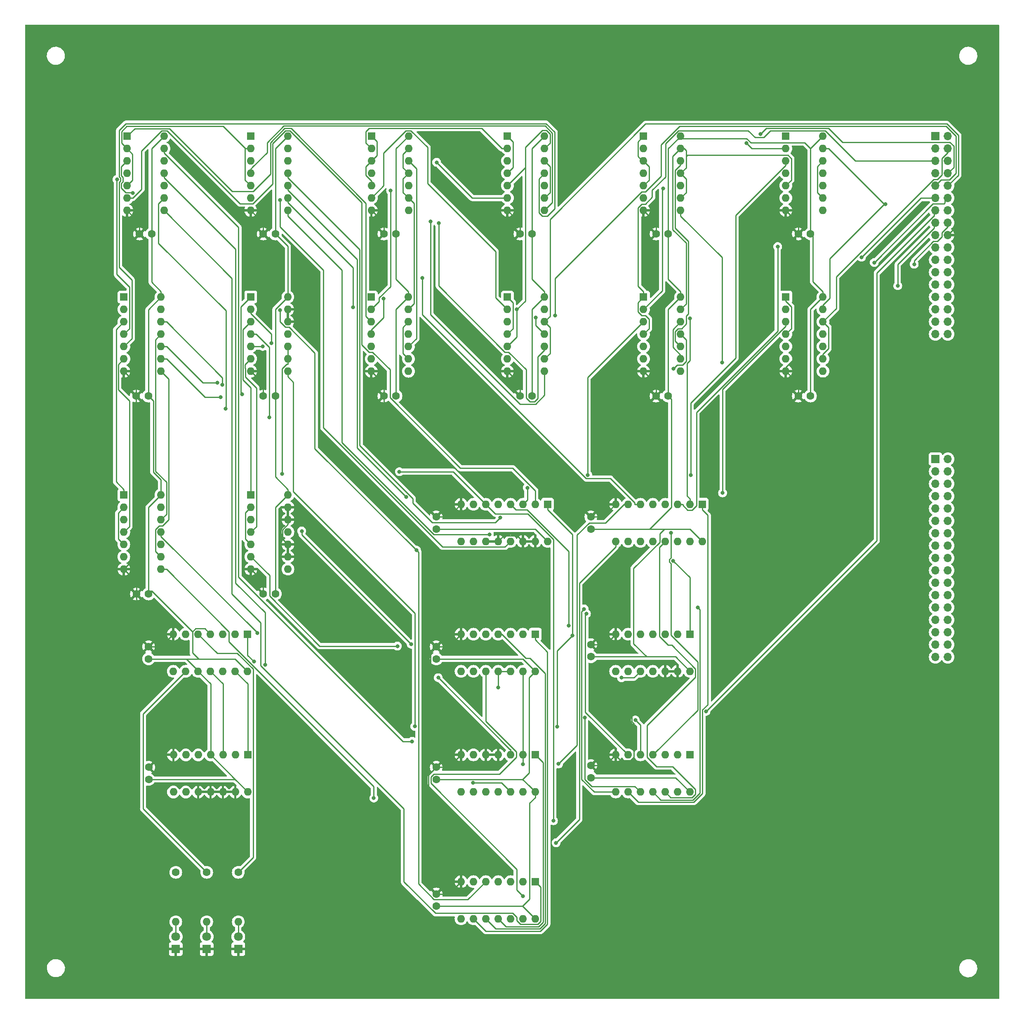
<source format=gbr>
%TF.GenerationSoftware,KiCad,Pcbnew,7.0.7*%
%TF.CreationDate,2023-10-17T22:58:22+09:00*%
%TF.ProjectId,ALU,414c552e-6b69-4636-9164-5f7063625858,rev?*%
%TF.SameCoordinates,Original*%
%TF.FileFunction,Copper,L1,Top*%
%TF.FilePolarity,Positive*%
%FSLAX46Y46*%
G04 Gerber Fmt 4.6, Leading zero omitted, Abs format (unit mm)*
G04 Created by KiCad (PCBNEW 7.0.7) date 2023-10-17 22:58:22*
%MOMM*%
%LPD*%
G01*
G04 APERTURE LIST*
%TA.AperFunction,ComponentPad*%
%ADD10R,1.600000X1.600000*%
%TD*%
%TA.AperFunction,ComponentPad*%
%ADD11O,1.600000X1.600000*%
%TD*%
%TA.AperFunction,ComponentPad*%
%ADD12C,1.600000*%
%TD*%
%TA.AperFunction,ComponentPad*%
%ADD13R,1.800000X1.800000*%
%TD*%
%TA.AperFunction,ComponentPad*%
%ADD14C,1.800000*%
%TD*%
%TA.AperFunction,ComponentPad*%
%ADD15R,1.700000X1.700000*%
%TD*%
%TA.AperFunction,ComponentPad*%
%ADD16O,1.700000X1.700000*%
%TD*%
%TA.AperFunction,ViaPad*%
%ADD17C,0.800000*%
%TD*%
%TA.AperFunction,Conductor*%
%ADD18C,0.250000*%
%TD*%
G04 APERTURE END LIST*
D10*
%TO.P,U4,1*%
%TO.N,A4*%
X139710000Y-68580000D03*
D11*
%TO.P,U4,2*%
%TO.N,Net-(U3-Pad10)*%
X139710000Y-71120000D03*
%TO.P,U4,3*%
%TO.N,AA4*%
X139710000Y-73660000D03*
%TO.P,U4,4*%
%TO.N,A4*%
X139710000Y-76200000D03*
%TO.P,U4,5*%
%TO.N,A{slash}L*%
X139710000Y-78740000D03*
%TO.P,U4,6*%
%TO.N,LA4*%
X139710000Y-81280000D03*
%TO.P,U4,7,GND*%
%TO.N,GND*%
X139710000Y-83820000D03*
%TO.P,U4,8*%
%TO.N,AA5*%
X147330000Y-83820000D03*
%TO.P,U4,9*%
%TO.N,A5*%
X147330000Y-81280000D03*
%TO.P,U4,10*%
%TO.N,Net-(U3-Pad12)*%
X147330000Y-78740000D03*
%TO.P,U4,11*%
%TO.N,LA5*%
X147330000Y-76200000D03*
%TO.P,U4,12*%
%TO.N,A5*%
X147330000Y-73660000D03*
%TO.P,U4,13*%
%TO.N,A{slash}L*%
X147330000Y-71120000D03*
%TO.P,U4,14,Vcc*%
%TO.N,+5V*%
X147330000Y-68580000D03*
%TD*%
D10*
%TO.P,U9,1*%
%TO.N,AB4*%
X33660000Y-35560000D03*
D11*
%TO.P,U9,2*%
%TO.N,Net-(U2A-CIN)*%
X33660000Y-38100000D03*
%TO.P,U9,3*%
%TO.N,Net-(U5A-B0)*%
X33660000Y-40640000D03*
%TO.P,U9,4*%
%TO.N,AB5*%
X33660000Y-43180000D03*
%TO.P,U9,5*%
%TO.N,Net-(U2A-CIN)*%
X33660000Y-45720000D03*
%TO.P,U9,6*%
%TO.N,Net-(U5A-B1)*%
X33660000Y-48260000D03*
%TO.P,U9,7,GND*%
%TO.N,GND*%
X33660000Y-50800000D03*
%TO.P,U9,8*%
%TO.N,Net-(U14-Pad1)*%
X41280000Y-50800000D03*
%TO.P,U9,9*%
%TO.N,Net-(U5A-B0)*%
X41280000Y-48260000D03*
%TO.P,U9,10*%
%TO.N,AA4*%
X41280000Y-45720000D03*
%TO.P,U9,11*%
%TO.N,OF*%
X41280000Y-43180000D03*
%TO.P,U9,12*%
%TO.N,Net-(U5A-S2)*%
X41280000Y-40640000D03*
%TO.P,U9,13*%
%TO.N,Net-(U16-Pad3)*%
X41280000Y-38100000D03*
%TO.P,U9,14,Vcc*%
%TO.N,+5V*%
X41280000Y-35560000D03*
%TD*%
D10*
%TO.P,U12,1*%
%TO.N,B4*%
X83830000Y-68580000D03*
D11*
%TO.P,U12,2*%
%TO.N,Net-(U12-Pad2)*%
X83830000Y-71120000D03*
%TO.P,U12,3*%
%TO.N,AB4*%
X83830000Y-73660000D03*
%TO.P,U12,4*%
%TO.N,B4*%
X83830000Y-76200000D03*
%TO.P,U12,5*%
%TO.N,A{slash}L*%
X83830000Y-78740000D03*
%TO.P,U12,6*%
%TO.N,LB4*%
X83830000Y-81280000D03*
%TO.P,U12,7,GND*%
%TO.N,GND*%
X83830000Y-83820000D03*
%TO.P,U12,8*%
%TO.N,AB5*%
X91450000Y-83820000D03*
%TO.P,U12,9*%
%TO.N,B5*%
X91450000Y-81280000D03*
%TO.P,U12,10*%
%TO.N,Net-(U12-Pad10)*%
X91450000Y-78740000D03*
%TO.P,U12,11*%
%TO.N,LB5*%
X91450000Y-76200000D03*
%TO.P,U12,12*%
%TO.N,B5*%
X91450000Y-73660000D03*
%TO.P,U12,13*%
%TO.N,A{slash}L*%
X91450000Y-71120000D03*
%TO.P,U12,14,Vcc*%
%TO.N,+5V*%
X91450000Y-68580000D03*
%TD*%
D10*
%TO.P,U10,1*%
%TO.N,B0*%
X111770000Y-35555000D03*
D11*
%TO.P,U10,2*%
%TO.N,Net-(U10-Pad2)*%
X111770000Y-38095000D03*
%TO.P,U10,3*%
%TO.N,AB0*%
X111770000Y-40635000D03*
%TO.P,U10,4*%
%TO.N,B0*%
X111770000Y-43175000D03*
%TO.P,U10,5*%
%TO.N,A{slash}L*%
X111770000Y-45715000D03*
%TO.P,U10,6*%
%TO.N,LB0*%
X111770000Y-48255000D03*
%TO.P,U10,7,GND*%
%TO.N,GND*%
X111770000Y-50795000D03*
%TO.P,U10,8*%
%TO.N,AB1*%
X119390000Y-50795000D03*
%TO.P,U10,9*%
%TO.N,B1*%
X119390000Y-48255000D03*
%TO.P,U10,10*%
%TO.N,Net-(U10-Pad10)*%
X119390000Y-45715000D03*
%TO.P,U10,11*%
%TO.N,LB1*%
X119390000Y-43175000D03*
%TO.P,U10,12*%
%TO.N,B1*%
X119390000Y-40635000D03*
%TO.P,U10,13*%
%TO.N,A{slash}L*%
X119390000Y-38095000D03*
%TO.P,U10,14,Vcc*%
%TO.N,+5V*%
X119390000Y-35555000D03*
%TD*%
D12*
%TO.P,C5,1*%
%TO.N,+5V*%
X88910000Y-55626000D03*
%TO.P,C5,2*%
%TO.N,GND*%
X86410000Y-55626000D03*
%TD*%
D10*
%TO.P,U24,1,~{R}*%
%TO.N,CLR*%
X58440000Y-162580000D03*
D11*
%TO.P,U24,2,D*%
%TO.N,SF*%
X55900000Y-162580000D03*
%TO.P,U24,3,CP*%
%TO.N,CLK*%
X53360000Y-162580000D03*
%TO.P,U24,4,~{S}*%
%TO.N,+5V*%
X50820000Y-162580000D03*
%TO.P,U24,5,Q*%
%TO.N,SFR*%
X48280000Y-162580000D03*
%TO.P,U24,6,~{Q}*%
%TO.N,unconnected-(U24A-~{Q}-Pad6)*%
X45740000Y-162580000D03*
%TO.P,U24,7,GND*%
%TO.N,GND*%
X43200000Y-162580000D03*
%TO.P,U24,8,~{Q}*%
%TO.N,unconnected-(U24B-~{Q}-Pad8)*%
X43200000Y-170200000D03*
%TO.P,U24,9,Q*%
%TO.N,unconnected-(U24B-Q-Pad9)*%
X45740000Y-170200000D03*
%TO.P,U24,10,~{S}*%
%TO.N,GND*%
X48280000Y-170200000D03*
%TO.P,U24,11,CP*%
X50820000Y-170200000D03*
%TO.P,U24,12,D*%
X53360000Y-170200000D03*
%TO.P,U24,13,~{R}*%
X55900000Y-170200000D03*
%TO.P,U24,14,Vcc*%
%TO.N,+5V*%
X58440000Y-170200000D03*
%TD*%
D12*
%TO.P,C18,1*%
%TO.N,+5V*%
X38100000Y-129545000D03*
%TO.P,C18,2*%
%TO.N,GND*%
X35600000Y-129545000D03*
%TD*%
D10*
%TO.P,U5,1,S1*%
%TO.N,AY5*%
X120015000Y-111125000D03*
D11*
%TO.P,U5,2,B1*%
%TO.N,Net-(U5A-B1)*%
X117475000Y-111125000D03*
%TO.P,U5,3,A1*%
%TO.N,AA5*%
X114935000Y-111125000D03*
%TO.P,U5,4,S0*%
%TO.N,AY4*%
X112395000Y-111125000D03*
%TO.P,U5,5,A0*%
%TO.N,AA4*%
X109855000Y-111125000D03*
%TO.P,U5,6,B0*%
%TO.N,Net-(U5A-B0)*%
X107315000Y-111125000D03*
%TO.P,U5,7,CIN*%
%TO.N,Net-(U2A-COUT)*%
X104775000Y-111125000D03*
%TO.P,U5,8,GND*%
%TO.N,GND*%
X102235000Y-111125000D03*
%TO.P,U5,9,COUT*%
%TO.N,unconnected-(U5A-COUT-Pad9)*%
X102235000Y-118745000D03*
%TO.P,U5,10,S3*%
%TO.N,unconnected-(U5A-S3-Pad10)*%
X104775000Y-118745000D03*
%TO.P,U5,11,B3*%
%TO.N,GND*%
X107315000Y-118745000D03*
%TO.P,U5,12,A3*%
X109855000Y-118745000D03*
%TO.P,U5,13,S2*%
%TO.N,Net-(U5A-S2)*%
X112395000Y-118745000D03*
%TO.P,U5,14,A2*%
%TO.N,GND*%
X114935000Y-118745000D03*
%TO.P,U5,15,B2*%
X117475000Y-118745000D03*
%TO.P,U5,16,Vcc*%
%TO.N,+5V*%
X120015000Y-118745000D03*
%TD*%
D12*
%TO.P,C17,1*%
%TO.N,+5V*%
X128900000Y-142435000D03*
%TO.P,C17,2*%
%TO.N,GND*%
X128900000Y-139935000D03*
%TD*%
D10*
%TO.P,U7,1*%
%TO.N,AB0*%
X59060000Y-35560000D03*
D11*
%TO.P,U7,2*%
%TO.N,Net-(U2A-CIN)*%
X59060000Y-38100000D03*
%TO.P,U7,3*%
%TO.N,Net-(U2A-B0)*%
X59060000Y-40640000D03*
%TO.P,U7,4*%
%TO.N,AB1*%
X59060000Y-43180000D03*
%TO.P,U7,5*%
%TO.N,Net-(U2A-CIN)*%
X59060000Y-45720000D03*
%TO.P,U7,6*%
%TO.N,Net-(U2A-B1)*%
X59060000Y-48260000D03*
%TO.P,U7,7,GND*%
%TO.N,GND*%
X59060000Y-50800000D03*
%TO.P,U7,8*%
%TO.N,Net-(U2A-B2)*%
X66680000Y-50800000D03*
%TO.P,U7,9*%
%TO.N,AB2*%
X66680000Y-48260000D03*
%TO.P,U7,10*%
%TO.N,Net-(U2A-CIN)*%
X66680000Y-45720000D03*
%TO.P,U7,11*%
%TO.N,Net-(U2A-B3)*%
X66680000Y-43180000D03*
%TO.P,U7,12*%
%TO.N,AB3*%
X66680000Y-40640000D03*
%TO.P,U7,13*%
%TO.N,Net-(U2A-CIN)*%
X66680000Y-38100000D03*
%TO.P,U7,14,Vcc*%
%TO.N,+5V*%
X66680000Y-35560000D03*
%TD*%
D10*
%TO.P,U15,1*%
%TO.N,Net-(U14-Pad11)*%
X117480000Y-162570000D03*
D11*
%TO.P,U15,2*%
%TO.N,Net-(U13-Pad13)*%
X114940000Y-162570000D03*
%TO.P,U15,3*%
%TO.N,ZF*%
X112400000Y-162570000D03*
%TO.P,U15,4*%
%TO.N,GND*%
X109860000Y-162570000D03*
%TO.P,U15,5*%
X107320000Y-162570000D03*
%TO.P,U15,6*%
%TO.N,unconnected-(U15-Pad6)*%
X104780000Y-162570000D03*
%TO.P,U15,7,GND*%
%TO.N,GND*%
X102240000Y-162570000D03*
%TO.P,U15,8*%
%TO.N,SF*%
X102240000Y-170190000D03*
%TO.P,U15,9*%
%TO.N,AY5*%
X104780000Y-170190000D03*
%TO.P,U15,10*%
%TO.N,Net-(U13-Pad13)*%
X107320000Y-170190000D03*
%TO.P,U15,11*%
%TO.N,Net-(U2A-CIN)*%
X109860000Y-170190000D03*
%TO.P,U15,12*%
%TO.N,Net-(U15-Pad12)*%
X112400000Y-170190000D03*
%TO.P,U15,13*%
%TO.N,+{slash}-*%
X114940000Y-170190000D03*
%TO.P,U15,14,Vcc*%
%TO.N,+5V*%
X117480000Y-170190000D03*
%TD*%
D12*
%TO.P,C11,1*%
%TO.N,+5V*%
X144790000Y-55626000D03*
%TO.P,C11,2*%
%TO.N,GND*%
X142290000Y-55626000D03*
%TD*%
%TO.P,R3,1*%
%TO.N,ZFR*%
X56515000Y-186690000D03*
D11*
%TO.P,R3,2*%
%TO.N,Net-(D3-A)*%
X56515000Y-196850000D03*
%TD*%
D10*
%TO.P,U1,1*%
%TO.N,A2*%
X168920000Y-68575000D03*
D11*
%TO.P,U1,2*%
%TO.N,Net-(U1-Pad2)*%
X168920000Y-71115000D03*
%TO.P,U1,3*%
%TO.N,AA2*%
X168920000Y-73655000D03*
%TO.P,U1,4*%
%TO.N,A2*%
X168920000Y-76195000D03*
%TO.P,U1,5*%
%TO.N,A{slash}L*%
X168920000Y-78735000D03*
%TO.P,U1,6*%
%TO.N,LA2*%
X168920000Y-81275000D03*
%TO.P,U1,7,GND*%
%TO.N,GND*%
X168920000Y-83815000D03*
%TO.P,U1,8*%
%TO.N,AA3*%
X176540000Y-83815000D03*
%TO.P,U1,9*%
%TO.N,A3*%
X176540000Y-81275000D03*
%TO.P,U1,10*%
%TO.N,Net-(U1-Pad10)*%
X176540000Y-78735000D03*
%TO.P,U1,11*%
%TO.N,LA3*%
X176540000Y-76195000D03*
%TO.P,U1,12*%
%TO.N,A3*%
X176540000Y-73655000D03*
%TO.P,U1,13*%
%TO.N,A{slash}L*%
X176540000Y-71115000D03*
%TO.P,U1,14,Vcc*%
%TO.N,+5V*%
X176540000Y-68575000D03*
%TD*%
D10*
%TO.P,U11,1*%
%TO.N,B2*%
X111760000Y-68580000D03*
D11*
%TO.P,U11,2*%
%TO.N,Net-(U11-Pad2)*%
X111760000Y-71120000D03*
%TO.P,U11,3*%
%TO.N,AB2*%
X111760000Y-73660000D03*
%TO.P,U11,4*%
%TO.N,B2*%
X111760000Y-76200000D03*
%TO.P,U11,5*%
%TO.N,A{slash}L*%
X111760000Y-78740000D03*
%TO.P,U11,6*%
%TO.N,LB2*%
X111760000Y-81280000D03*
%TO.P,U11,7,GND*%
%TO.N,GND*%
X111760000Y-83820000D03*
%TO.P,U11,8*%
%TO.N,AB3*%
X119380000Y-83820000D03*
%TO.P,U11,9*%
%TO.N,B3*%
X119380000Y-81280000D03*
%TO.P,U11,10*%
%TO.N,Net-(U11-Pad10)*%
X119380000Y-78740000D03*
%TO.P,U11,11*%
%TO.N,LB3*%
X119380000Y-76200000D03*
%TO.P,U11,12*%
%TO.N,B3*%
X119380000Y-73660000D03*
%TO.P,U11,13*%
%TO.N,A{slash}L*%
X119380000Y-71120000D03*
%TO.P,U11,14,Vcc*%
%TO.N,+5V*%
X119380000Y-68580000D03*
%TD*%
D12*
%TO.P,R2,1*%
%TO.N,OFR*%
X50038000Y-186690000D03*
D11*
%TO.P,R2,2*%
%TO.N,Net-(D2-A)*%
X50038000Y-196850000D03*
%TD*%
D12*
%TO.P,C21,1*%
%TO.N,+5V*%
X128910000Y-167250000D03*
%TO.P,C21,2*%
%TO.N,GND*%
X128910000Y-164750000D03*
%TD*%
D10*
%TO.P,U16,1*%
%TO.N,Net-(U14-Pad3)*%
X149230000Y-162570000D03*
D11*
%TO.P,U16,2*%
%TO.N,Net-(U14-Pad6)*%
X146690000Y-162570000D03*
%TO.P,U16,3*%
%TO.N,Net-(U16-Pad3)*%
X144150000Y-162570000D03*
%TO.P,U16,4*%
%TO.N,AY0*%
X141610000Y-162570000D03*
%TO.P,U16,5*%
%TO.N,LY0*%
X139070000Y-162570000D03*
%TO.P,U16,6*%
%TO.N,Y0*%
X136530000Y-162570000D03*
%TO.P,U16,7,GND*%
%TO.N,GND*%
X133990000Y-162570000D03*
%TO.P,U16,8*%
%TO.N,Y1*%
X133990000Y-170190000D03*
%TO.P,U16,9*%
%TO.N,AY1*%
X136530000Y-170190000D03*
%TO.P,U16,10*%
%TO.N,LY1*%
X139070000Y-170190000D03*
%TO.P,U16,11*%
%TO.N,Y2*%
X141610000Y-170190000D03*
%TO.P,U16,12*%
%TO.N,AY2*%
X144150000Y-170190000D03*
%TO.P,U16,13*%
%TO.N,LY2*%
X146690000Y-170190000D03*
%TO.P,U16,14,Vcc*%
%TO.N,+5V*%
X149230000Y-170190000D03*
%TD*%
D12*
%TO.P,C14,1*%
%TO.N,+5V*%
X38055000Y-88900000D03*
%TO.P,C14,2*%
%TO.N,GND*%
X35555000Y-88900000D03*
%TD*%
D13*
%TO.P,D3,1,K*%
%TO.N,GND*%
X56515000Y-202438000D03*
D14*
%TO.P,D3,2,A*%
%TO.N,Net-(D3-A)*%
X56515000Y-199898000D03*
%TD*%
D12*
%TO.P,C12,1*%
%TO.N,+5V*%
X174000000Y-55621000D03*
%TO.P,C12,2*%
%TO.N,GND*%
X171500000Y-55621000D03*
%TD*%
D10*
%TO.P,U21,1*%
%TO.N,Net-(U18-Pad3)*%
X59095000Y-109200000D03*
D11*
%TO.P,U21,2*%
%TO.N,A{slash}L*%
X59095000Y-111740000D03*
%TO.P,U21,3*%
%TO.N,LY4*%
X59095000Y-114280000D03*
%TO.P,U21,4*%
%TO.N,Net-(U18-Pad6)*%
X59095000Y-116820000D03*
%TO.P,U21,5*%
%TO.N,A{slash}L*%
X59095000Y-119360000D03*
%TO.P,U21,6*%
%TO.N,LY5*%
X59095000Y-121900000D03*
%TO.P,U21,7,GND*%
%TO.N,GND*%
X59095000Y-124440000D03*
%TO.P,U21,8*%
%TO.N,unconnected-(U21-Pad8)*%
X66715000Y-124440000D03*
%TO.P,U21,9*%
%TO.N,GND*%
X66715000Y-121900000D03*
%TO.P,U21,10*%
X66715000Y-119360000D03*
%TO.P,U21,11*%
%TO.N,unconnected-(U21-Pad11)*%
X66715000Y-116820000D03*
%TO.P,U21,12*%
%TO.N,GND*%
X66715000Y-114280000D03*
%TO.P,U21,13*%
X66715000Y-111740000D03*
%TO.P,U21,14,Vcc*%
%TO.N,+5V*%
X66715000Y-109200000D03*
%TD*%
D12*
%TO.P,C10,1*%
%TO.N,+5V*%
X97155000Y-116205000D03*
%TO.P,C10,2*%
%TO.N,GND*%
X97155000Y-113705000D03*
%TD*%
%TO.P,C9,1*%
%TO.N,+5V*%
X128905000Y-116205000D03*
%TO.P,C9,2*%
%TO.N,GND*%
X128905000Y-113705000D03*
%TD*%
%TO.P,C2,1*%
%TO.N,+5V*%
X88900000Y-88905000D03*
%TO.P,C2,2*%
%TO.N,GND*%
X86400000Y-88905000D03*
%TD*%
D10*
%TO.P,U14,1*%
%TO.N,Net-(U14-Pad1)*%
X117475000Y-188595000D03*
D11*
%TO.P,U14,2*%
%TO.N,Net-(U2A-COUT)*%
X114935000Y-188595000D03*
%TO.P,U14,3*%
%TO.N,Net-(U14-Pad3)*%
X112395000Y-188595000D03*
%TO.P,U14,4*%
%TO.N,Net-(U5A-B0)*%
X109855000Y-188595000D03*
%TO.P,U14,5*%
%TO.N,AA4*%
X107315000Y-188595000D03*
%TO.P,U14,6*%
%TO.N,Net-(U14-Pad6)*%
X104775000Y-188595000D03*
%TO.P,U14,7,GND*%
%TO.N,GND*%
X102235000Y-188595000D03*
%TO.P,U14,8*%
%TO.N,Net-(U14-Pad12)*%
X102235000Y-196215000D03*
%TO.P,U14,9*%
%TO.N,Net-(U13-Pad1)*%
X104775000Y-196215000D03*
%TO.P,U14,10*%
%TO.N,Net-(U13-Pad4)*%
X107315000Y-196215000D03*
%TO.P,U14,11*%
%TO.N,Net-(U14-Pad11)*%
X109855000Y-196215000D03*
%TO.P,U14,12*%
%TO.N,Net-(U14-Pad12)*%
X112395000Y-196215000D03*
%TO.P,U14,13*%
%TO.N,Net-(U13-Pad10)*%
X114935000Y-196215000D03*
%TO.P,U14,14,Vcc*%
%TO.N,+5V*%
X117475000Y-196215000D03*
%TD*%
D12*
%TO.P,C20,1*%
%TO.N,+5V*%
X97155000Y-193635000D03*
%TO.P,C20,2*%
%TO.N,GND*%
X97155000Y-191135000D03*
%TD*%
%TO.P,C3,1*%
%TO.N,+5V*%
X116840000Y-88900000D03*
%TO.P,C3,2*%
%TO.N,GND*%
X114340000Y-88900000D03*
%TD*%
D10*
%TO.P,U23,1,~{R}*%
%TO.N,CLR*%
X58420000Y-137795000D03*
D11*
%TO.P,U23,2,D*%
%TO.N,ZF*%
X55880000Y-137795000D03*
%TO.P,U23,3,CP*%
%TO.N,CLK*%
X53340000Y-137795000D03*
%TO.P,U23,4,~{S}*%
%TO.N,+5V*%
X50800000Y-137795000D03*
%TO.P,U23,5,Q*%
%TO.N,ZFR*%
X48260000Y-137795000D03*
%TO.P,U23,6,~{Q}*%
%TO.N,unconnected-(U23A-~{Q}-Pad6)*%
X45720000Y-137795000D03*
%TO.P,U23,7,GND*%
%TO.N,GND*%
X43180000Y-137795000D03*
%TO.P,U23,8,~{Q}*%
%TO.N,unconnected-(U23B-~{Q}-Pad8)*%
X43180000Y-145415000D03*
%TO.P,U23,9,Q*%
%TO.N,OFR*%
X45720000Y-145415000D03*
%TO.P,U23,10,~{S}*%
%TO.N,+5V*%
X48260000Y-145415000D03*
%TO.P,U23,11,CP*%
%TO.N,CLK*%
X50800000Y-145415000D03*
%TO.P,U23,12,D*%
%TO.N,OF*%
X53340000Y-145415000D03*
%TO.P,U23,13,~{R}*%
%TO.N,CLR*%
X55880000Y-145415000D03*
%TO.P,U23,14,Vcc*%
%TO.N,+5V*%
X58420000Y-145415000D03*
%TD*%
D12*
%TO.P,C23,1*%
%TO.N,+5V*%
X38095000Y-142865000D03*
%TO.P,C23,2*%
%TO.N,GND*%
X38095000Y-140365000D03*
%TD*%
D10*
%TO.P,U3,1*%
%TO.N,A{slash}L*%
X139710000Y-35560000D03*
D11*
%TO.P,U3,2*%
%TO.N,Net-(U3-Pad2)*%
X139710000Y-38100000D03*
%TO.P,U3,3*%
%TO.N,A{slash}L*%
X139710000Y-40640000D03*
%TO.P,U3,4*%
%TO.N,Net-(U3-Pad4)*%
X139710000Y-43180000D03*
%TO.P,U3,5*%
%TO.N,A{slash}L*%
X139710000Y-45720000D03*
%TO.P,U3,6*%
%TO.N,Net-(U1-Pad2)*%
X139710000Y-48260000D03*
%TO.P,U3,7,GND*%
%TO.N,GND*%
X139710000Y-50800000D03*
%TO.P,U3,8*%
%TO.N,Net-(U1-Pad10)*%
X147330000Y-50800000D03*
%TO.P,U3,9*%
%TO.N,A{slash}L*%
X147330000Y-48260000D03*
%TO.P,U3,10*%
%TO.N,Net-(U3-Pad10)*%
X147330000Y-45720000D03*
%TO.P,U3,11*%
%TO.N,A{slash}L*%
X147330000Y-43180000D03*
%TO.P,U3,12*%
%TO.N,Net-(U3-Pad12)*%
X147330000Y-40640000D03*
%TO.P,U3,13*%
%TO.N,A{slash}L*%
X147330000Y-38100000D03*
%TO.P,U3,14,Vcc*%
%TO.N,+5V*%
X147330000Y-35560000D03*
%TD*%
D12*
%TO.P,C6,1*%
%TO.N,+5V*%
X144780000Y-88905000D03*
%TO.P,C6,2*%
%TO.N,GND*%
X142280000Y-88905000D03*
%TD*%
%TO.P,C8,1*%
%TO.N,+5V*%
X116840000Y-55626000D03*
%TO.P,C8,2*%
%TO.N,GND*%
X114340000Y-55626000D03*
%TD*%
%TO.P,C15,1*%
%TO.N,+5V*%
X97155000Y-142875000D03*
%TO.P,C15,2*%
%TO.N,GND*%
X97155000Y-140375000D03*
%TD*%
%TO.P,R1,1*%
%TO.N,SFR*%
X43688000Y-186695000D03*
D11*
%TO.P,R1,2*%
%TO.N,Net-(D1-A)*%
X43688000Y-196855000D03*
%TD*%
D10*
%TO.P,U19,1*%
%TO.N,AY3*%
X149225000Y-137795000D03*
D11*
%TO.P,U19,2*%
%TO.N,LY3*%
X146685000Y-137795000D03*
%TO.P,U19,3*%
%TO.N,Y3*%
X144145000Y-137795000D03*
%TO.P,U19,4*%
%TO.N,AY4*%
X141605000Y-137795000D03*
%TO.P,U19,5*%
%TO.N,LY4*%
X139065000Y-137795000D03*
%TO.P,U19,6*%
%TO.N,Y4*%
X136525000Y-137795000D03*
%TO.P,U19,7,GND*%
%TO.N,GND*%
X133985000Y-137795000D03*
%TO.P,U19,8*%
%TO.N,Y5*%
X133985000Y-145415000D03*
%TO.P,U19,9*%
%TO.N,AY5*%
X136525000Y-145415000D03*
%TO.P,U19,10*%
%TO.N,LY5*%
X139065000Y-145415000D03*
%TO.P,U19,11*%
%TO.N,unconnected-(U19-Pad11)*%
X141605000Y-145415000D03*
%TO.P,U19,12*%
%TO.N,GND*%
X144145000Y-145415000D03*
%TO.P,U19,13*%
X146685000Y-145415000D03*
%TO.P,U19,14,Vcc*%
%TO.N,+5V*%
X149225000Y-145415000D03*
%TD*%
D12*
%TO.P,C4,1*%
%TO.N,+5V*%
X64130000Y-55631000D03*
%TO.P,C4,2*%
%TO.N,GND*%
X61630000Y-55631000D03*
%TD*%
D10*
%TO.P,U13,1*%
%TO.N,Net-(U13-Pad1)*%
X117480000Y-137805000D03*
D11*
%TO.P,U13,2*%
%TO.N,Y0*%
X114940000Y-137805000D03*
%TO.P,U13,3*%
%TO.N,Y1*%
X112400000Y-137805000D03*
%TO.P,U13,4*%
%TO.N,Net-(U13-Pad4)*%
X109860000Y-137805000D03*
%TO.P,U13,5*%
%TO.N,Y2*%
X107320000Y-137805000D03*
%TO.P,U13,6*%
%TO.N,Y3*%
X104780000Y-137805000D03*
%TO.P,U13,7,GND*%
%TO.N,GND*%
X102240000Y-137805000D03*
%TO.P,U13,8*%
%TO.N,Y4*%
X102240000Y-145425000D03*
%TO.P,U13,9*%
%TO.N,Y5*%
X104780000Y-145425000D03*
%TO.P,U13,10*%
%TO.N,Net-(U13-Pad10)*%
X107320000Y-145425000D03*
%TO.P,U13,11*%
%TO.N,OF*%
X109860000Y-145425000D03*
%TO.P,U13,12*%
X112400000Y-145425000D03*
%TO.P,U13,13*%
%TO.N,Net-(U13-Pad13)*%
X114940000Y-145425000D03*
%TO.P,U13,14,Vcc*%
%TO.N,+5V*%
X117480000Y-145425000D03*
%TD*%
D10*
%TO.P,U20,1*%
%TO.N,Net-(U17-Pad3)*%
X33020000Y-109220000D03*
D11*
%TO.P,U20,2*%
%TO.N,A{slash}L*%
X33020000Y-111760000D03*
%TO.P,U20,3*%
%TO.N,LY0*%
X33020000Y-114300000D03*
%TO.P,U20,4*%
%TO.N,Net-(U17-Pad6)*%
X33020000Y-116840000D03*
%TO.P,U20,5*%
%TO.N,A{slash}L*%
X33020000Y-119380000D03*
%TO.P,U20,6*%
%TO.N,LY1*%
X33020000Y-121920000D03*
%TO.P,U20,7,GND*%
%TO.N,GND*%
X33020000Y-124460000D03*
%TO.P,U20,8*%
%TO.N,LY2*%
X40640000Y-124460000D03*
%TO.P,U20,9*%
%TO.N,Net-(U17-Pad8)*%
X40640000Y-121920000D03*
%TO.P,U20,10*%
%TO.N,A{slash}L*%
X40640000Y-119380000D03*
%TO.P,U20,11*%
%TO.N,LY3*%
X40640000Y-116840000D03*
%TO.P,U20,12*%
%TO.N,Net-(U17-Pad11)*%
X40640000Y-114300000D03*
%TO.P,U20,13*%
%TO.N,A{slash}L*%
X40640000Y-111760000D03*
%TO.P,U20,14,Vcc*%
%TO.N,+5V*%
X40640000Y-109220000D03*
%TD*%
D10*
%TO.P,U18,1*%
%TO.N,LA4*%
X59065000Y-68575000D03*
D11*
%TO.P,U18,2*%
%TO.N,LB4*%
X59065000Y-71115000D03*
%TO.P,U18,3*%
%TO.N,Net-(U18-Pad3)*%
X59065000Y-73655000D03*
%TO.P,U18,4*%
%TO.N,LA5*%
X59065000Y-76195000D03*
%TO.P,U18,5*%
%TO.N,LB5*%
X59065000Y-78735000D03*
%TO.P,U18,6*%
%TO.N,Net-(U18-Pad6)*%
X59065000Y-81275000D03*
%TO.P,U18,7,GND*%
%TO.N,GND*%
X59065000Y-83815000D03*
%TO.P,U18,8*%
%TO.N,Net-(U15-Pad12)*%
X66685000Y-83815000D03*
%TO.P,U18,9*%
%TO.N,A{slash}L*%
X66685000Y-81275000D03*
%TO.P,U18,10*%
X66685000Y-78735000D03*
%TO.P,U18,11*%
%TO.N,unconnected-(U18-Pad11)*%
X66685000Y-76195000D03*
%TO.P,U18,12*%
%TO.N,GND*%
X66685000Y-73655000D03*
%TO.P,U18,13*%
X66685000Y-71115000D03*
%TO.P,U18,14,Vcc*%
%TO.N,+5V*%
X66685000Y-68575000D03*
%TD*%
D10*
%TO.P,U8,1*%
%TO.N,A{slash}L*%
X83840000Y-35555000D03*
D11*
%TO.P,U8,2*%
%TO.N,Net-(U10-Pad2)*%
X83840000Y-38095000D03*
%TO.P,U8,3*%
%TO.N,A{slash}L*%
X83840000Y-40635000D03*
%TO.P,U8,4*%
%TO.N,Net-(U10-Pad10)*%
X83840000Y-43175000D03*
%TO.P,U8,5*%
%TO.N,A{slash}L*%
X83840000Y-45715000D03*
%TO.P,U8,6*%
%TO.N,Net-(U11-Pad2)*%
X83840000Y-48255000D03*
%TO.P,U8,7,GND*%
%TO.N,GND*%
X83840000Y-50795000D03*
%TO.P,U8,8*%
%TO.N,Net-(U11-Pad10)*%
X91460000Y-50795000D03*
%TO.P,U8,9*%
%TO.N,A{slash}L*%
X91460000Y-48255000D03*
%TO.P,U8,10*%
%TO.N,Net-(U12-Pad2)*%
X91460000Y-45715000D03*
%TO.P,U8,11*%
%TO.N,A{slash}L*%
X91460000Y-43175000D03*
%TO.P,U8,12*%
%TO.N,Net-(U12-Pad10)*%
X91460000Y-40635000D03*
%TO.P,U8,13*%
%TO.N,A{slash}L*%
X91460000Y-38095000D03*
%TO.P,U8,14,Vcc*%
%TO.N,+5V*%
X91460000Y-35555000D03*
%TD*%
D15*
%TO.P,J1,1,Pin_1*%
%TO.N,A0*%
X199644000Y-35560000D03*
D16*
%TO.P,J1,2,Pin_2*%
%TO.N,A1*%
X202184000Y-35560000D03*
%TO.P,J1,3,Pin_3*%
%TO.N,A2*%
X199644000Y-38100000D03*
%TO.P,J1,4,Pin_4*%
%TO.N,A3*%
X202184000Y-38100000D03*
%TO.P,J1,5,Pin_5*%
%TO.N,A4*%
X199644000Y-40640000D03*
%TO.P,J1,6,Pin_6*%
%TO.N,A5*%
X202184000Y-40640000D03*
%TO.P,J1,7,Pin_7*%
%TO.N,B0*%
X199644000Y-43180000D03*
%TO.P,J1,8,Pin_8*%
%TO.N,B1*%
X202184000Y-43180000D03*
%TO.P,J1,9,Pin_9*%
%TO.N,B2*%
X199644000Y-45720000D03*
%TO.P,J1,10,Pin_10*%
%TO.N,B3*%
X202184000Y-45720000D03*
%TO.P,J1,11,Pin_11*%
%TO.N,B4*%
X199644000Y-48260000D03*
%TO.P,J1,12,Pin_12*%
%TO.N,B5*%
X202184000Y-48260000D03*
%TO.P,J1,13,Pin_13*%
%TO.N,+{slash}-*%
X199644000Y-50800000D03*
%TO.P,J1,14,Pin_14*%
%TO.N,A{slash}L*%
X202184000Y-50800000D03*
%TO.P,J1,15,Pin_15*%
%TO.N,CLR*%
X199644000Y-53340000D03*
%TO.P,J1,16,Pin_16*%
%TO.N,CLK*%
X202184000Y-53340000D03*
%TO.P,J1,17,Pin_17*%
%TO.N,+5V*%
X199644000Y-55880000D03*
%TO.P,J1,18,Pin_18*%
%TO.N,GND*%
X202184000Y-55880000D03*
%TO.P,J1,19,Pin_19*%
%TO.N,unconnected-(J1-Pin_19-Pad19)*%
X199644000Y-58420000D03*
%TO.P,J1,20,Pin_20*%
%TO.N,unconnected-(J1-Pin_20-Pad20)*%
X202184000Y-58420000D03*
%TO.P,J1,21,Pin_21*%
%TO.N,unconnected-(J1-Pin_21-Pad21)*%
X199644000Y-60960000D03*
%TO.P,J1,22,Pin_22*%
%TO.N,unconnected-(J1-Pin_22-Pad22)*%
X202184000Y-60960000D03*
%TO.P,J1,23,Pin_23*%
%TO.N,unconnected-(J1-Pin_23-Pad23)*%
X199644000Y-63500000D03*
%TO.P,J1,24,Pin_24*%
%TO.N,unconnected-(J1-Pin_24-Pad24)*%
X202184000Y-63500000D03*
%TO.P,J1,25,Pin_25*%
%TO.N,unconnected-(J1-Pin_25-Pad25)*%
X199644000Y-66040000D03*
%TO.P,J1,26,Pin_26*%
%TO.N,unconnected-(J1-Pin_26-Pad26)*%
X202184000Y-66040000D03*
%TO.P,J1,27,Pin_27*%
%TO.N,unconnected-(J1-Pin_27-Pad27)*%
X199644000Y-68580000D03*
%TO.P,J1,28,Pin_28*%
%TO.N,unconnected-(J1-Pin_28-Pad28)*%
X202184000Y-68580000D03*
%TO.P,J1,29,Pin_29*%
%TO.N,unconnected-(J1-Pin_29-Pad29)*%
X199644000Y-71120000D03*
%TO.P,J1,30,Pin_30*%
%TO.N,unconnected-(J1-Pin_30-Pad30)*%
X202184000Y-71120000D03*
%TO.P,J1,31,Pin_31*%
%TO.N,unconnected-(J1-Pin_31-Pad31)*%
X199644000Y-73660000D03*
%TO.P,J1,32,Pin_32*%
%TO.N,unconnected-(J1-Pin_32-Pad32)*%
X202184000Y-73660000D03*
%TO.P,J1,33,Pin_33*%
%TO.N,unconnected-(J1-Pin_33-Pad33)*%
X199644000Y-76200000D03*
%TO.P,J1,34,Pin_34*%
%TO.N,unconnected-(J1-Pin_34-Pad34)*%
X202184000Y-76200000D03*
%TD*%
D12*
%TO.P,C1,1*%
%TO.N,+5V*%
X38730000Y-55631000D03*
%TO.P,C1,2*%
%TO.N,GND*%
X36230000Y-55631000D03*
%TD*%
%TO.P,C16,1*%
%TO.N,+5V*%
X97160000Y-167610000D03*
%TO.P,C16,2*%
%TO.N,GND*%
X97160000Y-165110000D03*
%TD*%
D13*
%TO.P,D1,1,K*%
%TO.N,GND*%
X43688000Y-202443000D03*
D14*
%TO.P,D1,2,A*%
%TO.N,Net-(D1-A)*%
X43688000Y-199903000D03*
%TD*%
D12*
%TO.P,C19,1*%
%TO.N,+5V*%
X64135000Y-129520000D03*
%TO.P,C19,2*%
%TO.N,GND*%
X61635000Y-129520000D03*
%TD*%
D10*
%TO.P,U17,1*%
%TO.N,LA0*%
X33025000Y-68580000D03*
D11*
%TO.P,U17,2*%
%TO.N,LB0*%
X33025000Y-71120000D03*
%TO.P,U17,3*%
%TO.N,Net-(U17-Pad3)*%
X33025000Y-73660000D03*
%TO.P,U17,4*%
%TO.N,LA1*%
X33025000Y-76200000D03*
%TO.P,U17,5*%
%TO.N,LB1*%
X33025000Y-78740000D03*
%TO.P,U17,6*%
%TO.N,Net-(U17-Pad6)*%
X33025000Y-81280000D03*
%TO.P,U17,7,GND*%
%TO.N,GND*%
X33025000Y-83820000D03*
%TO.P,U17,8*%
%TO.N,Net-(U17-Pad8)*%
X40645000Y-83820000D03*
%TO.P,U17,9*%
%TO.N,LA2*%
X40645000Y-81280000D03*
%TO.P,U17,10*%
%TO.N,LB2*%
X40645000Y-78740000D03*
%TO.P,U17,11*%
%TO.N,Net-(U17-Pad11)*%
X40645000Y-76200000D03*
%TO.P,U17,12*%
%TO.N,LA3*%
X40645000Y-73660000D03*
%TO.P,U17,13*%
%TO.N,LB3*%
X40645000Y-71120000D03*
%TO.P,U17,14,Vcc*%
%TO.N,+5V*%
X40645000Y-68580000D03*
%TD*%
D10*
%TO.P,U6,1*%
%TO.N,A0*%
X168920000Y-35555000D03*
D11*
%TO.P,U6,2*%
%TO.N,Net-(U3-Pad2)*%
X168920000Y-38095000D03*
%TO.P,U6,3*%
%TO.N,AA0*%
X168920000Y-40635000D03*
%TO.P,U6,4*%
%TO.N,A0*%
X168920000Y-43175000D03*
%TO.P,U6,5*%
%TO.N,A{slash}L*%
X168920000Y-45715000D03*
%TO.P,U6,6*%
%TO.N,LA0*%
X168920000Y-48255000D03*
%TO.P,U6,7,GND*%
%TO.N,GND*%
X168920000Y-50795000D03*
%TO.P,U6,8*%
%TO.N,AA1*%
X176540000Y-50795000D03*
%TO.P,U6,9*%
%TO.N,A1*%
X176540000Y-48255000D03*
%TO.P,U6,10*%
%TO.N,Net-(U3-Pad4)*%
X176540000Y-45715000D03*
%TO.P,U6,11*%
%TO.N,LA1*%
X176540000Y-43175000D03*
%TO.P,U6,12*%
%TO.N,A1*%
X176540000Y-40635000D03*
%TO.P,U6,13*%
%TO.N,A{slash}L*%
X176540000Y-38095000D03*
%TO.P,U6,14,Vcc*%
%TO.N,+5V*%
X176540000Y-35555000D03*
%TD*%
D12*
%TO.P,C7,1*%
%TO.N,+5V*%
X173990000Y-88900000D03*
%TO.P,C7,2*%
%TO.N,GND*%
X171490000Y-88900000D03*
%TD*%
%TO.P,C13,1*%
%TO.N,+5V*%
X64135000Y-88895000D03*
%TO.P,C13,2*%
%TO.N,GND*%
X61635000Y-88895000D03*
%TD*%
%TO.P,C22,1*%
%TO.N,+5V*%
X38120000Y-167620000D03*
%TO.P,C22,2*%
%TO.N,GND*%
X38120000Y-165120000D03*
%TD*%
D10*
%TO.P,U2,1,S1*%
%TO.N,AY1*%
X151765000Y-111125000D03*
D11*
%TO.P,U2,2,B1*%
%TO.N,Net-(U2A-B1)*%
X149225000Y-111125000D03*
%TO.P,U2,3,A1*%
%TO.N,AA1*%
X146685000Y-111125000D03*
%TO.P,U2,4,S0*%
%TO.N,AY0*%
X144145000Y-111125000D03*
%TO.P,U2,5,A0*%
%TO.N,AA0*%
X141605000Y-111125000D03*
%TO.P,U2,6,B0*%
%TO.N,Net-(U2A-B0)*%
X139065000Y-111125000D03*
%TO.P,U2,7,CIN*%
%TO.N,Net-(U2A-CIN)*%
X136525000Y-111125000D03*
%TO.P,U2,8,GND*%
%TO.N,GND*%
X133985000Y-111125000D03*
%TO.P,U2,9,COUT*%
%TO.N,Net-(U2A-COUT)*%
X133985000Y-118745000D03*
%TO.P,U2,10,S3*%
%TO.N,AY3*%
X136525000Y-118745000D03*
%TO.P,U2,11,B3*%
%TO.N,Net-(U2A-B3)*%
X139065000Y-118745000D03*
%TO.P,U2,12,A3*%
%TO.N,AA3*%
X141605000Y-118745000D03*
%TO.P,U2,13,S2*%
%TO.N,AY2*%
X144145000Y-118745000D03*
%TO.P,U2,14,A2*%
%TO.N,AA2*%
X146685000Y-118745000D03*
%TO.P,U2,15,B2*%
%TO.N,Net-(U2A-B2)*%
X149225000Y-118745000D03*
%TO.P,U2,16,Vcc*%
%TO.N,+5V*%
X151765000Y-118745000D03*
%TD*%
D13*
%TO.P,D2,1,K*%
%TO.N,GND*%
X50038000Y-202438000D03*
D14*
%TO.P,D2,2,A*%
%TO.N,Net-(D2-A)*%
X50038000Y-199898000D03*
%TD*%
D15*
%TO.P,J2,1,Pin_1*%
%TO.N,Y0*%
X199644000Y-101854000D03*
D16*
%TO.P,J2,2,Pin_2*%
%TO.N,Y1*%
X202184000Y-101854000D03*
%TO.P,J2,3,Pin_3*%
%TO.N,Y2*%
X199644000Y-104394000D03*
%TO.P,J2,4,Pin_4*%
%TO.N,Y3*%
X202184000Y-104394000D03*
%TO.P,J2,5,Pin_5*%
%TO.N,Y4*%
X199644000Y-106934000D03*
%TO.P,J2,6,Pin_6*%
%TO.N,Y5*%
X202184000Y-106934000D03*
%TO.P,J2,7,Pin_7*%
%TO.N,ZFR*%
X199644000Y-109474000D03*
%TO.P,J2,8,Pin_8*%
%TO.N,OFR*%
X202184000Y-109474000D03*
%TO.P,J2,9,Pin_9*%
%TO.N,SFR*%
X199644000Y-112014000D03*
%TO.P,J2,10,Pin_10*%
%TO.N,unconnected-(J2-Pin_10-Pad10)*%
X202184000Y-112014000D03*
%TO.P,J2,11,Pin_11*%
%TO.N,unconnected-(J2-Pin_11-Pad11)*%
X199644000Y-114554000D03*
%TO.P,J2,12,Pin_12*%
%TO.N,unconnected-(J2-Pin_12-Pad12)*%
X202184000Y-114554000D03*
%TO.P,J2,13,Pin_13*%
%TO.N,unconnected-(J2-Pin_13-Pad13)*%
X199644000Y-117094000D03*
%TO.P,J2,14,Pin_14*%
%TO.N,unconnected-(J2-Pin_14-Pad14)*%
X202184000Y-117094000D03*
%TO.P,J2,15,Pin_15*%
%TO.N,unconnected-(J2-Pin_15-Pad15)*%
X199644000Y-119634000D03*
%TO.P,J2,16,Pin_16*%
%TO.N,unconnected-(J2-Pin_16-Pad16)*%
X202184000Y-119634000D03*
%TO.P,J2,17,Pin_17*%
%TO.N,unconnected-(J2-Pin_17-Pad17)*%
X199644000Y-122174000D03*
%TO.P,J2,18,Pin_18*%
%TO.N,unconnected-(J2-Pin_18-Pad18)*%
X202184000Y-122174000D03*
%TO.P,J2,19,Pin_19*%
%TO.N,unconnected-(J2-Pin_19-Pad19)*%
X199644000Y-124714000D03*
%TO.P,J2,20,Pin_20*%
%TO.N,unconnected-(J2-Pin_20-Pad20)*%
X202184000Y-124714000D03*
%TO.P,J2,21,Pin_21*%
%TO.N,unconnected-(J2-Pin_21-Pad21)*%
X199644000Y-127254000D03*
%TO.P,J2,22,Pin_22*%
%TO.N,unconnected-(J2-Pin_22-Pad22)*%
X202184000Y-127254000D03*
%TO.P,J2,23,Pin_23*%
%TO.N,unconnected-(J2-Pin_23-Pad23)*%
X199644000Y-129794000D03*
%TO.P,J2,24,Pin_24*%
%TO.N,unconnected-(J2-Pin_24-Pad24)*%
X202184000Y-129794000D03*
%TO.P,J2,25,Pin_25*%
%TO.N,unconnected-(J2-Pin_25-Pad25)*%
X199644000Y-132334000D03*
%TO.P,J2,26,Pin_26*%
%TO.N,unconnected-(J2-Pin_26-Pad26)*%
X202184000Y-132334000D03*
%TO.P,J2,27,Pin_27*%
%TO.N,unconnected-(J2-Pin_27-Pad27)*%
X199644000Y-134874000D03*
%TO.P,J2,28,Pin_28*%
%TO.N,unconnected-(J2-Pin_28-Pad28)*%
X202184000Y-134874000D03*
%TO.P,J2,29,Pin_29*%
%TO.N,unconnected-(J2-Pin_29-Pad29)*%
X199644000Y-137414000D03*
%TO.P,J2,30,Pin_30*%
%TO.N,unconnected-(J2-Pin_30-Pad30)*%
X202184000Y-137414000D03*
%TO.P,J2,31,Pin_31*%
%TO.N,unconnected-(J2-Pin_31-Pad31)*%
X199644000Y-139954000D03*
%TO.P,J2,32,Pin_32*%
%TO.N,unconnected-(J2-Pin_32-Pad32)*%
X202184000Y-139954000D03*
%TO.P,J2,33,Pin_33*%
%TO.N,unconnected-(J2-Pin_33-Pad33)*%
X199644000Y-142494000D03*
%TO.P,J2,34,Pin_34*%
%TO.N,unconnected-(J2-Pin_34-Pad34)*%
X202184000Y-142494000D03*
%TD*%
D17*
%TO.N,GND*%
X173223000Y-57089800D03*
%TO.N,B1*%
X163758800Y-35092600D03*
%TO.N,B2*%
X121595400Y-72390000D03*
%TO.N,B4*%
X184463100Y-60423000D03*
X86369300Y-68866600D03*
%TO.N,B5*%
X187081700Y-61494500D03*
%TO.N,+{slash}-*%
X152543500Y-153645200D03*
%TO.N,A{slash}L*%
X189409500Y-49530000D03*
X113723600Y-71120000D03*
X65527000Y-104887600D03*
%TO.N,CLR*%
X191902900Y-66260900D03*
X59706400Y-143399300D03*
%TO.N,CLK*%
X195280700Y-61842600D03*
%TO.N,Y0*%
X127992000Y-133600600D03*
%TO.N,Y1*%
X127507900Y-132621100D03*
%TO.N,Y2*%
X150835400Y-132319900D03*
%TO.N,AA2*%
X155934200Y-108802300D03*
%TO.N,LA2*%
X52858200Y-89146700D03*
%TO.N,Net-(U1-Pad10)*%
X155840000Y-82042000D03*
%TO.N,LA3*%
X53233100Y-86618100D03*
%TO.N,Net-(U2A-B1)*%
X149282900Y-72992600D03*
%TO.N,AA1*%
X167257500Y-58225000D03*
%TO.N,AY0*%
X145326600Y-116957700D03*
%TO.N,AA0*%
X149407000Y-105099200D03*
%TO.N,Net-(U2A-B0)*%
X94334700Y-64680400D03*
%TO.N,Net-(U2A-CIN)*%
X122263700Y-164432200D03*
X90993400Y-109641200D03*
%TO.N,Net-(U2A-COUT)*%
X121765300Y-180621900D03*
%TO.N,AY3*%
X145772000Y-122714500D03*
%TO.N,Net-(U2A-B3)*%
X110261400Y-113898900D03*
%TO.N,Net-(U2A-B2)*%
X108071500Y-117338900D03*
%TO.N,Net-(U3-Pad2)*%
X160822200Y-36993400D03*
%TO.N,Net-(U3-Pad10)*%
X143746000Y-46318100D03*
%TO.N,AA4*%
X65090300Y-71303500D03*
X93098200Y-120550700D03*
X128248500Y-105118700D03*
%TO.N,LA4*%
X57318500Y-88529300D03*
%TO.N,AA5*%
X115847300Y-107732300D03*
%TO.N,LA5*%
X62885000Y-93286400D03*
X145827800Y-83307000D03*
%TO.N,AY5*%
X121945700Y-156766200D03*
X125121600Y-138045800D03*
%TO.N,AY4*%
X124348300Y-136021700D03*
%TO.N,Net-(U5A-B0)*%
X89576200Y-104443600D03*
X34869500Y-47189200D03*
X53869100Y-91547800D03*
X121211500Y-176111600D03*
%TO.N,Net-(U5A-S2)*%
X65067500Y-48664500D03*
%TO.N,LA1*%
X31609600Y-44464000D03*
%TO.N,AB2*%
X80109000Y-70670700D03*
%TO.N,AB3*%
X95994500Y-53103800D03*
%TO.N,Net-(U11-Pad10)*%
X97662700Y-53416500D03*
%TO.N,Net-(U12-Pad2)*%
X87781600Y-46722100D03*
%TO.N,OF*%
X109860000Y-148712100D03*
X62020300Y-144104200D03*
%TO.N,Net-(U16-Pad3)*%
X92213900Y-159805700D03*
%TO.N,LB0*%
X97240600Y-40929000D03*
%TO.N,LB2*%
X52230100Y-86186000D03*
%TO.N,LB3*%
X117574000Y-72819400D03*
%TO.N,LB4*%
X63283000Y-78065500D03*
%TO.N,LB5*%
X61518300Y-78735000D03*
%TO.N,Net-(U13-Pad10)*%
X114935000Y-191572700D03*
%TO.N,Net-(U13-Pad13)*%
X114940000Y-164461100D03*
%TO.N,ZF*%
X97561700Y-146725000D03*
%TO.N,Net-(U15-Pad12)*%
X92763400Y-156734800D03*
X104740300Y-168338300D03*
%TO.N,LY0*%
X138027700Y-155429300D03*
%TO.N,LY1*%
X127693100Y-154895000D03*
%TO.N,LY2*%
X84328000Y-171450000D03*
%TO.N,LY3*%
X60416500Y-137590300D03*
%TO.N,LY4*%
X92015200Y-139860400D03*
X69545200Y-116625200D03*
%TO.N,LY5*%
X135191300Y-146750700D03*
X89172700Y-140238400D03*
%TD*%
D18*
%TO.N,GND*%
X203200000Y-54864000D02*
X202184000Y-55880000D01*
X203200000Y-54864000D02*
X203200000Y-54610000D01*
%TO.N,+5V*%
X48410700Y-142865000D02*
X45837000Y-142865000D01*
X38100000Y-129545000D02*
X38100000Y-128931500D01*
X116840000Y-38105000D02*
X119390000Y-35555000D01*
X176540000Y-67448100D02*
X176540000Y-68575000D01*
X143020000Y-117203000D02*
X144018000Y-116205000D01*
X38922500Y-110937500D02*
X40640000Y-109220000D01*
X174000000Y-38095000D02*
X176540000Y-35555000D01*
X91450000Y-68580000D02*
X91450000Y-67453100D01*
X116210000Y-146680000D02*
X117465000Y-145425000D01*
X140335000Y-142435000D02*
X137668000Y-139768000D01*
X51179900Y-167620000D02*
X55860000Y-167620000D01*
X174498000Y-56119000D02*
X174498000Y-65406100D01*
X97155000Y-142875000D02*
X114930000Y-142875000D01*
X64135000Y-71125000D02*
X65865100Y-69394900D01*
X47128600Y-137276500D02*
X47128600Y-141616600D01*
X116840000Y-71120000D02*
X119380000Y-68580000D01*
X48260000Y-145415000D02*
X50820000Y-147975000D01*
X49657000Y-136652000D02*
X47753100Y-136652000D01*
X38095000Y-142865000D02*
X48410700Y-142865000D01*
X38100000Y-128931500D02*
X38100000Y-111760000D01*
X144018000Y-116205000D02*
X145415000Y-116205000D01*
X119380000Y-68580000D02*
X119380000Y-67453100D01*
X174000000Y-55621000D02*
X174000000Y-38095000D01*
X146245000Y-142435000D02*
X149225000Y-145415000D01*
X137668000Y-139768000D02*
X137668000Y-124272991D01*
X116210000Y-166300000D02*
X116210000Y-146680000D01*
X64135000Y-105493100D02*
X66715000Y-108073100D01*
X40645000Y-68580000D02*
X40645000Y-67453100D01*
X114930000Y-142875000D02*
X117480000Y-145425000D01*
X115157100Y-193897100D02*
X117475000Y-196215000D01*
X65865100Y-69394900D02*
X66685000Y-68575000D01*
X114900000Y-167610000D02*
X116210000Y-168920000D01*
X88900000Y-71130000D02*
X91450000Y-68580000D01*
X147330000Y-68580000D02*
X147330000Y-67453100D01*
X117465000Y-145425000D02*
X117480000Y-145425000D01*
X140335000Y-116205000D02*
X144018000Y-116205000D01*
X47128600Y-141616600D02*
X48377000Y-142865000D01*
X137668000Y-124272991D02*
X143020000Y-118920991D01*
X116348100Y-172448800D02*
X117480000Y-171316900D01*
X173990000Y-88900000D02*
X173990000Y-71125000D01*
X114900000Y-167610000D02*
X116210000Y-166300000D01*
X128900000Y-142435000D02*
X140335000Y-142435000D01*
X66715000Y-109200000D02*
X66715000Y-108073100D01*
X97155000Y-116205000D02*
X117475000Y-116205000D01*
X174498000Y-65406100D02*
X176540000Y-67448100D01*
X116840000Y-55626000D02*
X116840000Y-38105000D01*
X161731000Y-36863700D02*
X172768700Y-36863700D01*
X38100000Y-111760000D02*
X38922500Y-110937500D01*
X117480000Y-171316900D02*
X117480000Y-170190000D01*
X38055000Y-71170000D02*
X40645000Y-68580000D01*
X143020000Y-118920991D02*
X143020000Y-117203000D01*
X64135000Y-129520000D02*
X64135000Y-111780000D01*
X40640000Y-106111296D02*
X39062900Y-104534196D01*
X45837000Y-142865000D02*
X48260000Y-145288000D01*
X88910000Y-64913100D02*
X91450000Y-67453100D01*
X38730000Y-65538100D02*
X40645000Y-67453100D01*
X97155000Y-193635000D02*
X114895000Y-193635000D01*
X145415000Y-116205000D02*
X149225000Y-116205000D01*
X116840000Y-88900000D02*
X116840000Y-71120000D01*
X140335000Y-142435000D02*
X146245000Y-142435000D01*
X144790000Y-38100000D02*
X144790000Y-55626000D01*
X128905000Y-116205000D02*
X140335000Y-116205000D01*
X48410700Y-142865000D02*
X55870000Y-142865000D01*
X88910000Y-55626000D02*
X88910000Y-38105000D01*
X38783600Y-128931500D02*
X47128600Y-137276500D01*
X40640000Y-109220000D02*
X40640000Y-106111296D01*
X55870000Y-142865000D02*
X58420000Y-145415000D01*
X50820000Y-147975000D02*
X50820000Y-162580000D01*
X38100000Y-128931500D02*
X38783600Y-128931500D01*
X116840000Y-64913100D02*
X119380000Y-67453100D01*
X149225000Y-116205000D02*
X151765000Y-118745000D01*
X97160000Y-167610000D02*
X114900000Y-167610000D01*
X38730000Y-38110000D02*
X41280000Y-35560000D01*
X48377000Y-142865000D02*
X48410700Y-142865000D01*
X173990000Y-71125000D02*
X176540000Y-68575000D01*
X55860000Y-167620000D02*
X58440000Y-170200000D01*
X64135000Y-88895000D02*
X64135000Y-71125000D01*
X47753100Y-136652000D02*
X47128600Y-137276500D01*
X146877500Y-36012500D02*
X160879800Y-36012500D01*
X144790000Y-64913100D02*
X147330000Y-67453100D01*
X144780000Y-88905000D02*
X145415000Y-89540000D01*
X66685000Y-68575000D02*
X66685000Y-58186000D01*
X116348100Y-192181900D02*
X116348100Y-172448800D01*
X174000000Y-55621000D02*
X174498000Y-56119000D01*
X48260000Y-145288000D02*
X48260000Y-145415000D01*
X144780000Y-88905000D02*
X144780000Y-71130000D01*
X64130000Y-38110000D02*
X66680000Y-35560000D01*
X114895000Y-193635000D02*
X115157100Y-193897100D01*
X39062900Y-89907900D02*
X38055000Y-88900000D01*
X147330000Y-35560000D02*
X146877500Y-36012500D01*
X117475000Y-116205000D02*
X120015000Y-118745000D01*
X64135000Y-111780000D02*
X66715000Y-109200000D01*
X88900000Y-88905000D02*
X88900000Y-71130000D01*
X144790000Y-55626000D02*
X144790000Y-64913100D01*
X64130000Y-55631000D02*
X64130000Y-38110000D01*
X116840000Y-55626000D02*
X116840000Y-64913100D01*
X55860000Y-167620000D02*
X50820000Y-162580000D01*
X38120000Y-167620000D02*
X51179900Y-167620000D01*
X88910000Y-55626000D02*
X88910000Y-64913100D01*
X38730000Y-55631000D02*
X38730000Y-38110000D01*
X38730000Y-55631000D02*
X38730000Y-65538100D01*
X146877500Y-36012500D02*
X144790000Y-38100000D01*
X128910000Y-167250000D02*
X146290000Y-167250000D01*
X145415000Y-89540000D02*
X145415000Y-111760000D01*
X38055000Y-88900000D02*
X38055000Y-71170000D01*
X64135000Y-88895000D02*
X64135000Y-105493100D01*
X50800000Y-137795000D02*
X49657000Y-136652000D01*
X88910000Y-38105000D02*
X91460000Y-35555000D01*
X172768700Y-36863700D02*
X174000000Y-38095000D01*
X146290000Y-167250000D02*
X149230000Y-170190000D01*
X144780000Y-71130000D02*
X147330000Y-68580000D01*
X160879800Y-36012500D02*
X161731000Y-36863700D01*
X116210000Y-168920000D02*
X117480000Y-170190000D01*
X66685000Y-58186000D02*
X64130000Y-55631000D01*
X145415000Y-111760000D02*
X140970000Y-116205000D01*
X39062900Y-104534196D02*
X39062900Y-89907900D01*
X114895000Y-193635000D02*
X116348100Y-192181900D01*
%TO.N,GND*%
X131845000Y-139935000D02*
X133985000Y-137795000D01*
X114340000Y-55626000D02*
X114340000Y-53365000D01*
X86400000Y-102950000D02*
X86400000Y-88905000D01*
X133990000Y-162692000D02*
X133990000Y-162570000D01*
X137300800Y-153386100D02*
X137300800Y-155730300D01*
X144145000Y-145415000D02*
X144145000Y-146541900D01*
X35555000Y-88900000D02*
X35555000Y-86350000D01*
X131405000Y-113705000D02*
X133985000Y-111125000D01*
X66715000Y-111740000D02*
X66715000Y-114280000D01*
X171347400Y-74404500D02*
X171347400Y-80620600D01*
X99700000Y-165110000D02*
X102240000Y-162570000D01*
X86400000Y-86390000D02*
X83830000Y-83820000D01*
X53360000Y-200990800D02*
X53360000Y-170200000D01*
X128900000Y-139935000D02*
X131845000Y-139935000D01*
X109860000Y-162570000D02*
X107320000Y-162570000D01*
X170942000Y-58166000D02*
X171660000Y-58884000D01*
X102240000Y-162570000D02*
X102240000Y-161443100D01*
X96012000Y-155215100D02*
X102240000Y-161443100D01*
X66715000Y-115229009D02*
X66715000Y-114280000D01*
X135013500Y-163715500D02*
X133990000Y-162692000D01*
X168920000Y-83048000D02*
X168920000Y-83815000D01*
X97160000Y-165110000D02*
X99700000Y-165110000D01*
X171347400Y-80620600D02*
X168920000Y-83048000D01*
X53360000Y-200990800D02*
X51912800Y-202438000D01*
X144145000Y-145415000D02*
X146685000Y-145415000D01*
X61635000Y-126980000D02*
X59095000Y-124440000D01*
X33020000Y-124460000D02*
X35555000Y-121925000D01*
X86410000Y-53365000D02*
X83840000Y-50795000D01*
X131810000Y-164750000D02*
X133990000Y-162570000D01*
X128905000Y-113705000D02*
X131405000Y-113705000D01*
X137300800Y-155730300D02*
X137688900Y-156118400D01*
X102235000Y-188595000D02*
X102235000Y-187468100D01*
X66685000Y-73655000D02*
X66685000Y-71115000D01*
X61635000Y-86385000D02*
X59065000Y-83815000D01*
X38120000Y-165120000D02*
X40660000Y-162580000D01*
X61630000Y-55631000D02*
X61630000Y-53370000D01*
X114340000Y-88900000D02*
X114340000Y-86400000D01*
X97155000Y-140375000D02*
X96012000Y-141518000D01*
X35600000Y-137870000D02*
X38095000Y-140365000D01*
X96012000Y-141518000D02*
X96012000Y-155215100D01*
X114340000Y-53365000D02*
X111770000Y-50795000D01*
X38095000Y-140365000D02*
X40610000Y-140365000D01*
X113807000Y-117617000D02*
X114935000Y-118745000D01*
X54807200Y-202438000D02*
X53360000Y-200990800D01*
X95578400Y-180811500D02*
X102235000Y-187468100D01*
X97155000Y-140375000D02*
X99670000Y-140375000D01*
X86410000Y-55626000D02*
X86410000Y-53365000D01*
X35600000Y-129545000D02*
X35600000Y-137870000D01*
X171500000Y-55621000D02*
X170942000Y-56179000D01*
X48280000Y-170200000D02*
X50820000Y-170200000D01*
X171500000Y-55621000D02*
X171500000Y-53375000D01*
X99695000Y-191135000D02*
X102235000Y-188595000D01*
X35555000Y-86350000D02*
X33025000Y-83820000D01*
X144145000Y-146541900D02*
X137300800Y-153386100D01*
X36230000Y-53370000D02*
X33660000Y-50800000D01*
X172968900Y-57089800D02*
X173223000Y-57089800D01*
X142280000Y-86400000D02*
X139710000Y-83830000D01*
X170942000Y-56179000D02*
X170942000Y-58166000D01*
X114340000Y-86400000D02*
X111760000Y-83820000D01*
X35600000Y-129545000D02*
X35600000Y-127040000D01*
X86400000Y-88905000D02*
X86400000Y-86390000D01*
X109855000Y-118745000D02*
X110983000Y-117617000D01*
X128910000Y-164750000D02*
X131810000Y-164750000D01*
X35600000Y-127040000D02*
X33020000Y-124460000D01*
X95578400Y-166691600D02*
X95578400Y-180811500D01*
X97155000Y-191135000D02*
X99695000Y-191135000D01*
X171500000Y-55621000D02*
X172684500Y-56805400D01*
X114935000Y-118745000D02*
X117475000Y-118745000D01*
X171490000Y-86385000D02*
X168920000Y-83815000D01*
X142280000Y-88905000D02*
X142280000Y-86400000D01*
X137688900Y-163042700D02*
X137016100Y-163715500D01*
X97155000Y-113705000D02*
X99655000Y-113705000D01*
X61635000Y-129520000D02*
X61635000Y-126980000D01*
X137016100Y-163715500D02*
X135013500Y-163715500D01*
X61635000Y-88895000D02*
X61635000Y-86385000D01*
X137688900Y-156118400D02*
X137688900Y-163042700D01*
X66715000Y-119360000D02*
X65583300Y-118228300D01*
X65583300Y-116360709D02*
X66715000Y-115229009D01*
X99655000Y-113705000D02*
X102235000Y-111125000D01*
X61630000Y-53370000D02*
X59060000Y-50800000D01*
X139710000Y-83830000D02*
X139710000Y-83820000D01*
X56515000Y-202438000D02*
X54807200Y-202438000D01*
X66715000Y-121900000D02*
X66715000Y-119360000D01*
X97160000Y-165110000D02*
X95578400Y-166691600D01*
X65583300Y-118228300D02*
X65583300Y-116360709D01*
X35555000Y-121925000D02*
X35555000Y-88900000D01*
X171500000Y-53375000D02*
X168920000Y-50795000D01*
X171660000Y-58884000D02*
X171660000Y-74091900D01*
X53360000Y-170200000D02*
X55900000Y-170200000D01*
X171490000Y-88900000D02*
X171490000Y-86385000D01*
X97155000Y-113705000D02*
X86400000Y-102950000D01*
X40660000Y-162580000D02*
X43200000Y-162580000D01*
X99670000Y-140375000D02*
X102240000Y-137805000D01*
X171660000Y-74091900D02*
X171347400Y-74404500D01*
X142290000Y-55626000D02*
X142290000Y-53380000D01*
X40610000Y-140365000D02*
X43180000Y-137795000D01*
X142290000Y-53380000D02*
X139710000Y-50800000D01*
X172684500Y-56805400D02*
X172968900Y-57089800D01*
X51912800Y-202438000D02*
X50038000Y-202438000D01*
X110983000Y-117617000D02*
X113807000Y-117617000D01*
X36230000Y-55631000D02*
X36230000Y-53370000D01*
%TO.N,Net-(D1-A)*%
X43688000Y-199903000D02*
X43688000Y-196855000D01*
%TO.N,Net-(D2-A)*%
X50038000Y-199898000D02*
X50038000Y-196850000D01*
%TO.N,Net-(D3-A)*%
X56515000Y-199898000D02*
X56515000Y-196850000D01*
%TO.N,A1*%
X176525000Y-48255000D02*
X175372300Y-47102300D01*
X176540000Y-48255000D02*
X176525000Y-48255000D01*
X175372300Y-41802700D02*
X176540000Y-40635000D01*
X175372300Y-47102300D02*
X175372300Y-41802700D01*
%TO.N,A2*%
X170063800Y-70564000D02*
X170063800Y-75051200D01*
X168920000Y-69420200D02*
X170063800Y-70564000D01*
X168920000Y-68575000D02*
X168920000Y-69420200D01*
X170063800Y-75051200D02*
X168920000Y-76195000D01*
%TO.N,A3*%
X200058400Y-44450000D02*
X199240200Y-44450000D01*
X176540000Y-80325991D02*
X176540000Y-81275000D01*
X202184000Y-38100000D02*
X202184000Y-38909000D01*
X179261400Y-64428800D02*
X179261400Y-70928600D01*
X177689400Y-79176591D02*
X176540000Y-80325991D01*
X176540000Y-73650000D02*
X176540000Y-73655000D01*
X176540000Y-73655000D02*
X176540000Y-73670000D01*
X201007100Y-43501300D02*
X200058400Y-44450000D01*
X177689400Y-74819400D02*
X177689400Y-79176591D01*
X202184000Y-38909000D02*
X201007100Y-40085900D01*
X176540000Y-73670000D02*
X177689400Y-74819400D01*
X179261400Y-70928600D02*
X176540000Y-73650000D01*
X199240200Y-44450000D02*
X179261400Y-64428800D01*
X201007100Y-40085900D02*
X201007100Y-43501300D01*
%TO.N,A4*%
X138579200Y-69710800D02*
X138579200Y-71618700D01*
X161185800Y-34427200D02*
X146866700Y-34427200D01*
X138583100Y-66326200D02*
X139710000Y-67453100D01*
X141491900Y-48112300D02*
X140074200Y-49530000D01*
X139350400Y-72389900D02*
X140121200Y-72389900D01*
X140843800Y-73112500D02*
X140843800Y-75066200D01*
X139710000Y-68580000D02*
X139710000Y-67453100D01*
X139366100Y-49530000D02*
X138583100Y-50313000D01*
X183218700Y-40640000D02*
X177006800Y-34428100D01*
X144215700Y-37078200D02*
X144215700Y-43933700D01*
X165762200Y-34428100D02*
X164363900Y-35826400D01*
X199644000Y-40640000D02*
X183218700Y-40640000D01*
X146866700Y-34427200D02*
X144215700Y-37078200D01*
X162585000Y-35826400D02*
X161185800Y-34427200D01*
X140121200Y-72389900D02*
X140843800Y-73112500D01*
X138583100Y-50313000D02*
X138583100Y-66326200D01*
X140843800Y-75066200D02*
X139710000Y-76200000D01*
X140074200Y-49530000D02*
X139366100Y-49530000D01*
X144215700Y-43933700D02*
X141491900Y-46657500D01*
X139710000Y-68580000D02*
X138579200Y-69710800D01*
X164363900Y-35826400D02*
X162585000Y-35826400D01*
X138579200Y-71618700D02*
X139350400Y-72389900D01*
X141491900Y-46657500D02*
X141491900Y-48112300D01*
X177006800Y-34428100D02*
X165762200Y-34428100D01*
%TO.N,A5*%
X145736700Y-75253300D02*
X147330000Y-73660000D01*
X145736700Y-78934700D02*
X145736700Y-75253300D01*
X147330000Y-81280000D02*
X147330000Y-80528000D01*
X147330000Y-80528000D02*
X145736700Y-78934700D01*
%TO.N,B0*%
X111770000Y-43170000D02*
X112919400Y-42020600D01*
X112919400Y-42020600D02*
X112919400Y-36719400D01*
X111770000Y-35570000D02*
X111770000Y-35555000D01*
X111770000Y-43175000D02*
X111770000Y-43170000D01*
X112919400Y-36719400D02*
X111770000Y-35570000D01*
%TO.N,B1*%
X120525500Y-41785500D02*
X120525500Y-47119500D01*
X203398100Y-41965900D02*
X203398100Y-41093601D01*
X120525500Y-47119500D02*
X119390000Y-48255000D01*
X164875200Y-33976200D02*
X163758800Y-35092600D01*
X203398100Y-41093601D02*
X203395100Y-41090601D01*
X203395100Y-41090601D02*
X203395100Y-37606400D01*
X202618700Y-36830000D02*
X180580200Y-36830000D01*
X119390000Y-40635000D02*
X119390000Y-40650000D01*
X119390000Y-40650000D02*
X120525500Y-41785500D01*
X202184000Y-43180000D02*
X203398100Y-41965900D01*
X177726400Y-33976200D02*
X164875200Y-33976200D01*
X203395100Y-37606400D02*
X202618700Y-36830000D01*
X180580200Y-36830000D02*
X177726400Y-33976200D01*
%TO.N,B2*%
X143329200Y-37321400D02*
X143329200Y-43758900D01*
X143329200Y-43758900D02*
X140098100Y-46990000D01*
X199644000Y-45720000D02*
X200820900Y-44543100D01*
X203848100Y-43187200D02*
X203848100Y-35558000D01*
X200820900Y-44543100D02*
X202492200Y-44543100D01*
X112886900Y-69706900D02*
X111760000Y-68580000D01*
X121595400Y-64721700D02*
X121595400Y-72390000D01*
X203848100Y-35558000D02*
X201782000Y-33491900D01*
X147158700Y-33491900D02*
X143329200Y-37321400D01*
X201782000Y-33491900D02*
X147158700Y-33491900D01*
X202492200Y-44543100D02*
X203848100Y-43187200D01*
X111760000Y-76200000D02*
X112886900Y-75073100D01*
X140098100Y-46990000D02*
X139327100Y-46990000D01*
X112886900Y-75073100D02*
X112886900Y-69706900D01*
X139327100Y-46990000D02*
X121595400Y-64721700D01*
%TO.N,B3*%
X140117800Y-33040000D02*
X120526400Y-52631400D01*
X204345500Y-35412500D02*
X201973000Y-33040000D01*
X120526400Y-72513600D02*
X119380000Y-73660000D01*
X204345500Y-43558500D02*
X204345500Y-35412500D01*
X119380000Y-73660000D02*
X120529400Y-74809400D01*
X120529400Y-74809400D02*
X120529400Y-80130600D01*
X201973000Y-33040000D02*
X140117800Y-33040000D01*
X120529400Y-80130600D02*
X119380000Y-81280000D01*
X202184000Y-45720000D02*
X204345500Y-43558500D01*
X120526400Y-52631400D02*
X120526400Y-72513600D01*
%TO.N,B4*%
X199644000Y-48260000D02*
X196626100Y-48260000D01*
X196626100Y-48260000D02*
X184463100Y-60423000D01*
X83830000Y-76200000D02*
X83830000Y-75306600D01*
X86369300Y-72767300D02*
X86369300Y-68866600D01*
X83830000Y-75306600D02*
X86369300Y-72767300D01*
%TO.N,B5*%
X91450000Y-73660000D02*
X91440000Y-73660000D01*
X201388100Y-49436900D02*
X199139300Y-49436900D01*
X90300600Y-80140600D02*
X91440000Y-81280000D01*
X201549000Y-48895000D02*
X201549000Y-49276000D01*
X91440000Y-81280000D02*
X91450000Y-81280000D01*
X91440000Y-73660000D02*
X90300600Y-74799400D01*
X90300600Y-74799400D02*
X90300600Y-80140600D01*
X202184000Y-48260000D02*
X201549000Y-48895000D01*
X199139300Y-49436900D02*
X187081700Y-61494500D01*
X201549000Y-49276000D02*
X201388100Y-49436900D01*
%TO.N,+{slash}-*%
X199390000Y-51054000D02*
X199390000Y-51976900D01*
X187591700Y-118597000D02*
X152543500Y-153645200D01*
X187591700Y-63661400D02*
X187591700Y-118597000D01*
X199390000Y-51976900D02*
X199276200Y-51976900D01*
X199276200Y-51976900D02*
X187591700Y-63661400D01*
X199644000Y-50800000D02*
X199390000Y-51054000D01*
%TO.N,A{slash}L*%
X138539000Y-36721000D02*
X138539000Y-39733000D01*
X91460000Y-43175000D02*
X90310600Y-42025600D01*
X115473300Y-42011700D02*
X115473300Y-41148000D01*
X140836900Y-44583100D02*
X140836900Y-41766900D01*
X177954600Y-60677300D02*
X189101900Y-49530000D01*
X91460000Y-43175000D02*
X90333100Y-44301900D01*
X83840000Y-45715000D02*
X83840000Y-44765991D01*
X148456900Y-47123100D02*
X147330000Y-48250000D01*
X83840000Y-35555000D02*
X84965000Y-36680000D01*
X59095000Y-119360000D02*
X57968100Y-118233100D01*
X57962500Y-118233100D02*
X57962500Y-112872500D01*
X115473300Y-69370300D02*
X113723600Y-71120000D01*
X90310600Y-42025600D02*
X90310600Y-39244400D01*
X115473300Y-45715000D02*
X115473300Y-41148000D01*
X147330000Y-48250000D02*
X147330000Y-48260000D01*
X148082000Y-38100000D02*
X148481200Y-38499200D01*
X140836900Y-41766900D02*
X139710000Y-40640000D01*
X139710000Y-35560000D02*
X139700000Y-35560000D01*
X57962500Y-112872500D02*
X59095000Y-111740000D01*
X33020000Y-111760000D02*
X31870600Y-112909400D01*
X91460000Y-48255000D02*
X92586900Y-49381900D01*
X148471400Y-69968600D02*
X147330000Y-71110000D01*
X147330000Y-71110000D02*
X147330000Y-71120000D01*
X65527000Y-83278200D02*
X65527000Y-104887600D01*
X148456900Y-44316900D02*
X148456900Y-47123100D01*
X139710000Y-45710000D02*
X140836900Y-44583100D01*
X111770000Y-45715000D02*
X115473300Y-42011700D01*
X120525500Y-36959500D02*
X119390000Y-38095000D01*
X147330000Y-43180000D02*
X147330000Y-43190000D01*
X90333100Y-47128100D02*
X91460000Y-48255000D01*
X147330000Y-38100000D02*
X145705400Y-39724600D01*
X189101900Y-49530000D02*
X177666900Y-38095000D01*
X91450000Y-71110000D02*
X91450000Y-71120000D01*
X168920000Y-45715000D02*
X168920000Y-45710000D01*
X92586900Y-49381900D02*
X92601100Y-49381900D01*
X147330000Y-43190000D02*
X148456900Y-44316900D01*
X83840000Y-44765991D02*
X82690600Y-43616591D01*
X169353100Y-39455100D02*
X148751500Y-39455100D01*
X119804600Y-34370600D02*
X120525500Y-35091500D01*
X66403300Y-82401900D02*
X65527000Y-83278200D01*
X145705400Y-54727700D02*
X148471400Y-57493700D01*
X66685000Y-82401900D02*
X66403300Y-82401900D01*
X145705400Y-39724600D02*
X145705400Y-54727700D01*
X84965000Y-39510000D02*
X83840000Y-40635000D01*
X111760000Y-78740000D02*
X113723600Y-76776400D01*
X115473300Y-37849800D02*
X118952500Y-34370600D01*
X120525500Y-35091500D02*
X120525500Y-36959500D01*
X138539000Y-39733000D02*
X139446000Y-40640000D01*
X170064300Y-40166300D02*
X169353100Y-39455100D01*
X176540000Y-70221600D02*
X177954600Y-68807000D01*
X139700000Y-35560000D02*
X138539000Y-36721000D01*
X66685000Y-78735000D02*
X66685000Y-81275000D01*
X90310600Y-39244400D02*
X91460000Y-38095000D01*
X31870600Y-118253100D02*
X31893100Y-118253100D01*
X176540000Y-71115000D02*
X176540000Y-70221600D01*
X148471400Y-57493700D02*
X148471400Y-69968600D01*
X90333100Y-44301900D02*
X90333100Y-47128100D01*
X82690600Y-43616591D02*
X82690600Y-41784400D01*
X177954600Y-68807000D02*
X177954600Y-60677300D01*
X148481200Y-38499200D02*
X148481200Y-39725400D01*
X92601100Y-69958900D02*
X91450000Y-71110000D01*
X148481200Y-42028800D02*
X147330000Y-43180000D01*
X66685000Y-81275000D02*
X66685000Y-82401900D01*
X170064300Y-44565700D02*
X170064300Y-40166300D01*
X168920000Y-45710000D02*
X170064300Y-44565700D01*
X111770000Y-45715000D02*
X111770000Y-45456000D01*
X147330000Y-38100000D02*
X148082000Y-38100000D01*
X57968100Y-118233100D02*
X57962500Y-118233100D01*
X31893100Y-118253100D02*
X33020000Y-119380000D01*
X115473300Y-41148000D02*
X115473300Y-37849800D01*
X176540000Y-38095000D02*
X177666900Y-38095000D01*
X84965000Y-36680000D02*
X84965000Y-39510000D01*
X113723600Y-76776400D02*
X113723600Y-71120000D01*
X92601100Y-49381900D02*
X92601100Y-69958900D01*
X31870600Y-112909400D02*
X31870600Y-118253100D01*
X139710000Y-45720000D02*
X139710000Y-45710000D01*
X82690600Y-41784400D02*
X83840000Y-40635000D01*
X139446000Y-40640000D02*
X139710000Y-40640000D01*
X115473300Y-45715000D02*
X115473300Y-69370300D01*
X148751500Y-39455100D02*
X148481200Y-39725400D01*
X118952500Y-34370600D02*
X119804600Y-34370600D01*
X148481200Y-39725400D02*
X148481200Y-42028800D01*
X189409500Y-49530000D02*
X189101900Y-49530000D01*
%TO.N,CLR*%
X191902900Y-61890200D02*
X191902900Y-66260900D01*
X58420000Y-142112900D02*
X59706400Y-143399300D01*
X199644000Y-53340000D02*
X199390000Y-53594000D01*
X58440000Y-147975000D02*
X58440000Y-162580000D01*
X58420000Y-137795000D02*
X58420000Y-142112900D01*
X55880000Y-145415000D02*
X58440000Y-147975000D01*
X199390000Y-53594000D02*
X199390000Y-54403100D01*
X199390000Y-54403100D02*
X191902900Y-61890200D01*
%TO.N,CLK*%
X53360000Y-147975000D02*
X53360000Y-162580000D01*
X195280700Y-61090300D02*
X195280700Y-61842600D01*
X201007100Y-56217800D02*
X200074900Y-57150000D01*
X50800000Y-145415000D02*
X53360000Y-147975000D01*
X199221000Y-57150000D02*
X195280700Y-61090300D01*
X200074900Y-57150000D02*
X199221000Y-57150000D01*
X202184000Y-53340000D02*
X202184000Y-54149000D01*
X202184000Y-54149000D02*
X201007100Y-55325900D01*
X201007100Y-55325900D02*
X201007100Y-56217800D01*
%TO.N,Y0*%
X127753600Y-153793600D02*
X127753600Y-133839000D01*
X136530000Y-162570000D02*
X127753600Y-153793600D01*
X127753600Y-133839000D02*
X127992000Y-133600600D01*
%TO.N,Y1*%
X126966200Y-133162800D02*
X126966200Y-167593700D01*
X126966200Y-167593700D02*
X129562500Y-170190000D01*
X129562500Y-170190000D02*
X133990000Y-170190000D01*
X127507900Y-132621100D02*
X126966200Y-133162800D01*
%TO.N,Y2*%
X151274500Y-170395200D02*
X151274500Y-132759000D01*
X141610000Y-170190000D02*
X143253000Y-171833000D01*
X149854200Y-171815500D02*
X151274500Y-170395200D01*
X143906500Y-171815500D02*
X149854200Y-171815500D01*
X143253000Y-171833000D02*
X143889000Y-171833000D01*
X151274500Y-132759000D02*
X150835400Y-132319900D01*
X143889000Y-171833000D02*
X143906500Y-171815500D01*
%TO.N,ZFR*%
X59566900Y-144967600D02*
X59566900Y-183638100D01*
X52183500Y-141718500D02*
X56317800Y-141718500D01*
X48260000Y-137795000D02*
X52183500Y-141718500D01*
X59566900Y-183638100D02*
X56515000Y-186690000D01*
X56317800Y-141718500D02*
X59566900Y-144967600D01*
%TO.N,OFR*%
X36964800Y-154170200D02*
X45720000Y-145415000D01*
X36964800Y-173616800D02*
X36964800Y-154170200D01*
X50038000Y-186690000D02*
X36964800Y-173616800D01*
%TO.N,AA2*%
X168920000Y-73655000D02*
X168920000Y-74548400D01*
X155934200Y-87534200D02*
X155934200Y-108802300D01*
X168920000Y-74548400D02*
X155934200Y-87534200D01*
%TO.N,LA2*%
X41771900Y-81280000D02*
X49638600Y-89146700D01*
X40645000Y-81280000D02*
X41771900Y-81280000D01*
X49638600Y-89146700D02*
X52858200Y-89146700D01*
%TO.N,Net-(U1-Pad10)*%
X155840000Y-60436900D02*
X147330000Y-51926900D01*
X147330000Y-51926900D02*
X147330000Y-50800000D01*
X155840000Y-82042000D02*
X155840000Y-60436900D01*
%TO.N,LA3*%
X41771900Y-73660000D02*
X53233100Y-85121200D01*
X53233100Y-85121200D02*
X53233100Y-86618100D01*
X40645000Y-73660000D02*
X41771900Y-73660000D01*
%TO.N,AY1*%
X151816600Y-170500700D02*
X150034300Y-172283000D01*
X152894000Y-113380900D02*
X152894000Y-152266800D01*
X151765000Y-111125000D02*
X151765000Y-112251900D01*
X152894000Y-152266800D02*
X151816600Y-153344200D01*
X151816600Y-153344200D02*
X151816600Y-170500700D01*
X151765000Y-112251900D02*
X152894000Y-113380900D01*
X138623000Y-172283000D02*
X136530000Y-170190000D01*
X150034300Y-172283000D02*
X138623000Y-172283000D01*
%TO.N,Net-(U2A-B1)*%
X148661200Y-82220900D02*
X149282900Y-81599200D01*
X149225000Y-109998100D02*
X148661200Y-109434300D01*
X148661200Y-109434300D02*
X148661200Y-82220900D01*
X149225000Y-111125000D02*
X149225000Y-109998100D01*
X149282900Y-81599200D02*
X149282900Y-72992600D01*
%TO.N,AA1*%
X148760100Y-112306700D02*
X147811900Y-111358500D01*
X150567400Y-92245200D02*
X150567400Y-111377800D01*
X147811900Y-111358500D02*
X147811900Y-111125000D01*
X167257500Y-75555100D02*
X150567400Y-92245200D01*
X146685000Y-111125000D02*
X147811900Y-111125000D01*
X149638500Y-112306700D02*
X148760100Y-112306700D01*
X150567400Y-111377800D02*
X149638500Y-112306700D01*
X167257500Y-58225000D02*
X167257500Y-75555100D01*
%TO.N,AY0*%
X145326600Y-122132000D02*
X145045100Y-122413500D01*
X145326600Y-116957700D02*
X145326600Y-122132000D01*
X145326600Y-123297000D02*
X145326600Y-138030300D01*
X145045100Y-123015500D02*
X145326600Y-123297000D01*
X145326600Y-138030300D02*
X150821100Y-143524800D01*
X150821100Y-153358900D02*
X141610000Y-162570000D01*
X145045100Y-122413500D02*
X145045100Y-123015500D01*
X150821100Y-143524800D02*
X150821100Y-153358900D01*
%TO.N,AA0*%
X168920000Y-41528400D02*
X158607500Y-51840900D01*
X149407000Y-90311600D02*
X149407000Y-105099200D01*
X158607500Y-81111100D02*
X149407000Y-90311600D01*
X158607500Y-51840900D02*
X158607500Y-81111100D01*
X168920000Y-40635000D02*
X168920000Y-41528400D01*
%TO.N,Net-(U2A-B0)*%
X94334700Y-72232800D02*
X127947500Y-105845600D01*
X137938100Y-110843200D02*
X137938100Y-111125000D01*
X127947500Y-105845600D02*
X132940500Y-105845600D01*
X94334700Y-64680400D02*
X94334700Y-72232800D01*
X132940500Y-105845600D02*
X137938100Y-110843200D01*
X139065000Y-111125000D02*
X137938100Y-111125000D01*
%TO.N,Net-(U2A-CIN)*%
X57933100Y-38100000D02*
X53362400Y-33529300D01*
X33584700Y-33529300D02*
X32533100Y-34580900D01*
X33660000Y-38105000D02*
X33660000Y-38100000D01*
X66680000Y-45720000D02*
X66680000Y-46669009D01*
X59060000Y-45720000D02*
X57912000Y-44572000D01*
X80904300Y-60893309D02*
X80904300Y-99552100D01*
X34809400Y-43677200D02*
X34809400Y-39254400D01*
X34798000Y-44582000D02*
X34798000Y-43688600D01*
X53362400Y-33529300D02*
X33584700Y-33529300D01*
X33660000Y-45720000D02*
X34798000Y-44582000D01*
X32533100Y-36973100D02*
X33660000Y-38100000D01*
X57912000Y-44572000D02*
X57912000Y-38121100D01*
X66680000Y-46669009D02*
X80904300Y-60893309D01*
X131849800Y-114955000D02*
X128547600Y-114955000D01*
X34809400Y-39254400D02*
X33660000Y-38105000D01*
X136525000Y-111125000D02*
X135679800Y-111125000D01*
X59060000Y-38100000D02*
X57933100Y-38100000D01*
X34798000Y-43688600D02*
X34809400Y-43677200D01*
X32533100Y-34580900D02*
X32533100Y-36973100D01*
X57912000Y-38121100D02*
X57933100Y-38100000D01*
X126062400Y-160633500D02*
X122263700Y-164432200D01*
X80904300Y-99552100D02*
X90993400Y-109641200D01*
X135679800Y-111125000D02*
X131849800Y-114955000D01*
X128547600Y-114955000D02*
X126062400Y-117440200D01*
X126062400Y-117440200D02*
X126062400Y-160633500D01*
%TO.N,Net-(U2A-COUT)*%
X126514300Y-127342600D02*
X126514300Y-175872900D01*
X133985000Y-119871900D02*
X126514300Y-127342600D01*
X133985000Y-118745000D02*
X133985000Y-119871900D01*
X126514300Y-175872900D02*
X121765300Y-180621900D01*
%TO.N,AY3*%
X149225000Y-126167500D02*
X149225000Y-137795000D01*
X145772000Y-122714500D02*
X149225000Y-126167500D01*
%TO.N,Net-(U2A-B3)*%
X96318800Y-114860800D02*
X109299500Y-114860800D01*
X92339200Y-109959000D02*
X92339200Y-110881200D01*
X66802000Y-44196000D02*
X66802000Y-44209000D01*
X66680000Y-44074000D02*
X66802000Y-44196000D01*
X109299500Y-114860800D02*
X110261400Y-113898900D01*
X66680000Y-43180000D02*
X66680000Y-44074000D01*
X81435900Y-58842900D02*
X81435900Y-99055700D01*
X92339200Y-110881200D02*
X96318800Y-114860800D01*
X66802000Y-44209000D02*
X81435900Y-58842900D01*
X81435900Y-99055700D02*
X92339200Y-109959000D01*
%TO.N,AY2*%
X142954400Y-119935600D02*
X142954400Y-138226500D01*
X142401900Y-164983900D02*
X145672300Y-164983900D01*
X144145000Y-118745000D02*
X142954400Y-119935600D01*
X145494200Y-140044300D02*
X150367700Y-144917800D01*
X142954400Y-138226500D02*
X144772200Y-140044300D01*
X145299500Y-171339500D02*
X144150000Y-170190000D01*
X150356900Y-169668500D02*
X150356900Y-170656800D01*
X150356900Y-170656800D02*
X149674200Y-171339500D01*
X150367700Y-144917800D02*
X150367700Y-146586100D01*
X149674200Y-171339500D02*
X145299500Y-171339500D01*
X140455300Y-163037300D02*
X142401900Y-164983900D01*
X140455300Y-156498500D02*
X140455300Y-163037300D01*
X150367700Y-146586100D02*
X140455300Y-156498500D01*
X145672300Y-164983900D02*
X150356900Y-169668500D01*
X144772200Y-140044300D02*
X145494200Y-140044300D01*
%TO.N,Net-(U2A-B2)*%
X66680000Y-50800000D02*
X66680000Y-51926900D01*
X96624000Y-117338900D02*
X77776600Y-98491500D01*
X77776600Y-63023500D02*
X66680000Y-51926900D01*
X77776600Y-98491500D02*
X77776600Y-63023500D01*
X108071500Y-117338900D02*
X96624000Y-117338900D01*
%TO.N,Net-(U3-Pad2)*%
X161923800Y-38095000D02*
X160822200Y-36993400D01*
X168920000Y-38095000D02*
X161923800Y-38095000D01*
%TO.N,Net-(U3-Pad10)*%
X143540000Y-67290000D02*
X139710000Y-71120000D01*
X143540000Y-46524100D02*
X143540000Y-67290000D01*
X143746000Y-46318100D02*
X143540000Y-46524100D01*
%TO.N,Net-(U3-Pad12)*%
X146792600Y-75073100D02*
X146201600Y-75664100D01*
X148924800Y-57164500D02*
X148924800Y-72069200D01*
X147528100Y-75073100D02*
X146792600Y-75073100D01*
X146201600Y-77611600D02*
X147330000Y-78740000D01*
X146203100Y-54442800D02*
X148924800Y-57164500D01*
X148924800Y-72069200D02*
X148509200Y-72484800D01*
X147330000Y-40640000D02*
X147330000Y-41485100D01*
X148509200Y-74092000D02*
X147528100Y-75073100D01*
X148509200Y-72484800D02*
X148509200Y-74092000D01*
X147330000Y-41485100D02*
X146203100Y-42612000D01*
X146201600Y-75664100D02*
X146201600Y-77611600D01*
X146203100Y-42612000D02*
X146203100Y-54442800D01*
%TO.N,AA4*%
X65090300Y-73654600D02*
X66215700Y-74780000D01*
X93499900Y-120952400D02*
X93098200Y-120550700D01*
X139710000Y-73660000D02*
X139700000Y-73660000D01*
X128248500Y-85111500D02*
X128248500Y-105118700D01*
X107315000Y-188595000D02*
X103647300Y-192262700D01*
X72227900Y-80059400D02*
X72227900Y-99680400D01*
X66215700Y-74780000D02*
X66948500Y-74780000D01*
X65090300Y-71303500D02*
X65090300Y-73654600D01*
X96688500Y-192262700D02*
X93499900Y-189074100D01*
X72227900Y-99680400D02*
X93098200Y-120550700D01*
X139700000Y-73660000D02*
X128248500Y-85111500D01*
X93499900Y-189074100D02*
X93499900Y-120952400D01*
X103647300Y-192262700D02*
X96688500Y-192262700D01*
X66948500Y-74780000D02*
X72227900Y-80059400D01*
%TO.N,LA4*%
X57022900Y-70617100D02*
X57022900Y-88233700D01*
X57022900Y-88233700D02*
X57318500Y-88529300D01*
X59065000Y-68575000D02*
X57022900Y-70617100D01*
%TO.N,AA5*%
X114935000Y-111125000D02*
X115847300Y-110212700D01*
X115847300Y-110212700D02*
X115847300Y-107732300D01*
%TO.N,LA5*%
X60191900Y-76195000D02*
X62885000Y-78888100D01*
X59065000Y-76195000D02*
X60191900Y-76195000D01*
X146584800Y-82550000D02*
X145827800Y-83307000D01*
X147330000Y-76200000D02*
X148465900Y-77335900D01*
X148465900Y-81764900D02*
X147680800Y-82550000D01*
X147680800Y-82550000D02*
X146584800Y-82550000D01*
X148465900Y-77335900D02*
X148465900Y-81764900D01*
X62885000Y-78888100D02*
X62885000Y-93286400D01*
%TO.N,AY5*%
X121945700Y-141221700D02*
X121945700Y-156766200D01*
X125121600Y-117358500D02*
X125121600Y-138045800D01*
X120015000Y-112251900D02*
X125121600Y-117358500D01*
X120015000Y-111125000D02*
X120015000Y-112251900D01*
X125121600Y-138045800D02*
X121945700Y-141221700D01*
%TO.N,Net-(U5A-B1)*%
X66209600Y-34419500D02*
X67148100Y-34419500D01*
X40794800Y-34433100D02*
X41890900Y-34433100D01*
X36658400Y-38569500D02*
X40794800Y-34433100D01*
X87650000Y-83504400D02*
X87650000Y-89259400D01*
X56852800Y-49395000D02*
X59529000Y-49395000D01*
X112872800Y-103719800D02*
X117475000Y-108322000D01*
X33660000Y-48260000D02*
X34827300Y-48260000D01*
X117475000Y-108322000D02*
X117475000Y-111125000D01*
X102110400Y-103719800D02*
X112872800Y-103719800D01*
X41890900Y-34433100D02*
X56852800Y-49395000D01*
X83383600Y-79906400D02*
X84052000Y-79906400D01*
X36658400Y-46428900D02*
X36658400Y-38569500D01*
X63550100Y-45373900D02*
X63550100Y-37079000D01*
X59529000Y-49395000D02*
X63550100Y-45373900D01*
X87650000Y-89259400D02*
X102110400Y-103719800D01*
X81887800Y-78410600D02*
X83383600Y-79906400D01*
X67148100Y-34419500D02*
X81887800Y-49159200D01*
X84052000Y-79906400D02*
X87650000Y-83504400D01*
X81887800Y-49159200D02*
X81887800Y-78410600D01*
X63550100Y-37079000D02*
X66209600Y-34419500D01*
X34827300Y-48260000D02*
X36658400Y-46428900D01*
%TO.N,AY4*%
X113521900Y-112251900D02*
X112395000Y-111125000D01*
X124348300Y-136021700D02*
X124348300Y-120778800D01*
X115821400Y-112251900D02*
X113521900Y-112251900D01*
X124348300Y-120778800D02*
X115821400Y-112251900D01*
%TO.N,Net-(U5A-B0)*%
X121211500Y-118347800D02*
X121211500Y-176111600D01*
X32512800Y-46238600D02*
X33378100Y-47103900D01*
X41280000Y-48260000D02*
X41258900Y-48260000D01*
X40121700Y-49397200D02*
X40121700Y-57520700D01*
X33378100Y-47103900D02*
X34784200Y-47103900D01*
X109256800Y-113066800D02*
X115930500Y-113066800D01*
X41258900Y-48260000D02*
X40121700Y-49397200D01*
X32512800Y-43698500D02*
X32790000Y-43975700D01*
X107315000Y-111125000D02*
X100633600Y-104443600D01*
X53961000Y-71360000D02*
X53961000Y-91455900D01*
X32512800Y-41787200D02*
X32512800Y-43698500D01*
X53961000Y-91455900D02*
X53869100Y-91547800D01*
X32790000Y-44952300D02*
X32512800Y-45229500D01*
X33660000Y-40640000D02*
X32512800Y-41787200D01*
X32790000Y-43975700D02*
X32790000Y-44952300D01*
X40121700Y-57520700D02*
X53961000Y-71360000D01*
X100633600Y-104443600D02*
X89576200Y-104443600D01*
X32512800Y-45229500D02*
X32512800Y-46238600D01*
X34784200Y-47103900D02*
X34869500Y-47189200D01*
X115930500Y-113066800D02*
X121211500Y-118347800D01*
X107315000Y-111125000D02*
X109256800Y-113066800D01*
%TO.N,Net-(U5A-S2)*%
X65067500Y-54140900D02*
X65067500Y-48664500D01*
X98466800Y-119873800D02*
X73966600Y-95373600D01*
X73966600Y-95373600D02*
X73966600Y-63040000D01*
X112395000Y-118745000D02*
X111266200Y-119873800D01*
X111266200Y-119873800D02*
X98466800Y-119873800D01*
X73966600Y-63040000D02*
X65067500Y-54140900D01*
%TO.N,LA1*%
X31588700Y-44484900D02*
X31609600Y-44464000D01*
X33025000Y-76200000D02*
X34176400Y-75048600D01*
X34176400Y-75048600D02*
X34176400Y-66523600D01*
X34176400Y-66523600D02*
X31588700Y-63935900D01*
X31588700Y-63935900D02*
X31588700Y-44484900D01*
%TO.N,AB1*%
X59060000Y-42286000D02*
X59060000Y-43180000D01*
X119539300Y-33462000D02*
X65857700Y-33462000D01*
X120987000Y-34909700D02*
X119539300Y-33462000D01*
X59436000Y-41910000D02*
X59060000Y-42286000D01*
X120987000Y-49193000D02*
X120987000Y-34909700D01*
X119390000Y-50790000D02*
X120987000Y-49193000D01*
X65857700Y-33462000D02*
X62421200Y-36898500D01*
X62421200Y-38921000D02*
X59436000Y-41906200D01*
X119390000Y-50795000D02*
X119390000Y-50790000D01*
X62421200Y-36898500D02*
X62421200Y-38921000D01*
X59436000Y-41906200D02*
X59436000Y-41910000D01*
%TO.N,AB2*%
X80109000Y-62582400D02*
X80109000Y-70670700D01*
X66802600Y-49276000D02*
X80109000Y-62582400D01*
X66680000Y-49154000D02*
X66802000Y-49276000D01*
X66680000Y-48260000D02*
X66680000Y-49154000D01*
X66802000Y-49276000D02*
X66802600Y-49276000D01*
%TO.N,AB3*%
X95994500Y-72175600D02*
X95994500Y-53103800D01*
X119380000Y-83820000D02*
X119380000Y-88730800D01*
X119380000Y-88730800D02*
X117542700Y-90568100D01*
X117542700Y-90568100D02*
X114387000Y-90568100D01*
X114387000Y-90568100D02*
X95994500Y-72175600D01*
%TO.N,Net-(U10-Pad2)*%
X82713100Y-34587200D02*
X83358300Y-33942000D01*
X106490100Y-33942000D02*
X110643100Y-38095000D01*
X111770000Y-38095000D02*
X110643100Y-38095000D01*
X83358300Y-33942000D02*
X106490100Y-33942000D01*
X83840000Y-38095000D02*
X82713100Y-36968100D01*
X82713100Y-36968100D02*
X82713100Y-34587200D01*
%TO.N,Net-(U11-Pad2)*%
X90923800Y-34424000D02*
X91931800Y-34424000D01*
X83840000Y-48255000D02*
X86360000Y-45735000D01*
X86360000Y-45735000D02*
X86360000Y-38987800D01*
X91931800Y-34424000D02*
X95369800Y-37862000D01*
X95369800Y-37862000D02*
X95369800Y-45256600D01*
X109337700Y-68697700D02*
X111760000Y-71120000D01*
X109337700Y-59224500D02*
X109337700Y-68697700D01*
X86360000Y-38987800D02*
X90923800Y-34424000D01*
X95369800Y-45256600D02*
X109337700Y-59224500D01*
%TO.N,Net-(U11-Pad10)*%
X111230500Y-79867100D02*
X97662700Y-66299300D01*
X119380000Y-78740000D02*
X119380000Y-79502000D01*
X112012100Y-79867100D02*
X111230500Y-79867100D01*
X118037300Y-89381200D02*
X117349500Y-90069000D01*
X119380000Y-79502000D02*
X118037300Y-80844700D01*
X115590000Y-83445000D02*
X112012100Y-79867100D01*
X115590000Y-89288300D02*
X115590000Y-83445000D01*
X97662700Y-66299300D02*
X97662700Y-53416500D01*
X117349500Y-90069000D02*
X116370700Y-90069000D01*
X118037300Y-80844700D02*
X118037300Y-89381200D01*
X116370700Y-90069000D02*
X115590000Y-89288300D01*
%TO.N,Net-(U12-Pad2)*%
X85436000Y-69514000D02*
X85436000Y-68772000D01*
X83830000Y-71120000D02*
X85436000Y-69514000D01*
X85436000Y-68772000D02*
X87781600Y-66426400D01*
X87781600Y-66426400D02*
X87781600Y-46722100D01*
%TO.N,Net-(U12-Pad10)*%
X91450000Y-78740000D02*
X93068700Y-77121300D01*
X93068700Y-42243700D02*
X91460000Y-40635000D01*
X93068700Y-77121300D02*
X93068700Y-42243700D01*
%TO.N,AB4*%
X63098200Y-43338400D02*
X59576000Y-46860600D01*
X83820000Y-73660000D02*
X82703100Y-72543100D01*
X67335300Y-33967600D02*
X66022300Y-33967600D01*
X59576000Y-46860600D02*
X55246900Y-46860600D01*
X63098200Y-36891700D02*
X63098200Y-43338400D01*
X82703100Y-49335400D02*
X67335300Y-33967600D01*
X35238800Y-33981200D02*
X33660000Y-35560000D01*
X55246900Y-46860600D02*
X42367500Y-33981200D01*
X66022300Y-33967600D02*
X63098200Y-36891700D01*
X82703100Y-72543100D02*
X82703100Y-49335400D01*
X83830000Y-73660000D02*
X83820000Y-73660000D01*
X42367500Y-33981200D02*
X35238800Y-33981200D01*
%TO.N,Net-(U14-Pad1)*%
X61143400Y-144259400D02*
X61143400Y-135445500D01*
X117475000Y-188595000D02*
X118601900Y-189721900D01*
X96961900Y-195088100D02*
X90518500Y-188644700D01*
X113665000Y-195894009D02*
X112859091Y-195088100D01*
X55212000Y-129514100D02*
X55212000Y-64732000D01*
X118011200Y-197348500D02*
X114461400Y-197348500D01*
X61143400Y-135445500D02*
X55212000Y-129514100D01*
X113665000Y-196552100D02*
X113665000Y-195894009D01*
X112859091Y-195088100D02*
X96961900Y-195088100D01*
X118601900Y-196757800D02*
X118011200Y-197348500D01*
X118601900Y-189721900D02*
X118601900Y-196757800D01*
X114461400Y-197348500D02*
X113665000Y-196552100D01*
X90518500Y-173634500D02*
X61143400Y-144259400D01*
X55212000Y-64732000D02*
X41280000Y-50800000D01*
X90518500Y-188644700D02*
X90518500Y-173634500D01*
%TO.N,OF*%
X55961200Y-127281500D02*
X62020300Y-133340600D01*
X62020300Y-133340600D02*
X62020300Y-144104200D01*
X41280000Y-43180000D02*
X41280000Y-44074000D01*
X41280000Y-44074000D02*
X41656000Y-44450000D01*
X55961200Y-58769400D02*
X55961200Y-127281500D01*
X109860000Y-145425000D02*
X111273100Y-145425000D01*
X41656000Y-44464200D02*
X55961200Y-58769400D01*
X41656000Y-44450000D02*
X41656000Y-44464200D01*
X112400000Y-145425000D02*
X111273100Y-145425000D01*
X109860000Y-145425000D02*
X109860000Y-148712100D01*
%TO.N,Net-(U16-Pad3)*%
X56571000Y-54287200D02*
X56571000Y-126068600D01*
X41280000Y-38100000D02*
X41280000Y-38996200D01*
X56571000Y-126068600D02*
X90308100Y-159805700D01*
X90308100Y-159805700D02*
X92213900Y-159805700D01*
X41280000Y-38996200D02*
X56571000Y-54287200D01*
%TO.N,LB0*%
X104566600Y-48255000D02*
X97240600Y-40929000D01*
X111770000Y-48255000D02*
X104566600Y-48255000D01*
%TO.N,LB1*%
X33025000Y-78735000D02*
X33025000Y-78740000D01*
X118918200Y-51958900D02*
X119947700Y-51958900D01*
X32039100Y-34382200D02*
X32039100Y-43868195D01*
X121448400Y-50458200D02*
X121448400Y-34727700D01*
X33440800Y-32980500D02*
X32039100Y-34382200D01*
X32334600Y-44163695D02*
X32334600Y-44768600D01*
X118211100Y-44353900D02*
X118211100Y-51251800D01*
X34654200Y-77105800D02*
X33025000Y-78735000D01*
X32039100Y-43868195D02*
X32334600Y-44163695D01*
X32334600Y-44768600D02*
X32040600Y-45062600D01*
X119947700Y-51958900D02*
X121448400Y-50458200D01*
X121448400Y-34727700D02*
X119701200Y-32980500D01*
X34654200Y-65087200D02*
X34654200Y-77105800D01*
X32040600Y-45062600D02*
X32040600Y-62473600D01*
X119701200Y-32980500D02*
X33440800Y-32980500D01*
X32040600Y-62473600D02*
X34654200Y-65087200D01*
X118211100Y-51251800D02*
X118918200Y-51958900D01*
X119390000Y-43175000D02*
X118211100Y-44353900D01*
%TO.N,LB2*%
X49217900Y-86186000D02*
X52230100Y-86186000D01*
X41771900Y-78740000D02*
X49217900Y-86186000D01*
X40645000Y-78740000D02*
X41771900Y-78740000D01*
%TO.N,LB3*%
X119380000Y-76200000D02*
X117574100Y-74394100D01*
X117574100Y-74394100D02*
X117574100Y-72819400D01*
X117574100Y-72819400D02*
X117574000Y-72819400D01*
%TO.N,LB4*%
X59065000Y-71115000D02*
X59065000Y-71960200D01*
X59065000Y-71960200D02*
X63283000Y-76178200D01*
X63283000Y-76178200D02*
X63283000Y-78065500D01*
%TO.N,LB5*%
X59065000Y-78735000D02*
X61518300Y-78735000D01*
%TO.N,Net-(U13-Pad1)*%
X119968600Y-141420500D02*
X117480000Y-138931900D01*
X119968600Y-197331100D02*
X119968600Y-141420500D01*
X104775000Y-196215000D02*
X107323300Y-198763300D01*
X117480000Y-138931900D02*
X117480000Y-137805000D01*
X118536400Y-198763300D02*
X119968600Y-197331100D01*
X107323300Y-198763300D02*
X118536400Y-198763300D01*
%TO.N,Net-(U13-Pad4)*%
X118391100Y-198264000D02*
X119513000Y-197142100D01*
X119513000Y-197142100D02*
X119513000Y-145867009D01*
X110627000Y-137805000D02*
X109860000Y-137805000D01*
X109364000Y-198264000D02*
X118391100Y-198264000D01*
X115570000Y-142748000D02*
X110627000Y-137805000D01*
X116393991Y-142748000D02*
X115570000Y-142748000D01*
X107315000Y-196215000D02*
X109364000Y-198264000D01*
X119513000Y-145867009D02*
X116393991Y-142748000D01*
%TO.N,Net-(U13-Pad10)*%
X107320000Y-155689800D02*
X107320000Y-145425000D01*
X110103900Y-166483100D02*
X113564300Y-163022700D01*
X113665000Y-190302700D02*
X113665000Y-186043400D01*
X113564300Y-161934100D02*
X107320000Y-155689800D01*
X114935000Y-191572700D02*
X113665000Y-190302700D01*
X96647000Y-166483100D02*
X110103900Y-166483100D01*
X96031400Y-168409800D02*
X96031400Y-167098700D01*
X113665000Y-186043400D02*
X96031400Y-168409800D01*
X96031400Y-167098700D02*
X96647000Y-166483100D01*
X113564300Y-163022700D02*
X113564300Y-161934100D01*
%TO.N,Net-(U13-Pad13)*%
X114940000Y-145425000D02*
X114940000Y-162570000D01*
X114940000Y-162570000D02*
X114940000Y-163696900D01*
X114940000Y-163696900D02*
X114940000Y-164461100D01*
%TO.N,Net-(U14-Pad11)*%
X119060300Y-164150300D02*
X117480000Y-162570000D01*
X111448600Y-197808600D02*
X118206300Y-197808600D01*
X118206300Y-197808600D02*
X119060300Y-196954600D01*
X119060300Y-196954600D02*
X119060300Y-164150300D01*
X109855000Y-196215000D02*
X111448600Y-197808600D01*
%TO.N,ZF*%
X112400000Y-162570000D02*
X112400000Y-161443100D01*
X97561700Y-146725000D02*
X112279800Y-161443100D01*
X112279800Y-161443100D02*
X112400000Y-161443100D01*
%TO.N,Net-(U15-Pad12)*%
X66685000Y-83815000D02*
X66685000Y-84941900D01*
X110548300Y-168338300D02*
X104740300Y-168338300D01*
X66685000Y-84941900D02*
X67811900Y-86068800D01*
X92763400Y-133484600D02*
X92763400Y-156734800D01*
X67811900Y-108533100D02*
X92763400Y-133484600D01*
X67811900Y-86068800D02*
X67811900Y-108533100D01*
X112400000Y-170190000D02*
X110548300Y-168338300D01*
%TO.N,LY0*%
X139070000Y-162570000D02*
X139070000Y-156471600D01*
X139070000Y-156471600D02*
X138027700Y-155429300D01*
%TO.N,LY1*%
X127693100Y-167653000D02*
X127693100Y-154895000D01*
X139070000Y-170190000D02*
X137937500Y-169057500D01*
X129097600Y-169057500D02*
X127693100Y-167653000D01*
X137937500Y-169057500D02*
X129097600Y-169057500D01*
%TO.N,LY2*%
X41766900Y-124460000D02*
X40640000Y-124460000D01*
X84328000Y-169087500D02*
X54610000Y-139369500D01*
X84328000Y-171450000D02*
X84328000Y-169087500D01*
X54610000Y-139369500D02*
X54610000Y-137303100D01*
X54610000Y-137303100D02*
X41766900Y-124460000D01*
%TO.N,Net-(U17-Pad3)*%
X33020000Y-108093100D02*
X33020000Y-109220000D01*
X33025000Y-73660000D02*
X31441200Y-75243800D01*
X31441200Y-106514300D02*
X33020000Y-108093100D01*
X31441200Y-75243800D02*
X31441200Y-106514300D01*
%TO.N,Net-(U17-Pad6)*%
X33025000Y-81280000D02*
X31891200Y-82413800D01*
X31891200Y-87588100D02*
X34169400Y-89866300D01*
X34169400Y-89866300D02*
X34169400Y-115690600D01*
X34169400Y-115690600D02*
X33020000Y-116840000D01*
X31891200Y-82413800D02*
X31891200Y-87588100D01*
%TO.N,Net-(U17-Pad8)*%
X40981300Y-115570000D02*
X40247900Y-115570000D01*
X42254000Y-85434000D02*
X42254000Y-114297300D01*
X40645000Y-83825000D02*
X42254000Y-85434000D01*
X40247900Y-115570000D02*
X39481000Y-116336900D01*
X39481000Y-120761000D02*
X40640000Y-121920000D01*
X40645000Y-83820000D02*
X40645000Y-83825000D01*
X42254000Y-114297300D02*
X40981300Y-115570000D01*
X39481000Y-116336900D02*
X39481000Y-120761000D01*
%TO.N,Net-(U17-Pad11)*%
X40645000Y-76200000D02*
X39512900Y-77332100D01*
X39512900Y-77332100D02*
X39512900Y-104347800D01*
X39512900Y-104347800D02*
X41784500Y-106619400D01*
X41784500Y-113155500D02*
X40640000Y-114300000D01*
X41784500Y-106619400D02*
X41784500Y-113155500D01*
%TO.N,Net-(U18-Pad3)*%
X59095000Y-87230200D02*
X59095000Y-109200000D01*
X57476300Y-75243700D02*
X57476300Y-85611500D01*
X57476300Y-85611500D02*
X59095000Y-87230200D01*
X59065000Y-73655000D02*
X57476300Y-75243700D01*
%TO.N,Net-(U18-Pad6)*%
X59060000Y-81275000D02*
X57926300Y-82408700D01*
X57933200Y-84946900D02*
X60232400Y-87246100D01*
X60232400Y-87246100D02*
X60232400Y-115682600D01*
X60232400Y-115682600D02*
X59095000Y-116820000D01*
X59065000Y-81275000D02*
X59060000Y-81275000D01*
X57926300Y-82408700D02*
X57926300Y-83245100D01*
X57933200Y-83252000D02*
X57933200Y-84946900D01*
X57926300Y-83245100D02*
X57933200Y-83252000D01*
%TO.N,LY3*%
X40640000Y-117735300D02*
X60416500Y-137511800D01*
X60416500Y-137511800D02*
X60416500Y-137590300D01*
X40640000Y-116840000D02*
X40640000Y-117735300D01*
%TO.N,LY4*%
X69545200Y-116625200D02*
X69545200Y-117390400D01*
X69545200Y-117390400D02*
X92015200Y-139860400D01*
%TO.N,LY5*%
X137729300Y-146750700D02*
X135191300Y-146750700D01*
X73215900Y-140238400D02*
X89172700Y-140238400D01*
X59095000Y-121900000D02*
X62928300Y-125733300D01*
X62928300Y-125733300D02*
X62928300Y-129950800D01*
X139065000Y-145415000D02*
X137729300Y-146750700D01*
X62928300Y-129950800D02*
X73215900Y-140238400D01*
%TD*%
%TA.AperFunction,Conductor*%
%TO.N,GND*%
G36*
X65642611Y-55600601D02*
G01*
X73304781Y-63262771D01*
X73338266Y-63324094D01*
X73341100Y-63350452D01*
X73341100Y-95290855D01*
X73339375Y-95306472D01*
X73339661Y-95306499D01*
X73338926Y-95314265D01*
X73341100Y-95383414D01*
X73341100Y-95412943D01*
X73341101Y-95412960D01*
X73341968Y-95419831D01*
X73342426Y-95425650D01*
X73343890Y-95472224D01*
X73343891Y-95472227D01*
X73349480Y-95491467D01*
X73353424Y-95510511D01*
X73355936Y-95530391D01*
X73373090Y-95573719D01*
X73374982Y-95579247D01*
X73387981Y-95623988D01*
X73398180Y-95641234D01*
X73406738Y-95658703D01*
X73414114Y-95677332D01*
X73441498Y-95715023D01*
X73444706Y-95719907D01*
X73468427Y-95760016D01*
X73468433Y-95760024D01*
X73482590Y-95774180D01*
X73495228Y-95788976D01*
X73507005Y-95805186D01*
X73507006Y-95805187D01*
X73542909Y-95834888D01*
X73547220Y-95838810D01*
X91861498Y-114153089D01*
X97965997Y-120257588D01*
X97975822Y-120269851D01*
X97976043Y-120269669D01*
X97981014Y-120275678D01*
X98001843Y-120295237D01*
X98031435Y-120323026D01*
X98052329Y-120343920D01*
X98057811Y-120348173D01*
X98062243Y-120351957D01*
X98096218Y-120383862D01*
X98113776Y-120393514D01*
X98130035Y-120404195D01*
X98145864Y-120416473D01*
X98188638Y-120434982D01*
X98193856Y-120437538D01*
X98234708Y-120459997D01*
X98254116Y-120464980D01*
X98272517Y-120471280D01*
X98290904Y-120479237D01*
X98334288Y-120486108D01*
X98336919Y-120486525D01*
X98342639Y-120487709D01*
X98387781Y-120499300D01*
X98407816Y-120499300D01*
X98427214Y-120500826D01*
X98446994Y-120503959D01*
X98446995Y-120503960D01*
X98446995Y-120503959D01*
X98446996Y-120503960D01*
X98493383Y-120499575D01*
X98499222Y-120499300D01*
X111183457Y-120499300D01*
X111199077Y-120501024D01*
X111199104Y-120500739D01*
X111206860Y-120501471D01*
X111206867Y-120501473D01*
X111276014Y-120499300D01*
X111305550Y-120499300D01*
X111312428Y-120498430D01*
X111318241Y-120497972D01*
X111364827Y-120496509D01*
X111384069Y-120490917D01*
X111403112Y-120486974D01*
X111422992Y-120484464D01*
X111466322Y-120467307D01*
X111471846Y-120465417D01*
X111475596Y-120464327D01*
X111516590Y-120452418D01*
X111533829Y-120442222D01*
X111551303Y-120433662D01*
X111569927Y-120426288D01*
X111569927Y-120426287D01*
X111569932Y-120426286D01*
X111607649Y-120398882D01*
X111612505Y-120395692D01*
X111652620Y-120371970D01*
X111666789Y-120357799D01*
X111681579Y-120345168D01*
X111697787Y-120333394D01*
X111727499Y-120297476D01*
X111731412Y-120293176D01*
X111980178Y-120044410D01*
X112041500Y-120010927D01*
X112099947Y-120012317D01*
X112168308Y-120030635D01*
X112325780Y-120044412D01*
X112394998Y-120050468D01*
X112395000Y-120050468D01*
X112395002Y-120050468D01*
X112464220Y-120044412D01*
X112621692Y-120030635D01*
X112841496Y-119971739D01*
X113047734Y-119875568D01*
X113234139Y-119745047D01*
X113395047Y-119584139D01*
X113525568Y-119397734D01*
X113552895Y-119339129D01*
X113599064Y-119286695D01*
X113666257Y-119267542D01*
X113733139Y-119287757D01*
X113777657Y-119339133D01*
X113804865Y-119397482D01*
X113935342Y-119583820D01*
X114096179Y-119744657D01*
X114282517Y-119875134D01*
X114488673Y-119971265D01*
X114488682Y-119971269D01*
X114684999Y-120023872D01*
X114685000Y-120023871D01*
X114685000Y-119255575D01*
X114704685Y-119188536D01*
X114757489Y-119142781D01*
X114826647Y-119132837D01*
X114828331Y-119133091D01*
X114860699Y-119138218D01*
X114903515Y-119145000D01*
X114903519Y-119145000D01*
X114966485Y-119145000D01*
X115003960Y-119139064D01*
X115041602Y-119133102D01*
X115110893Y-119142056D01*
X115164346Y-119187052D01*
X115184986Y-119253803D01*
X115184999Y-119255575D01*
X115184999Y-120023872D01*
X115381317Y-119971269D01*
X115381326Y-119971265D01*
X115587482Y-119875134D01*
X115773820Y-119744657D01*
X115934657Y-119583820D01*
X116065133Y-119397483D01*
X116092616Y-119338544D01*
X116138787Y-119286104D01*
X116205981Y-119266951D01*
X116272862Y-119287166D01*
X116317381Y-119338541D01*
X116344867Y-119397484D01*
X116475342Y-119583820D01*
X116636179Y-119744657D01*
X116822517Y-119875134D01*
X117028673Y-119971265D01*
X117028679Y-119971268D01*
X117224998Y-120023871D01*
X117224999Y-120023871D01*
X117224999Y-119255575D01*
X117244684Y-119188536D01*
X117297488Y-119142781D01*
X117366646Y-119132837D01*
X117368353Y-119133095D01*
X117393583Y-119137091D01*
X117443515Y-119145000D01*
X117443519Y-119145000D01*
X117506485Y-119145000D01*
X117549300Y-119138218D01*
X117581602Y-119133102D01*
X117650894Y-119142056D01*
X117704347Y-119187052D01*
X117724987Y-119253803D01*
X117725000Y-119255575D01*
X117725000Y-120023872D01*
X117921317Y-119971269D01*
X117921326Y-119971265D01*
X118127482Y-119875134D01*
X118313820Y-119744657D01*
X118474657Y-119583820D01*
X118605132Y-119397484D01*
X118632341Y-119339134D01*
X118678513Y-119286695D01*
X118745707Y-119267542D01*
X118812588Y-119287757D01*
X118857105Y-119339132D01*
X118866835Y-119359998D01*
X118884431Y-119397732D01*
X118884432Y-119397734D01*
X119014954Y-119584141D01*
X119175858Y-119745045D01*
X119180224Y-119748102D01*
X119362266Y-119875568D01*
X119568504Y-119971739D01*
X119788308Y-120030635D01*
X119945780Y-120044412D01*
X120014998Y-120050468D01*
X120015000Y-120050468D01*
X120015002Y-120050468D01*
X120084220Y-120044412D01*
X120241692Y-120030635D01*
X120429907Y-119980203D01*
X120499756Y-119981866D01*
X120557619Y-120021028D01*
X120585123Y-120085257D01*
X120586000Y-120099978D01*
X120586000Y-140853947D01*
X120566315Y-140920986D01*
X120513511Y-140966741D01*
X120444353Y-140976685D01*
X120380797Y-140947660D01*
X120374319Y-140941628D01*
X118600161Y-139167470D01*
X118566676Y-139106147D01*
X118571660Y-139036455D01*
X118613530Y-138980524D01*
X118637546Y-138962546D01*
X118723796Y-138847331D01*
X118774091Y-138712483D01*
X118780500Y-138652873D01*
X118780499Y-136957128D01*
X118774091Y-136897517D01*
X118770361Y-136887517D01*
X118723797Y-136762671D01*
X118723793Y-136762664D01*
X118637547Y-136647455D01*
X118637544Y-136647452D01*
X118522335Y-136561206D01*
X118522328Y-136561202D01*
X118387482Y-136510908D01*
X118387483Y-136510908D01*
X118327883Y-136504501D01*
X118327881Y-136504500D01*
X118327873Y-136504500D01*
X118327864Y-136504500D01*
X116632129Y-136504500D01*
X116632123Y-136504501D01*
X116572516Y-136510908D01*
X116437671Y-136561202D01*
X116437664Y-136561206D01*
X116322455Y-136647452D01*
X116322452Y-136647455D01*
X116236206Y-136762664D01*
X116236202Y-136762671D01*
X116185908Y-136897516D01*
X116182137Y-136932596D01*
X116155398Y-136997146D01*
X116098006Y-137036994D01*
X116028180Y-137039487D01*
X115968092Y-137003834D01*
X115957273Y-136990462D01*
X115940045Y-136965858D01*
X115779141Y-136804954D01*
X115592734Y-136674432D01*
X115592732Y-136674431D01*
X115386497Y-136578261D01*
X115386488Y-136578258D01*
X115166697Y-136519366D01*
X115166693Y-136519365D01*
X115166692Y-136519365D01*
X115166691Y-136519364D01*
X115166686Y-136519364D01*
X114940002Y-136499532D01*
X114939998Y-136499532D01*
X114713313Y-136519364D01*
X114713302Y-136519366D01*
X114493511Y-136578258D01*
X114493502Y-136578261D01*
X114287267Y-136674431D01*
X114287265Y-136674432D01*
X114100858Y-136804954D01*
X113939954Y-136965858D01*
X113809432Y-137152265D01*
X113809431Y-137152267D01*
X113782382Y-137210275D01*
X113736209Y-137262714D01*
X113669016Y-137281866D01*
X113602135Y-137261650D01*
X113557618Y-137210275D01*
X113530686Y-137152520D01*
X113530568Y-137152266D01*
X113400047Y-136965861D01*
X113400045Y-136965858D01*
X113239141Y-136804954D01*
X113052734Y-136674432D01*
X113052732Y-136674431D01*
X112846497Y-136578261D01*
X112846488Y-136578258D01*
X112626697Y-136519366D01*
X112626693Y-136519365D01*
X112626692Y-136519365D01*
X112626691Y-136519364D01*
X112626686Y-136519364D01*
X112400002Y-136499532D01*
X112399998Y-136499532D01*
X112173313Y-136519364D01*
X112173302Y-136519366D01*
X111953511Y-136578258D01*
X111953502Y-136578261D01*
X111747267Y-136674431D01*
X111747265Y-136674432D01*
X111560858Y-136804954D01*
X111399954Y-136965858D01*
X111269432Y-137152265D01*
X111269431Y-137152267D01*
X111242382Y-137210275D01*
X111196209Y-137262714D01*
X111129016Y-137281866D01*
X111062135Y-137261650D01*
X111017618Y-137210275D01*
X110990686Y-137152520D01*
X110990568Y-137152266D01*
X110860047Y-136965861D01*
X110860045Y-136965858D01*
X110699141Y-136804954D01*
X110512734Y-136674432D01*
X110512732Y-136674431D01*
X110306497Y-136578261D01*
X110306488Y-136578258D01*
X110086697Y-136519366D01*
X110086693Y-136519365D01*
X110086692Y-136519365D01*
X110086691Y-136519364D01*
X110086686Y-136519364D01*
X109860002Y-136499532D01*
X109859998Y-136499532D01*
X109633313Y-136519364D01*
X109633302Y-136519366D01*
X109413511Y-136578258D01*
X109413502Y-136578261D01*
X109207267Y-136674431D01*
X109207265Y-136674432D01*
X109020858Y-136804954D01*
X108859954Y-136965858D01*
X108729432Y-137152265D01*
X108729430Y-137152268D01*
X108702380Y-137210277D01*
X108656207Y-137262715D01*
X108589013Y-137281866D01*
X108522132Y-137261649D01*
X108477619Y-137210277D01*
X108450568Y-137152266D01*
X108443743Y-137142518D01*
X108320045Y-136965858D01*
X108159141Y-136804954D01*
X107972734Y-136674432D01*
X107972732Y-136674431D01*
X107766497Y-136578261D01*
X107766488Y-136578258D01*
X107546697Y-136519366D01*
X107546693Y-136519365D01*
X107546692Y-136519365D01*
X107546691Y-136519364D01*
X107546686Y-136519364D01*
X107320002Y-136499532D01*
X107319998Y-136499532D01*
X107093313Y-136519364D01*
X107093302Y-136519366D01*
X106873511Y-136578258D01*
X106873502Y-136578261D01*
X106667267Y-136674431D01*
X106667265Y-136674432D01*
X106480858Y-136804954D01*
X106319954Y-136965858D01*
X106189432Y-137152265D01*
X106189430Y-137152268D01*
X106162380Y-137210277D01*
X106116207Y-137262715D01*
X106049013Y-137281866D01*
X105982132Y-137261649D01*
X105937619Y-137210277D01*
X105910568Y-137152266D01*
X105903743Y-137142518D01*
X105780045Y-136965858D01*
X105619141Y-136804954D01*
X105432734Y-136674432D01*
X105432732Y-136674431D01*
X105226497Y-136578261D01*
X105226488Y-136578258D01*
X105006697Y-136519366D01*
X105006693Y-136519365D01*
X105006692Y-136519365D01*
X105006691Y-136519364D01*
X105006686Y-136519364D01*
X104780002Y-136499532D01*
X104779998Y-136499532D01*
X104553313Y-136519364D01*
X104553302Y-136519366D01*
X104333511Y-136578258D01*
X104333502Y-136578261D01*
X104127267Y-136674431D01*
X104127265Y-136674432D01*
X103940858Y-136804954D01*
X103779954Y-136965858D01*
X103656256Y-137142520D01*
X103649432Y-137152266D01*
X103622383Y-137210274D01*
X103622106Y-137210867D01*
X103575933Y-137263306D01*
X103508739Y-137282457D01*
X103441858Y-137262241D01*
X103397342Y-137210865D01*
X103370135Y-137152520D01*
X103370134Y-137152518D01*
X103239657Y-136966179D01*
X103078820Y-136805342D01*
X102892482Y-136674865D01*
X102686328Y-136578734D01*
X102490000Y-136526127D01*
X102490000Y-137294424D01*
X102470315Y-137361463D01*
X102417511Y-137407218D01*
X102348353Y-137417162D01*
X102346602Y-137416897D01*
X102271486Y-137405000D01*
X102271481Y-137405000D01*
X102208519Y-137405000D01*
X102208514Y-137405000D01*
X102133398Y-137416897D01*
X102064104Y-137407942D01*
X102010652Y-137362946D01*
X101990013Y-137296194D01*
X101990000Y-137294424D01*
X101990000Y-136526127D01*
X101793671Y-136578734D01*
X101587517Y-136674865D01*
X101401179Y-136805342D01*
X101240342Y-136966179D01*
X101109865Y-137152517D01*
X101013734Y-137358673D01*
X101013730Y-137358682D01*
X100961127Y-137554999D01*
X100961128Y-137555000D01*
X101729424Y-137555000D01*
X101796463Y-137574685D01*
X101842218Y-137627489D01*
X101852162Y-137696647D01*
X101851897Y-137698397D01*
X101835014Y-137804996D01*
X101835014Y-137805003D01*
X101851897Y-137911603D01*
X101842942Y-137980896D01*
X101797946Y-138034348D01*
X101731194Y-138054987D01*
X101729424Y-138055000D01*
X100961128Y-138055000D01*
X101013730Y-138251317D01*
X101013734Y-138251326D01*
X101109865Y-138457482D01*
X101240342Y-138643820D01*
X101401179Y-138804657D01*
X101587517Y-138935134D01*
X101793673Y-139031265D01*
X101793682Y-139031269D01*
X101989999Y-139083872D01*
X101990000Y-139083871D01*
X101990000Y-138315575D01*
X102009685Y-138248536D01*
X102062489Y-138202781D01*
X102131647Y-138192837D01*
X102133331Y-138193091D01*
X102165699Y-138198218D01*
X102208515Y-138205000D01*
X102208519Y-138205000D01*
X102271485Y-138205000D01*
X102314300Y-138198218D01*
X102346602Y-138193102D01*
X102415894Y-138202056D01*
X102469347Y-138247052D01*
X102489987Y-138313803D01*
X102490000Y-138315575D01*
X102490000Y-139083872D01*
X102686317Y-139031269D01*
X102686326Y-139031265D01*
X102892482Y-138935134D01*
X103078820Y-138804657D01*
X103239657Y-138643820D01*
X103370132Y-138457484D01*
X103397341Y-138399134D01*
X103443513Y-138346695D01*
X103510707Y-138327542D01*
X103577588Y-138347757D01*
X103622105Y-138399132D01*
X103641661Y-138441069D01*
X103649431Y-138457732D01*
X103649432Y-138457734D01*
X103779954Y-138644141D01*
X103940858Y-138805045D01*
X103940861Y-138805047D01*
X104127266Y-138935568D01*
X104333504Y-139031739D01*
X104553308Y-139090635D01*
X104715230Y-139104801D01*
X104779998Y-139110468D01*
X104780000Y-139110468D01*
X104780002Y-139110468D01*
X104836796Y-139105499D01*
X105006692Y-139090635D01*
X105226496Y-139031739D01*
X105432734Y-138935568D01*
X105619139Y-138805047D01*
X105780047Y-138644139D01*
X105910568Y-138457734D01*
X105937619Y-138399721D01*
X105983788Y-138347286D01*
X106050981Y-138328133D01*
X106117862Y-138348348D01*
X106162380Y-138399722D01*
X106189432Y-138457734D01*
X106212585Y-138490800D01*
X106319954Y-138644141D01*
X106480858Y-138805045D01*
X106480861Y-138805047D01*
X106667266Y-138935568D01*
X106873504Y-139031739D01*
X107093308Y-139090635D01*
X107255230Y-139104801D01*
X107319998Y-139110468D01*
X107320000Y-139110468D01*
X107320002Y-139110468D01*
X107376796Y-139105499D01*
X107546692Y-139090635D01*
X107766496Y-139031739D01*
X107972734Y-138935568D01*
X108159139Y-138805047D01*
X108320047Y-138644139D01*
X108450568Y-138457734D01*
X108477619Y-138399721D01*
X108523788Y-138347286D01*
X108590981Y-138328133D01*
X108657862Y-138348348D01*
X108702380Y-138399722D01*
X108729432Y-138457734D01*
X108752585Y-138490800D01*
X108859954Y-138644141D01*
X109020858Y-138805045D01*
X109020861Y-138805047D01*
X109207266Y-138935568D01*
X109413504Y-139031739D01*
X109633308Y-139090635D01*
X109795230Y-139104801D01*
X109859998Y-139110468D01*
X109860000Y-139110468D01*
X109860002Y-139110468D01*
X109916796Y-139105499D01*
X110086692Y-139090635D01*
X110306496Y-139031739D01*
X110512734Y-138935568D01*
X110639389Y-138846883D01*
X110705592Y-138824558D01*
X110773359Y-138841568D01*
X110798190Y-138860779D01*
X113975229Y-142037819D01*
X114008714Y-142099142D01*
X114003730Y-142168834D01*
X113961858Y-142224767D01*
X113896394Y-142249184D01*
X113887548Y-142249500D01*
X98369188Y-142249500D01*
X98302149Y-142229815D01*
X98267613Y-142196623D01*
X98155045Y-142035858D01*
X97994141Y-141874954D01*
X97807734Y-141744432D01*
X97807730Y-141744430D01*
X97792022Y-141737105D01*
X97739583Y-141690931D01*
X97720433Y-141623737D01*
X97740650Y-141556857D01*
X97792028Y-141512340D01*
X97807481Y-141505134D01*
X97880472Y-141454025D01*
X97338866Y-140912419D01*
X97305381Y-140851096D01*
X97310365Y-140781404D01*
X97352237Y-140725471D01*
X97370245Y-140714258D01*
X97393045Y-140702641D01*
X97482641Y-140613045D01*
X97494254Y-140590252D01*
X97542225Y-140539458D01*
X97610046Y-140522661D01*
X97676181Y-140545197D01*
X97692419Y-140558866D01*
X98234025Y-141100472D01*
X98285136Y-141027478D01*
X98381264Y-140821331D01*
X98381269Y-140821317D01*
X98440139Y-140601610D01*
X98440141Y-140601599D01*
X98459966Y-140375002D01*
X98459966Y-140374997D01*
X98440141Y-140148400D01*
X98440139Y-140148389D01*
X98381269Y-139928682D01*
X98381265Y-139928673D01*
X98285133Y-139722516D01*
X98285131Y-139722512D01*
X98234026Y-139649526D01*
X98234025Y-139649526D01*
X97692419Y-140191132D01*
X97631096Y-140224617D01*
X97561404Y-140219633D01*
X97505471Y-140177761D01*
X97494256Y-140159751D01*
X97482641Y-140136955D01*
X97482637Y-140136951D01*
X97482636Y-140136949D01*
X97393050Y-140047363D01*
X97393044Y-140047358D01*
X97383109Y-140042296D01*
X97370250Y-140035744D01*
X97319456Y-139987773D01*
X97302660Y-139919952D01*
X97325197Y-139853817D01*
X97338865Y-139837580D01*
X97880472Y-139295973D01*
X97807483Y-139244866D01*
X97807481Y-139244865D01*
X97601326Y-139148734D01*
X97601317Y-139148730D01*
X97381610Y-139089860D01*
X97381599Y-139089858D01*
X97155002Y-139070034D01*
X97154998Y-139070034D01*
X96928400Y-139089858D01*
X96928389Y-139089860D01*
X96708682Y-139148730D01*
X96708673Y-139148734D01*
X96502513Y-139244868D01*
X96429526Y-139295973D01*
X96971133Y-139837580D01*
X97004618Y-139898903D01*
X96999634Y-139968595D01*
X96957762Y-140024528D01*
X96939748Y-140035745D01*
X96916956Y-140047358D01*
X96916949Y-140047363D01*
X96827363Y-140136949D01*
X96827358Y-140136956D01*
X96815745Y-140159748D01*
X96767770Y-140210544D01*
X96699949Y-140227338D01*
X96633814Y-140204800D01*
X96617580Y-140191133D01*
X96075973Y-139649526D01*
X96024868Y-139722513D01*
X95928734Y-139928673D01*
X95928730Y-139928682D01*
X95869860Y-140148389D01*
X95869858Y-140148400D01*
X95850034Y-140374997D01*
X95850034Y-140375002D01*
X95869858Y-140601599D01*
X95869860Y-140601610D01*
X95928730Y-140821317D01*
X95928734Y-140821326D01*
X96024865Y-141027481D01*
X96024866Y-141027483D01*
X96075973Y-141100471D01*
X96075973Y-141100472D01*
X96617580Y-140558865D01*
X96678903Y-140525380D01*
X96748594Y-140530364D01*
X96804528Y-140572235D01*
X96815742Y-140590246D01*
X96818785Y-140596217D01*
X96827358Y-140613044D01*
X96827363Y-140613050D01*
X96916949Y-140702636D01*
X96916951Y-140702637D01*
X96916955Y-140702641D01*
X96939747Y-140714254D01*
X96990542Y-140762228D01*
X97007337Y-140830049D01*
X96984799Y-140896184D01*
X96971132Y-140912419D01*
X96429526Y-141454025D01*
X96429526Y-141454026D01*
X96502512Y-141505131D01*
X96502515Y-141505132D01*
X96517974Y-141512341D01*
X96570414Y-141558513D01*
X96589567Y-141625706D01*
X96569352Y-141692587D01*
X96517978Y-141737105D01*
X96502269Y-141744430D01*
X96502265Y-141744432D01*
X96315858Y-141874954D01*
X96154954Y-142035858D01*
X96024432Y-142222265D01*
X96024431Y-142222267D01*
X95928261Y-142428502D01*
X95928258Y-142428511D01*
X95869366Y-142648302D01*
X95869364Y-142648313D01*
X95849532Y-142874998D01*
X95849532Y-142875001D01*
X95869364Y-143101686D01*
X95869366Y-143101697D01*
X95928258Y-143321488D01*
X95928261Y-143321497D01*
X96024431Y-143527732D01*
X96024432Y-143527734D01*
X96154954Y-143714141D01*
X96315858Y-143875045D01*
X96315861Y-143875047D01*
X96502266Y-144005568D01*
X96708504Y-144101739D01*
X96708509Y-144101740D01*
X96708511Y-144101741D01*
X96755636Y-144114368D01*
X96928308Y-144160635D01*
X97090230Y-144174801D01*
X97154998Y-144180468D01*
X97155000Y-144180468D01*
X97155002Y-144180468D01*
X97211673Y-144175509D01*
X97381692Y-144160635D01*
X97601496Y-144101739D01*
X97807734Y-144005568D01*
X97994139Y-143875047D01*
X98155047Y-143714139D01*
X98267612Y-143553377D01*
X98322189Y-143509752D01*
X98369188Y-143500500D01*
X114619548Y-143500500D01*
X114686587Y-143520185D01*
X114707229Y-143536819D01*
X115082591Y-143912181D01*
X115116076Y-143973504D01*
X115111092Y-144043196D01*
X115069220Y-144099129D01*
X115003756Y-144123546D01*
X114984104Y-144123390D01*
X114940003Y-144119532D01*
X114939998Y-144119532D01*
X114713313Y-144139364D01*
X114713302Y-144139366D01*
X114493511Y-144198258D01*
X114493502Y-144198261D01*
X114287267Y-144294431D01*
X114287265Y-144294432D01*
X114100858Y-144424954D01*
X113939954Y-144585858D01*
X113809432Y-144772265D01*
X113809431Y-144772267D01*
X113782382Y-144830275D01*
X113736209Y-144882714D01*
X113669016Y-144901866D01*
X113602135Y-144881650D01*
X113557618Y-144830275D01*
X113552955Y-144820275D01*
X113530568Y-144772266D01*
X113400047Y-144585861D01*
X113400045Y-144585858D01*
X113239141Y-144424954D01*
X113052734Y-144294432D01*
X113052732Y-144294431D01*
X112846497Y-144198261D01*
X112846488Y-144198258D01*
X112626697Y-144139366D01*
X112626693Y-144139365D01*
X112626692Y-144139365D01*
X112626691Y-144139364D01*
X112626686Y-144139364D01*
X112400002Y-144119532D01*
X112399998Y-144119532D01*
X112173313Y-144139364D01*
X112173302Y-144139366D01*
X111953511Y-144198258D01*
X111953502Y-144198261D01*
X111747267Y-144294431D01*
X111747265Y-144294432D01*
X111560858Y-144424954D01*
X111399954Y-144585858D01*
X111287387Y-144746623D01*
X111232811Y-144790248D01*
X111185812Y-144799500D01*
X111074188Y-144799500D01*
X111007149Y-144779815D01*
X110972613Y-144746623D01*
X110860045Y-144585858D01*
X110699141Y-144424954D01*
X110512734Y-144294432D01*
X110512732Y-144294431D01*
X110306497Y-144198261D01*
X110306488Y-144198258D01*
X110086697Y-144139366D01*
X110086693Y-144139365D01*
X110086692Y-144139365D01*
X110086691Y-144139364D01*
X110086686Y-144139364D01*
X109860002Y-144119532D01*
X109859998Y-144119532D01*
X109633313Y-144139364D01*
X109633302Y-144139366D01*
X109413511Y-144198258D01*
X109413502Y-144198261D01*
X109207267Y-144294431D01*
X109207265Y-144294432D01*
X109020858Y-144424954D01*
X108859954Y-144585858D01*
X108729432Y-144772265D01*
X108729430Y-144772268D01*
X108702380Y-144830277D01*
X108656207Y-144882715D01*
X108589013Y-144901866D01*
X108522132Y-144881649D01*
X108477619Y-144830277D01*
X108450568Y-144772266D01*
X108450126Y-144771634D01*
X108320045Y-144585858D01*
X108159141Y-144424954D01*
X107972734Y-144294432D01*
X107972732Y-144294431D01*
X107766497Y-144198261D01*
X107766488Y-144198258D01*
X107546697Y-144139366D01*
X107546693Y-144139365D01*
X107546692Y-144139365D01*
X107546691Y-144139364D01*
X107546686Y-144139364D01*
X107320002Y-144119532D01*
X107319998Y-144119532D01*
X107093313Y-144139364D01*
X107093302Y-144139366D01*
X106873511Y-144198258D01*
X106873502Y-144198261D01*
X106667267Y-144294431D01*
X106667265Y-144294432D01*
X106480858Y-144424954D01*
X106319954Y-144585858D01*
X106189432Y-144772265D01*
X106189430Y-144772268D01*
X106162380Y-144830277D01*
X106116207Y-144882715D01*
X106049013Y-144901866D01*
X105982132Y-144881649D01*
X105937619Y-144830277D01*
X105910568Y-144772266D01*
X105910126Y-144771634D01*
X105780045Y-144585858D01*
X105619141Y-144424954D01*
X105432734Y-144294432D01*
X105432732Y-144294431D01*
X105226497Y-144198261D01*
X105226488Y-144198258D01*
X105006697Y-144139366D01*
X105006693Y-144139365D01*
X105006692Y-144139365D01*
X105006691Y-144139364D01*
X105006686Y-144139364D01*
X104780002Y-144119532D01*
X104779998Y-144119532D01*
X104553313Y-144139364D01*
X104553302Y-144139366D01*
X104333511Y-144198258D01*
X104333502Y-144198261D01*
X104127267Y-144294431D01*
X104127265Y-144294432D01*
X103940858Y-144424954D01*
X103779954Y-144585858D01*
X103649432Y-144772265D01*
X103649430Y-144772268D01*
X103622380Y-144830277D01*
X103576207Y-144882715D01*
X103509013Y-144901866D01*
X103442132Y-144881649D01*
X103397619Y-144830277D01*
X103370568Y-144772266D01*
X103370126Y-144771634D01*
X103240045Y-144585858D01*
X103079141Y-144424954D01*
X102892734Y-144294432D01*
X102892732Y-144294431D01*
X102686497Y-144198261D01*
X102686488Y-144198258D01*
X102466697Y-144139366D01*
X102466693Y-144139365D01*
X102466692Y-144139365D01*
X102466691Y-144139364D01*
X102466686Y-144139364D01*
X102240002Y-144119532D01*
X102239998Y-144119532D01*
X102013313Y-144139364D01*
X102013302Y-144139366D01*
X101793511Y-144198258D01*
X101793502Y-144198261D01*
X101587267Y-144294431D01*
X101587265Y-144294432D01*
X101400858Y-144424954D01*
X101239954Y-144585858D01*
X101109432Y-144772265D01*
X101109431Y-144772267D01*
X101013261Y-144978502D01*
X101013258Y-144978511D01*
X100954366Y-145198302D01*
X100954364Y-145198313D01*
X100934532Y-145424998D01*
X100934532Y-145425001D01*
X100954364Y-145651686D01*
X100954366Y-145651697D01*
X101013258Y-145871488D01*
X101013261Y-145871497D01*
X101109431Y-146077732D01*
X101109432Y-146077734D01*
X101239954Y-146264141D01*
X101400858Y-146425045D01*
X101400861Y-146425047D01*
X101587266Y-146555568D01*
X101793504Y-146651739D01*
X102013308Y-146710635D01*
X102175230Y-146724801D01*
X102239998Y-146730468D01*
X102240000Y-146730468D01*
X102240002Y-146730468D01*
X102302511Y-146724999D01*
X102466692Y-146710635D01*
X102686496Y-146651739D01*
X102892734Y-146555568D01*
X103079139Y-146425047D01*
X103240047Y-146264139D01*
X103370568Y-146077734D01*
X103397618Y-146019724D01*
X103443790Y-145967285D01*
X103510983Y-145948133D01*
X103577865Y-145968348D01*
X103622382Y-146019725D01*
X103649429Y-146077728D01*
X103649432Y-146077734D01*
X103779954Y-146264141D01*
X103940858Y-146425045D01*
X103940861Y-146425047D01*
X104127266Y-146555568D01*
X104333504Y-146651739D01*
X104553308Y-146710635D01*
X104715230Y-146724801D01*
X104779998Y-146730468D01*
X104780000Y-146730468D01*
X104780002Y-146730468D01*
X104842511Y-146724999D01*
X105006692Y-146710635D01*
X105226496Y-146651739D01*
X105432734Y-146555568D01*
X105619139Y-146425047D01*
X105780047Y-146264139D01*
X105910568Y-146077734D01*
X105937618Y-146019724D01*
X105983790Y-145967285D01*
X106050983Y-145948133D01*
X106117865Y-145968348D01*
X106162382Y-146019725D01*
X106189429Y-146077728D01*
X106189432Y-146077734D01*
X106319954Y-146264141D01*
X106480858Y-146425045D01*
X106641623Y-146537613D01*
X106685248Y-146592189D01*
X106694500Y-146639188D01*
X106694500Y-154673847D01*
X106674815Y-154740886D01*
X106622011Y-154786641D01*
X106552853Y-154796585D01*
X106489297Y-154767560D01*
X106482819Y-154761528D01*
X98500660Y-146779369D01*
X98467175Y-146718046D01*
X98465023Y-146704668D01*
X98447374Y-146536744D01*
X98388879Y-146356716D01*
X98294233Y-146192784D01*
X98167571Y-146052112D01*
X98167570Y-146052111D01*
X98014434Y-145940851D01*
X98014429Y-145940848D01*
X97841507Y-145863857D01*
X97841502Y-145863855D01*
X97695701Y-145832865D01*
X97656346Y-145824500D01*
X97467054Y-145824500D01*
X97434597Y-145831398D01*
X97281897Y-145863855D01*
X97281892Y-145863857D01*
X97108970Y-145940848D01*
X97108965Y-145940851D01*
X96955829Y-146052111D01*
X96829166Y-146192785D01*
X96734521Y-146356715D01*
X96734518Y-146356722D01*
X96676027Y-146536740D01*
X96676026Y-146536744D01*
X96656240Y-146725000D01*
X96676026Y-146913256D01*
X96676027Y-146913259D01*
X96734518Y-147093277D01*
X96734521Y-147093284D01*
X96829167Y-147257216D01*
X96936300Y-147376199D01*
X96955829Y-147397888D01*
X97108965Y-147509148D01*
X97108970Y-147509151D01*
X97281892Y-147586142D01*
X97281897Y-147586144D01*
X97467054Y-147625500D01*
X97526248Y-147625500D01*
X97593287Y-147645185D01*
X97613929Y-147661819D01*
X111453780Y-161501670D01*
X111487265Y-161562993D01*
X111482281Y-161632685D01*
X111453781Y-161677031D01*
X111399954Y-161730858D01*
X111269433Y-161917264D01*
X111269432Y-161917266D01*
X111264651Y-161927520D01*
X111242106Y-161975867D01*
X111195933Y-162028306D01*
X111128739Y-162047457D01*
X111061858Y-162027241D01*
X111017342Y-161975865D01*
X110990135Y-161917520D01*
X110990134Y-161917518D01*
X110859657Y-161731179D01*
X110698820Y-161570342D01*
X110512482Y-161439865D01*
X110306328Y-161343734D01*
X110110000Y-161291127D01*
X110110000Y-162059424D01*
X110090315Y-162126463D01*
X110037511Y-162172218D01*
X109968353Y-162182162D01*
X109966602Y-162181897D01*
X109891486Y-162170000D01*
X109891481Y-162170000D01*
X109828519Y-162170000D01*
X109828514Y-162170000D01*
X109753398Y-162181897D01*
X109684104Y-162172942D01*
X109630652Y-162127946D01*
X109610013Y-162061194D01*
X109610000Y-162059424D01*
X109610000Y-161291127D01*
X109413671Y-161343734D01*
X109207517Y-161439865D01*
X109021179Y-161570342D01*
X108860342Y-161731179D01*
X108729865Y-161917517D01*
X108702382Y-161976457D01*
X108656210Y-162028896D01*
X108589016Y-162048048D01*
X108522135Y-162027832D01*
X108477618Y-161976457D01*
X108450134Y-161917517D01*
X108319657Y-161731179D01*
X108158820Y-161570342D01*
X107972482Y-161439865D01*
X107766328Y-161343734D01*
X107570000Y-161291127D01*
X107570000Y-162059424D01*
X107550315Y-162126463D01*
X107497511Y-162172218D01*
X107428353Y-162182162D01*
X107426602Y-162181897D01*
X107351486Y-162170000D01*
X107351481Y-162170000D01*
X107288519Y-162170000D01*
X107288514Y-162170000D01*
X107213398Y-162181897D01*
X107144104Y-162172942D01*
X107090652Y-162127946D01*
X107070013Y-162061194D01*
X107070000Y-162059424D01*
X107069999Y-161291127D01*
X106873671Y-161343734D01*
X106667517Y-161439865D01*
X106481179Y-161570342D01*
X106320342Y-161731179D01*
X106189867Y-161917515D01*
X106162657Y-161975867D01*
X106116484Y-162028306D01*
X106049290Y-162047457D01*
X105982409Y-162027241D01*
X105937893Y-161975865D01*
X105915349Y-161927520D01*
X105910568Y-161917266D01*
X105787047Y-161740858D01*
X105780045Y-161730858D01*
X105619141Y-161569954D01*
X105432734Y-161439432D01*
X105432732Y-161439431D01*
X105226497Y-161343261D01*
X105226488Y-161343258D01*
X105006697Y-161284366D01*
X105006693Y-161284365D01*
X105006692Y-161284365D01*
X105006691Y-161284364D01*
X105006686Y-161284364D01*
X104780002Y-161264532D01*
X104779998Y-161264532D01*
X104553313Y-161284364D01*
X104553302Y-161284366D01*
X104333511Y-161343258D01*
X104333502Y-161343261D01*
X104127267Y-161439431D01*
X104127265Y-161439432D01*
X103940858Y-161569954D01*
X103779954Y-161730858D01*
X103649433Y-161917264D01*
X103649432Y-161917266D01*
X103644651Y-161927520D01*
X103622106Y-161975867D01*
X103575933Y-162028306D01*
X103508739Y-162047457D01*
X103441858Y-162027241D01*
X103397342Y-161975865D01*
X103370135Y-161917520D01*
X103370134Y-161917518D01*
X103239657Y-161731179D01*
X103078820Y-161570342D01*
X102892482Y-161439865D01*
X102686328Y-161343734D01*
X102490000Y-161291127D01*
X102490000Y-162059424D01*
X102470315Y-162126463D01*
X102417511Y-162172218D01*
X102348353Y-162182162D01*
X102346602Y-162181897D01*
X102271486Y-162170000D01*
X102271481Y-162170000D01*
X102208519Y-162170000D01*
X102208514Y-162170000D01*
X102133398Y-162181897D01*
X102064104Y-162172942D01*
X102010652Y-162127946D01*
X101990013Y-162061194D01*
X101990000Y-162059424D01*
X101990000Y-161291127D01*
X101793671Y-161343734D01*
X101587517Y-161439865D01*
X101401179Y-161570342D01*
X101240342Y-161731179D01*
X101109865Y-161917517D01*
X101013734Y-162123673D01*
X101013730Y-162123682D01*
X100961127Y-162319999D01*
X100961128Y-162320000D01*
X101729424Y-162320000D01*
X101796463Y-162339685D01*
X101842218Y-162392489D01*
X101852162Y-162461647D01*
X101851897Y-162463397D01*
X101835014Y-162569996D01*
X101835014Y-162570003D01*
X101851897Y-162676603D01*
X101842942Y-162745896D01*
X101797946Y-162799348D01*
X101731194Y-162819987D01*
X101729424Y-162820000D01*
X100961128Y-162820000D01*
X101013730Y-163016317D01*
X101013734Y-163016326D01*
X101109865Y-163222482D01*
X101240342Y-163408820D01*
X101401179Y-163569657D01*
X101587517Y-163700134D01*
X101793673Y-163796265D01*
X101793682Y-163796269D01*
X101989999Y-163848872D01*
X101990000Y-163848871D01*
X101990000Y-163080575D01*
X102009685Y-163013536D01*
X102062489Y-162967781D01*
X102131647Y-162957837D01*
X102133331Y-162958091D01*
X102165699Y-162963218D01*
X102208515Y-162970000D01*
X102208519Y-162970000D01*
X102271485Y-162970000D01*
X102314300Y-162963218D01*
X102346602Y-162958102D01*
X102415894Y-162967056D01*
X102469347Y-163012052D01*
X102489987Y-163078803D01*
X102490000Y-163080575D01*
X102490000Y-163848872D01*
X102686317Y-163796269D01*
X102686326Y-163796265D01*
X102892482Y-163700134D01*
X103078820Y-163569657D01*
X103239657Y-163408820D01*
X103370132Y-163222484D01*
X103397341Y-163164134D01*
X103443513Y-163111695D01*
X103510707Y-163092542D01*
X103577588Y-163112757D01*
X103622105Y-163164132D01*
X103627045Y-163174725D01*
X103649431Y-163222732D01*
X103649432Y-163222734D01*
X103779954Y-163409141D01*
X103940858Y-163570045D01*
X103942302Y-163571056D01*
X104127266Y-163700568D01*
X104333504Y-163796739D01*
X104333509Y-163796740D01*
X104333511Y-163796741D01*
X104370821Y-163806738D01*
X104553308Y-163855635D01*
X104715230Y-163869801D01*
X104779998Y-163875468D01*
X104780000Y-163875468D01*
X104780002Y-163875468D01*
X104836807Y-163870498D01*
X105006692Y-163855635D01*
X105226496Y-163796739D01*
X105432734Y-163700568D01*
X105619139Y-163570047D01*
X105780047Y-163409139D01*
X105910568Y-163222734D01*
X105937895Y-163164129D01*
X105984064Y-163111695D01*
X106051257Y-163092542D01*
X106118139Y-163112757D01*
X106162657Y-163164133D01*
X106189865Y-163222482D01*
X106320342Y-163408820D01*
X106481179Y-163569657D01*
X106667517Y-163700134D01*
X106873673Y-163796265D01*
X106873682Y-163796269D01*
X107069999Y-163848872D01*
X107070000Y-163848871D01*
X107070000Y-163080575D01*
X107089685Y-163013536D01*
X107142489Y-162967781D01*
X107211647Y-162957837D01*
X107213331Y-162958091D01*
X107245699Y-162963218D01*
X107288515Y-162970000D01*
X107288519Y-162970000D01*
X107351485Y-162970000D01*
X107394300Y-162963218D01*
X107426602Y-162958102D01*
X107495894Y-162967056D01*
X107549347Y-163012052D01*
X107569987Y-163078803D01*
X107570000Y-163080575D01*
X107570000Y-163848872D01*
X107766317Y-163796269D01*
X107766326Y-163796265D01*
X107972482Y-163700134D01*
X108158820Y-163569657D01*
X108319657Y-163408820D01*
X108450134Y-163222481D01*
X108450135Y-163222479D01*
X108477618Y-163163543D01*
X108523790Y-163111103D01*
X108590983Y-163091951D01*
X108657864Y-163112166D01*
X108702382Y-163163543D01*
X108729864Y-163222479D01*
X108729865Y-163222481D01*
X108860342Y-163408820D01*
X109021179Y-163569657D01*
X109207517Y-163700134D01*
X109413673Y-163796265D01*
X109413682Y-163796269D01*
X109609999Y-163848872D01*
X109610000Y-163848871D01*
X109610000Y-163080575D01*
X109629685Y-163013536D01*
X109682489Y-162967781D01*
X109751647Y-162957837D01*
X109753331Y-162958091D01*
X109785699Y-162963218D01*
X109828515Y-162970000D01*
X109828519Y-162970000D01*
X109891485Y-162970000D01*
X109934300Y-162963218D01*
X109966602Y-162958102D01*
X110035894Y-162967056D01*
X110089347Y-163012052D01*
X110109987Y-163078803D01*
X110110000Y-163080575D01*
X110110000Y-163848872D01*
X110306317Y-163796269D01*
X110306326Y-163796265D01*
X110512482Y-163700134D01*
X110698820Y-163569657D01*
X110859657Y-163408820D01*
X110990132Y-163222484D01*
X111017341Y-163164134D01*
X111063513Y-163111695D01*
X111130707Y-163092542D01*
X111197588Y-163112757D01*
X111242105Y-163164132D01*
X111247045Y-163174725D01*
X111269431Y-163222732D01*
X111269432Y-163222734D01*
X111399954Y-163409141D01*
X111560858Y-163570045D01*
X111562302Y-163571056D01*
X111747266Y-163700568D01*
X111760386Y-163706686D01*
X111812824Y-163752859D01*
X111831975Y-163820052D01*
X111811758Y-163886933D01*
X111795660Y-163906748D01*
X109881128Y-165821281D01*
X109819805Y-165854766D01*
X109793447Y-165857600D01*
X98440421Y-165857600D01*
X98373382Y-165837915D01*
X98327627Y-165785111D01*
X98317683Y-165715953D01*
X98328039Y-165681195D01*
X98386265Y-165556326D01*
X98386269Y-165556317D01*
X98445139Y-165336610D01*
X98445141Y-165336599D01*
X98464966Y-165110002D01*
X98464966Y-165109997D01*
X98445141Y-164883400D01*
X98445139Y-164883389D01*
X98386269Y-164663682D01*
X98386265Y-164663673D01*
X98290133Y-164457516D01*
X98290131Y-164457512D01*
X98239026Y-164384526D01*
X98239025Y-164384526D01*
X97697419Y-164926132D01*
X97636096Y-164959617D01*
X97566404Y-164954633D01*
X97510471Y-164912761D01*
X97499256Y-164894751D01*
X97487641Y-164871955D01*
X97487637Y-164871951D01*
X97487636Y-164871949D01*
X97398050Y-164782363D01*
X97398044Y-164782358D01*
X97388109Y-164777296D01*
X97375250Y-164770744D01*
X97324456Y-164722773D01*
X97307660Y-164654952D01*
X97330197Y-164588817D01*
X97343865Y-164572580D01*
X97885472Y-164030973D01*
X97812483Y-163979866D01*
X97812481Y-163979865D01*
X97606326Y-163883734D01*
X97606317Y-163883730D01*
X97386610Y-163824860D01*
X97386599Y-163824858D01*
X97160002Y-163805034D01*
X97159998Y-163805034D01*
X96933400Y-163824858D01*
X96933389Y-163824860D01*
X96713682Y-163883730D01*
X96713673Y-163883734D01*
X96507513Y-163979868D01*
X96434526Y-164030973D01*
X96976133Y-164572580D01*
X97009618Y-164633903D01*
X97004634Y-164703595D01*
X96962762Y-164759528D01*
X96944748Y-164770745D01*
X96921956Y-164782358D01*
X96921949Y-164782363D01*
X96832363Y-164871949D01*
X96832358Y-164871956D01*
X96820745Y-164894748D01*
X96772770Y-164945544D01*
X96704949Y-164962338D01*
X96638814Y-164939800D01*
X96622580Y-164926133D01*
X96080973Y-164384526D01*
X96029868Y-164457513D01*
X95933734Y-164663673D01*
X95933730Y-164663682D01*
X95874860Y-164883389D01*
X95874858Y-164883400D01*
X95855034Y-165109997D01*
X95855034Y-165110002D01*
X95874858Y-165336599D01*
X95874860Y-165336610D01*
X95933730Y-165556317D01*
X95933734Y-165556326D01*
X96029866Y-165762483D01*
X96029870Y-165762489D01*
X96156814Y-165943782D01*
X96179142Y-166009988D01*
X96162132Y-166077755D01*
X96142921Y-166102587D01*
X95647608Y-166597899D01*
X95635351Y-166607720D01*
X95635534Y-166607941D01*
X95629523Y-166612913D01*
X95582172Y-166663336D01*
X95561289Y-166684219D01*
X95561277Y-166684232D01*
X95557021Y-166689717D01*
X95553237Y-166694147D01*
X95521337Y-166728118D01*
X95521336Y-166728120D01*
X95511684Y-166745676D01*
X95501010Y-166761926D01*
X95488729Y-166777761D01*
X95488724Y-166777768D01*
X95470215Y-166820538D01*
X95467645Y-166825784D01*
X95445203Y-166866606D01*
X95440222Y-166886007D01*
X95433921Y-166904410D01*
X95425962Y-166922802D01*
X95425961Y-166922805D01*
X95418671Y-166968827D01*
X95417487Y-166974546D01*
X95405901Y-167019672D01*
X95405900Y-167019682D01*
X95405900Y-167039716D01*
X95404373Y-167059115D01*
X95401240Y-167078894D01*
X95401240Y-167078895D01*
X95405625Y-167125283D01*
X95405900Y-167131121D01*
X95405900Y-168327055D01*
X95404175Y-168342672D01*
X95404461Y-168342699D01*
X95403726Y-168350465D01*
X95405900Y-168419614D01*
X95405900Y-168449143D01*
X95405901Y-168449160D01*
X95406768Y-168456031D01*
X95407226Y-168461850D01*
X95408690Y-168508424D01*
X95408691Y-168508427D01*
X95414280Y-168527667D01*
X95418224Y-168546711D01*
X95420736Y-168566592D01*
X95428968Y-168587383D01*
X95437890Y-168609919D01*
X95439782Y-168615447D01*
X95452781Y-168660188D01*
X95462980Y-168677434D01*
X95471538Y-168694903D01*
X95478914Y-168713532D01*
X95506298Y-168751223D01*
X95509506Y-168756107D01*
X95533227Y-168796216D01*
X95533233Y-168796224D01*
X95547390Y-168810380D01*
X95560027Y-168825175D01*
X95571806Y-168841387D01*
X95607017Y-168870516D01*
X95607709Y-168871088D01*
X95612020Y-168875010D01*
X106422091Y-179685081D01*
X113003181Y-186266171D01*
X113036666Y-186327494D01*
X113039500Y-186353852D01*
X113039500Y-187265950D01*
X113019815Y-187332989D01*
X112967011Y-187378744D01*
X112897853Y-187388688D01*
X112863099Y-187378334D01*
X112841498Y-187368262D01*
X112841488Y-187368258D01*
X112621697Y-187309366D01*
X112621693Y-187309365D01*
X112621692Y-187309365D01*
X112621691Y-187309364D01*
X112621686Y-187309364D01*
X112395002Y-187289532D01*
X112394998Y-187289532D01*
X112168313Y-187309364D01*
X112168302Y-187309366D01*
X111948511Y-187368258D01*
X111948502Y-187368261D01*
X111742267Y-187464431D01*
X111742265Y-187464432D01*
X111555858Y-187594954D01*
X111394954Y-187755858D01*
X111264432Y-187942265D01*
X111264431Y-187942267D01*
X111237382Y-188000275D01*
X111191209Y-188052714D01*
X111124016Y-188071866D01*
X111057135Y-188051650D01*
X111012618Y-188000275D01*
X110985568Y-187942266D01*
X110855047Y-187755861D01*
X110855045Y-187755858D01*
X110694141Y-187594954D01*
X110507734Y-187464432D01*
X110507732Y-187464431D01*
X110301497Y-187368261D01*
X110301488Y-187368258D01*
X110081697Y-187309366D01*
X110081693Y-187309365D01*
X110081692Y-187309365D01*
X110081691Y-187309364D01*
X110081686Y-187309364D01*
X109855002Y-187289532D01*
X109854998Y-187289532D01*
X109628313Y-187309364D01*
X109628302Y-187309366D01*
X109408511Y-187368258D01*
X109408502Y-187368261D01*
X109202267Y-187464431D01*
X109202265Y-187464432D01*
X109015858Y-187594954D01*
X108854954Y-187755858D01*
X108724432Y-187942265D01*
X108724431Y-187942267D01*
X108697382Y-188000275D01*
X108651209Y-188052714D01*
X108584016Y-188071866D01*
X108517135Y-188051650D01*
X108472618Y-188000275D01*
X108445568Y-187942266D01*
X108315047Y-187755861D01*
X108315045Y-187755858D01*
X108154141Y-187594954D01*
X107967734Y-187464432D01*
X107967732Y-187464431D01*
X107761497Y-187368261D01*
X107761488Y-187368258D01*
X107541697Y-187309366D01*
X107541693Y-187309365D01*
X107541692Y-187309365D01*
X107541691Y-187309364D01*
X107541686Y-187309364D01*
X107315002Y-187289532D01*
X107314998Y-187289532D01*
X107088313Y-187309364D01*
X107088302Y-187309366D01*
X106868511Y-187368258D01*
X106868502Y-187368261D01*
X106662267Y-187464431D01*
X106662265Y-187464432D01*
X106475858Y-187594954D01*
X106314954Y-187755858D01*
X106184432Y-187942265D01*
X106184431Y-187942267D01*
X106157382Y-188000275D01*
X106111209Y-188052714D01*
X106044016Y-188071866D01*
X105977135Y-188051650D01*
X105932618Y-188000275D01*
X105905568Y-187942266D01*
X105775047Y-187755861D01*
X105775045Y-187755858D01*
X105614141Y-187594954D01*
X105427734Y-187464432D01*
X105427732Y-187464431D01*
X105221497Y-187368261D01*
X105221488Y-187368258D01*
X105001697Y-187309366D01*
X105001693Y-187309365D01*
X105001692Y-187309365D01*
X105001691Y-187309364D01*
X105001686Y-187309364D01*
X104775002Y-187289532D01*
X104774998Y-187289532D01*
X104548313Y-187309364D01*
X104548302Y-187309366D01*
X104328511Y-187368258D01*
X104328502Y-187368261D01*
X104122267Y-187464431D01*
X104122265Y-187464432D01*
X103935858Y-187594954D01*
X103774954Y-187755858D01*
X103644433Y-187942264D01*
X103644432Y-187942266D01*
X103619624Y-187995468D01*
X103617106Y-188000867D01*
X103570933Y-188053306D01*
X103503739Y-188072457D01*
X103436858Y-188052241D01*
X103392342Y-188000865D01*
X103365135Y-187942520D01*
X103365134Y-187942518D01*
X103234657Y-187756179D01*
X103073820Y-187595342D01*
X102887482Y-187464865D01*
X102681328Y-187368734D01*
X102485000Y-187316127D01*
X102485000Y-188084424D01*
X102465315Y-188151463D01*
X102412511Y-188197218D01*
X102343353Y-188207162D01*
X102341602Y-188206897D01*
X102266486Y-188195000D01*
X102266481Y-188195000D01*
X102203519Y-188195000D01*
X102203514Y-188195000D01*
X102128398Y-188206897D01*
X102059104Y-188197942D01*
X102005652Y-188152946D01*
X101985013Y-188086194D01*
X101985000Y-188084424D01*
X101985000Y-187316127D01*
X101788671Y-187368734D01*
X101582517Y-187464865D01*
X101396179Y-187595342D01*
X101235342Y-187756179D01*
X101104865Y-187942517D01*
X101008734Y-188148673D01*
X101008730Y-188148682D01*
X100956127Y-188344999D01*
X100956128Y-188345000D01*
X101724424Y-188345000D01*
X101791463Y-188364685D01*
X101837218Y-188417489D01*
X101847162Y-188486647D01*
X101846897Y-188488397D01*
X101830014Y-188594996D01*
X101830014Y-188595003D01*
X101846897Y-188701603D01*
X101837942Y-188770896D01*
X101792946Y-188824348D01*
X101726194Y-188844987D01*
X101724424Y-188845000D01*
X100956128Y-188845000D01*
X101008730Y-189041317D01*
X101008734Y-189041326D01*
X101104865Y-189247482D01*
X101235342Y-189433820D01*
X101396179Y-189594657D01*
X101582517Y-189725134D01*
X101788673Y-189821265D01*
X101788682Y-189821269D01*
X101984999Y-189873872D01*
X101985000Y-189873871D01*
X101985000Y-189105575D01*
X102004685Y-189038536D01*
X102057489Y-188992781D01*
X102126647Y-188982837D01*
X102128331Y-188983091D01*
X102160699Y-188988218D01*
X102203515Y-188995000D01*
X102203519Y-188995000D01*
X102266485Y-188995000D01*
X102309300Y-188988218D01*
X102341602Y-188983102D01*
X102410894Y-188992056D01*
X102464347Y-189037052D01*
X102484987Y-189103803D01*
X102485000Y-189105575D01*
X102485000Y-189873872D01*
X102681317Y-189821269D01*
X102681326Y-189821265D01*
X102887482Y-189725134D01*
X103073820Y-189594657D01*
X103234657Y-189433820D01*
X103365132Y-189247484D01*
X103392341Y-189189134D01*
X103438513Y-189136695D01*
X103505707Y-189117542D01*
X103572588Y-189137757D01*
X103617106Y-189189133D01*
X103644431Y-189247732D01*
X103644432Y-189247734D01*
X103774954Y-189434141D01*
X103935858Y-189595045D01*
X103935861Y-189595047D01*
X104122266Y-189725568D01*
X104328504Y-189821739D01*
X104328509Y-189821740D01*
X104328511Y-189821741D01*
X104381415Y-189835916D01*
X104548308Y-189880635D01*
X104705780Y-189894412D01*
X104774998Y-189900468D01*
X104774999Y-189900468D01*
X104774999Y-189900467D01*
X104775000Y-189900468D01*
X104819102Y-189896609D01*
X104887600Y-189910375D01*
X104937784Y-189958989D01*
X104953718Y-190027018D01*
X104930344Y-190092862D01*
X104917590Y-190107818D01*
X103424528Y-191600881D01*
X103363205Y-191634366D01*
X103336847Y-191637200D01*
X98527896Y-191637200D01*
X98460857Y-191617515D01*
X98415102Y-191564711D01*
X98405158Y-191495553D01*
X98408121Y-191481107D01*
X98440139Y-191361610D01*
X98440141Y-191361599D01*
X98459966Y-191135002D01*
X98459966Y-191134997D01*
X98440141Y-190908400D01*
X98440139Y-190908389D01*
X98381269Y-190688682D01*
X98381265Y-190688673D01*
X98285133Y-190482516D01*
X98285131Y-190482512D01*
X98234026Y-190409526D01*
X98234025Y-190409526D01*
X97692419Y-190951132D01*
X97631096Y-190984617D01*
X97561404Y-190979633D01*
X97505471Y-190937761D01*
X97494256Y-190919751D01*
X97482641Y-190896955D01*
X97482637Y-190896951D01*
X97482636Y-190896949D01*
X97393050Y-190807363D01*
X97393044Y-190807358D01*
X97383109Y-190802296D01*
X97370250Y-190795744D01*
X97319456Y-190747773D01*
X97302660Y-190679952D01*
X97325197Y-190613817D01*
X97338865Y-190597580D01*
X97880472Y-190055973D01*
X97807483Y-190004866D01*
X97807481Y-190004865D01*
X97601326Y-189908734D01*
X97601317Y-189908730D01*
X97381610Y-189849860D01*
X97381599Y-189849858D01*
X97155002Y-189830034D01*
X97154998Y-189830034D01*
X96928400Y-189849858D01*
X96928389Y-189849860D01*
X96708682Y-189908730D01*
X96708673Y-189908734D01*
X96502513Y-190004868D01*
X96429526Y-190055973D01*
X96971133Y-190597580D01*
X97004618Y-190658903D01*
X96999634Y-190728595D01*
X96957762Y-190784528D01*
X96939748Y-190795745D01*
X96916956Y-190807358D01*
X96916949Y-190807363D01*
X96827363Y-190896949D01*
X96827358Y-190896956D01*
X96815745Y-190919748D01*
X96767770Y-190970544D01*
X96699949Y-190987338D01*
X96633814Y-190964800D01*
X96617580Y-190951133D01*
X96075973Y-190409526D01*
X96024865Y-190482517D01*
X96022160Y-190487203D01*
X96020585Y-190486294D01*
X95979764Y-190532653D01*
X95912570Y-190551802D01*
X95845690Y-190531583D01*
X95825878Y-190515487D01*
X94161718Y-188851327D01*
X94128233Y-188790004D01*
X94125399Y-188763646D01*
X94125399Y-154973209D01*
X94125399Y-121035132D01*
X94127125Y-121019522D01*
X94126839Y-121019495D01*
X94127573Y-121011733D01*
X94125400Y-120942572D01*
X94125400Y-120913056D01*
X94125400Y-120913050D01*
X94124531Y-120906179D01*
X94124073Y-120900352D01*
X94124073Y-120900342D01*
X94122610Y-120853773D01*
X94117019Y-120834530D01*
X94113073Y-120815478D01*
X94110564Y-120795608D01*
X94093404Y-120752267D01*
X94091524Y-120746779D01*
X94078518Y-120702010D01*
X94078315Y-120701667D01*
X94068323Y-120684771D01*
X94059761Y-120667294D01*
X94052387Y-120648669D01*
X94026987Y-120613710D01*
X94003983Y-120553785D01*
X94003659Y-120550705D01*
X94003660Y-120550700D01*
X93983874Y-120362444D01*
X93925379Y-120182416D01*
X93830733Y-120018484D01*
X93704071Y-119877812D01*
X93704070Y-119877811D01*
X93550934Y-119766551D01*
X93550929Y-119766548D01*
X93378007Y-119689557D01*
X93378002Y-119689555D01*
X93232201Y-119658565D01*
X93192846Y-119650200D01*
X93192845Y-119650200D01*
X93133653Y-119650200D01*
X93066614Y-119630515D01*
X93045972Y-119613881D01*
X72889719Y-99457628D01*
X72856234Y-99396305D01*
X72853400Y-99369947D01*
X72853400Y-80142138D01*
X72855124Y-80126524D01*
X72854838Y-80126497D01*
X72855572Y-80118734D01*
X72854395Y-80081288D01*
X72853400Y-80049603D01*
X72853400Y-80020050D01*
X72852529Y-80013159D01*
X72852072Y-80007345D01*
X72851998Y-80005000D01*
X72850609Y-79960773D01*
X72849050Y-79955409D01*
X72845022Y-79941544D01*
X72841074Y-79922484D01*
X72838563Y-79902604D01*
X72821412Y-79859287D01*
X72819519Y-79853758D01*
X72806518Y-79809009D01*
X72806516Y-79809006D01*
X72796323Y-79791771D01*
X72787761Y-79774294D01*
X72780387Y-79755670D01*
X72780386Y-79755668D01*
X72752979Y-79717945D01*
X72749788Y-79713086D01*
X72742707Y-79701113D01*
X72727411Y-79675248D01*
X72726072Y-79672983D01*
X72726065Y-79672974D01*
X72711906Y-79658815D01*
X72699268Y-79644019D01*
X72687494Y-79627813D01*
X72685446Y-79626119D01*
X72651588Y-79598109D01*
X72647276Y-79594186D01*
X67701502Y-74648411D01*
X67668017Y-74587088D01*
X67673001Y-74517396D01*
X67687609Y-74489606D01*
X67815129Y-74307489D01*
X67815133Y-74307483D01*
X67911265Y-74101326D01*
X67911269Y-74101317D01*
X67963872Y-73905000D01*
X67195576Y-73905000D01*
X67128537Y-73885315D01*
X67082782Y-73832511D01*
X67072838Y-73763353D01*
X67073103Y-73761603D01*
X67089986Y-73655003D01*
X67089986Y-73654996D01*
X67073103Y-73548397D01*
X67082058Y-73479104D01*
X67127054Y-73425652D01*
X67193806Y-73405013D01*
X67195576Y-73405000D01*
X67963872Y-73405000D01*
X67963872Y-73404999D01*
X67911269Y-73208682D01*
X67911265Y-73208673D01*
X67815134Y-73002517D01*
X67684657Y-72816179D01*
X67523820Y-72655342D01*
X67337481Y-72524865D01*
X67337479Y-72524864D01*
X67278543Y-72497382D01*
X67226103Y-72451210D01*
X67206951Y-72384017D01*
X67227166Y-72317136D01*
X67278543Y-72272618D01*
X67337479Y-72245135D01*
X67337481Y-72245134D01*
X67523820Y-72114657D01*
X67684657Y-71953820D01*
X67815134Y-71767482D01*
X67911265Y-71561326D01*
X67911269Y-71561317D01*
X67963872Y-71365000D01*
X67195576Y-71365000D01*
X67128537Y-71345315D01*
X67082782Y-71292511D01*
X67072838Y-71223353D01*
X67073103Y-71221603D01*
X67089986Y-71115003D01*
X67089986Y-71114996D01*
X67073103Y-71008397D01*
X67082058Y-70939104D01*
X67127054Y-70885652D01*
X67193806Y-70865013D01*
X67195576Y-70865000D01*
X67963872Y-70865000D01*
X67963872Y-70864999D01*
X67911269Y-70668682D01*
X67911265Y-70668673D01*
X67815134Y-70462517D01*
X67684657Y-70276179D01*
X67523820Y-70115342D01*
X67337482Y-69984865D01*
X67279133Y-69957657D01*
X67226694Y-69911484D01*
X67207542Y-69844291D01*
X67227758Y-69777410D01*
X67279129Y-69732895D01*
X67337734Y-69705568D01*
X67524139Y-69575047D01*
X67685047Y-69414139D01*
X67815568Y-69227734D01*
X67911739Y-69021496D01*
X67970635Y-68801692D01*
X67987634Y-68607384D01*
X67990468Y-68575001D01*
X67990468Y-68574998D01*
X67978535Y-68438609D01*
X67970635Y-68348308D01*
X67911739Y-68128504D01*
X67815568Y-67922266D01*
X67685047Y-67735861D01*
X67685045Y-67735858D01*
X67524140Y-67574953D01*
X67363377Y-67462386D01*
X67319752Y-67407809D01*
X67310500Y-67360811D01*
X67310500Y-58268742D01*
X67312224Y-58253122D01*
X67311939Y-58253095D01*
X67312673Y-58245333D01*
X67310500Y-58176172D01*
X67310500Y-58146656D01*
X67310500Y-58146650D01*
X67309631Y-58139779D01*
X67309173Y-58133952D01*
X67307710Y-58087373D01*
X67302119Y-58068130D01*
X67298173Y-58049078D01*
X67295664Y-58029208D01*
X67278504Y-57985867D01*
X67276624Y-57980379D01*
X67263618Y-57935610D01*
X67259226Y-57928184D01*
X67253423Y-57918371D01*
X67244861Y-57900894D01*
X67237487Y-57882270D01*
X67237486Y-57882268D01*
X67210079Y-57844545D01*
X67206888Y-57839686D01*
X67206499Y-57839029D01*
X67183170Y-57799580D01*
X67183168Y-57799578D01*
X67183165Y-57799574D01*
X67169006Y-57785415D01*
X67156368Y-57770619D01*
X67144594Y-57754413D01*
X67129793Y-57742169D01*
X67108688Y-57724709D01*
X67104376Y-57720786D01*
X65429413Y-56045822D01*
X65395928Y-55984499D01*
X65397319Y-55926048D01*
X65415635Y-55857692D01*
X65431401Y-55677475D01*
X65456854Y-55612406D01*
X65513445Y-55571427D01*
X65583207Y-55567549D01*
X65642611Y-55600601D01*
G37*
%TD.AperFunction*%
%TA.AperFunction,Conductor*%
G36*
X50376463Y-169969685D02*
G01*
X50422218Y-170022489D01*
X50432162Y-170091647D01*
X50431897Y-170093397D01*
X50415014Y-170199996D01*
X50415014Y-170200003D01*
X50431897Y-170306603D01*
X50422942Y-170375896D01*
X50377946Y-170429348D01*
X50311194Y-170449987D01*
X50309424Y-170450000D01*
X48790576Y-170450000D01*
X48723537Y-170430315D01*
X48677782Y-170377511D01*
X48667838Y-170308353D01*
X48668103Y-170306603D01*
X48684986Y-170200003D01*
X48684986Y-170199996D01*
X48668103Y-170093397D01*
X48677058Y-170024104D01*
X48722054Y-169970652D01*
X48788806Y-169950013D01*
X48790576Y-169950000D01*
X50309424Y-169950000D01*
X50376463Y-169969685D01*
G37*
%TD.AperFunction*%
%TA.AperFunction,Conductor*%
G36*
X52916463Y-169969685D02*
G01*
X52962218Y-170022489D01*
X52972162Y-170091647D01*
X52971897Y-170093397D01*
X52955014Y-170199996D01*
X52955014Y-170200003D01*
X52971897Y-170306603D01*
X52962942Y-170375896D01*
X52917946Y-170429348D01*
X52851194Y-170449987D01*
X52849424Y-170450000D01*
X51330576Y-170450000D01*
X51263537Y-170430315D01*
X51217782Y-170377511D01*
X51207838Y-170308353D01*
X51208103Y-170306603D01*
X51224986Y-170200003D01*
X51224986Y-170199996D01*
X51208103Y-170093397D01*
X51217058Y-170024104D01*
X51262054Y-169970652D01*
X51328806Y-169950013D01*
X51330576Y-169950000D01*
X52849424Y-169950000D01*
X52916463Y-169969685D01*
G37*
%TD.AperFunction*%
%TA.AperFunction,Conductor*%
G36*
X55456463Y-169969685D02*
G01*
X55502218Y-170022489D01*
X55512162Y-170091647D01*
X55511897Y-170093397D01*
X55495014Y-170199996D01*
X55495014Y-170200003D01*
X55511897Y-170306603D01*
X55502942Y-170375896D01*
X55457946Y-170429348D01*
X55391194Y-170449987D01*
X55389424Y-170450000D01*
X53870576Y-170450000D01*
X53803537Y-170430315D01*
X53757782Y-170377511D01*
X53747838Y-170308353D01*
X53748103Y-170306603D01*
X53764986Y-170200003D01*
X53764986Y-170199996D01*
X53748103Y-170093397D01*
X53757058Y-170024104D01*
X53802054Y-169970652D01*
X53868806Y-169950013D01*
X53870576Y-169950000D01*
X55389424Y-169950000D01*
X55456463Y-169969685D01*
G37*
%TD.AperFunction*%
%TA.AperFunction,Conductor*%
G36*
X47057865Y-145958348D02*
G01*
X47102381Y-146009724D01*
X47103962Y-146013113D01*
X47129429Y-146067728D01*
X47129432Y-146067734D01*
X47259954Y-146254141D01*
X47420858Y-146415045D01*
X47420861Y-146415047D01*
X47607266Y-146545568D01*
X47813504Y-146641739D01*
X48033308Y-146700635D01*
X48190780Y-146714412D01*
X48259998Y-146720468D01*
X48260000Y-146720468D01*
X48260002Y-146720468D01*
X48329220Y-146714412D01*
X48486692Y-146700635D01*
X48555048Y-146682319D01*
X48624896Y-146683980D01*
X48674822Y-146714412D01*
X50158181Y-148197771D01*
X50191666Y-148259094D01*
X50194500Y-148285452D01*
X50194500Y-161365811D01*
X50174815Y-161432850D01*
X50141623Y-161467386D01*
X49980859Y-161579953D01*
X49819954Y-161740858D01*
X49689432Y-161927265D01*
X49689431Y-161927267D01*
X49670310Y-161968272D01*
X49663814Y-161982205D01*
X49662382Y-161985275D01*
X49616209Y-162037714D01*
X49549016Y-162056866D01*
X49482135Y-162036650D01*
X49437618Y-161985275D01*
X49410568Y-161927266D01*
X49280047Y-161740861D01*
X49280045Y-161740858D01*
X49119141Y-161579954D01*
X48932734Y-161449432D01*
X48932732Y-161449431D01*
X48726497Y-161353261D01*
X48726488Y-161353258D01*
X48506697Y-161294366D01*
X48506693Y-161294365D01*
X48506692Y-161294365D01*
X48506691Y-161294364D01*
X48506686Y-161294364D01*
X48280002Y-161274532D01*
X48279998Y-161274532D01*
X48053313Y-161294364D01*
X48053302Y-161294366D01*
X47833511Y-161353258D01*
X47833502Y-161353261D01*
X47627267Y-161449431D01*
X47627265Y-161449432D01*
X47440858Y-161579954D01*
X47279954Y-161740858D01*
X47149432Y-161927265D01*
X47149431Y-161927267D01*
X47130310Y-161968272D01*
X47123814Y-161982205D01*
X47122382Y-161985275D01*
X47076209Y-162037714D01*
X47009016Y-162056866D01*
X46942135Y-162036650D01*
X46897618Y-161985275D01*
X46870568Y-161927266D01*
X46740047Y-161740861D01*
X46740045Y-161740858D01*
X46579141Y-161579954D01*
X46392734Y-161449432D01*
X46392732Y-161449431D01*
X46186497Y-161353261D01*
X46186488Y-161353258D01*
X45966697Y-161294366D01*
X45966693Y-161294365D01*
X45966692Y-161294365D01*
X45966691Y-161294364D01*
X45966686Y-161294364D01*
X45740002Y-161274532D01*
X45739998Y-161274532D01*
X45513313Y-161294364D01*
X45513302Y-161294366D01*
X45293511Y-161353258D01*
X45293502Y-161353261D01*
X45087267Y-161449431D01*
X45087265Y-161449432D01*
X44900858Y-161579954D01*
X44739954Y-161740858D01*
X44616256Y-161917520D01*
X44609432Y-161927266D01*
X44583814Y-161982205D01*
X44582106Y-161985867D01*
X44535933Y-162038306D01*
X44468739Y-162057457D01*
X44401858Y-162037241D01*
X44357342Y-161985865D01*
X44330135Y-161927520D01*
X44330134Y-161927518D01*
X44199657Y-161741179D01*
X44038820Y-161580342D01*
X43852482Y-161449865D01*
X43646328Y-161353734D01*
X43450000Y-161301127D01*
X43450000Y-162069424D01*
X43430315Y-162136463D01*
X43377511Y-162182218D01*
X43308353Y-162192162D01*
X43306602Y-162191897D01*
X43231486Y-162180000D01*
X43231481Y-162180000D01*
X43168519Y-162180000D01*
X43168514Y-162180000D01*
X43093398Y-162191897D01*
X43024104Y-162182942D01*
X42970652Y-162137946D01*
X42950013Y-162071194D01*
X42950000Y-162069424D01*
X42950000Y-161301127D01*
X42753671Y-161353734D01*
X42547517Y-161449865D01*
X42361179Y-161580342D01*
X42200342Y-161741179D01*
X42069865Y-161927517D01*
X41973734Y-162133673D01*
X41973730Y-162133682D01*
X41921127Y-162329999D01*
X41921128Y-162330000D01*
X42689424Y-162330000D01*
X42756463Y-162349685D01*
X42802218Y-162402489D01*
X42812162Y-162471647D01*
X42811897Y-162473397D01*
X42795014Y-162579996D01*
X42795014Y-162580003D01*
X42811897Y-162686603D01*
X42802942Y-162755896D01*
X42757946Y-162809348D01*
X42691194Y-162829987D01*
X42689424Y-162830000D01*
X41921128Y-162830000D01*
X41973730Y-163026317D01*
X41973734Y-163026326D01*
X42069865Y-163232482D01*
X42200342Y-163418820D01*
X42361179Y-163579657D01*
X42547517Y-163710134D01*
X42753673Y-163806265D01*
X42753682Y-163806269D01*
X42949999Y-163858872D01*
X42950000Y-163858871D01*
X42950000Y-163090575D01*
X42969685Y-163023536D01*
X43022489Y-162977781D01*
X43091647Y-162967837D01*
X43093331Y-162968091D01*
X43125699Y-162973218D01*
X43168515Y-162980000D01*
X43168519Y-162980000D01*
X43231485Y-162980000D01*
X43274300Y-162973218D01*
X43306602Y-162968102D01*
X43375894Y-162977056D01*
X43429347Y-163022052D01*
X43449987Y-163088803D01*
X43450000Y-163090575D01*
X43450000Y-163858872D01*
X43646317Y-163806269D01*
X43646326Y-163806265D01*
X43852482Y-163710134D01*
X44038820Y-163579657D01*
X44199657Y-163418820D01*
X44330132Y-163232484D01*
X44357341Y-163174134D01*
X44403513Y-163121695D01*
X44470707Y-163102542D01*
X44537588Y-163122757D01*
X44582106Y-163174133D01*
X44609431Y-163232732D01*
X44609432Y-163232734D01*
X44739954Y-163419141D01*
X44900858Y-163580045D01*
X44900861Y-163580047D01*
X45087266Y-163710568D01*
X45293504Y-163806739D01*
X45293509Y-163806740D01*
X45293511Y-163806741D01*
X45343189Y-163820052D01*
X45513308Y-163865635D01*
X45670791Y-163879413D01*
X45739998Y-163885468D01*
X45740000Y-163885468D01*
X45740002Y-163885468D01*
X45796807Y-163880498D01*
X45966692Y-163865635D01*
X46186496Y-163806739D01*
X46392734Y-163710568D01*
X46579139Y-163580047D01*
X46740047Y-163419139D01*
X46870568Y-163232734D01*
X46897618Y-163174724D01*
X46943790Y-163122285D01*
X47010983Y-163103133D01*
X47077865Y-163123348D01*
X47122382Y-163174725D01*
X47149429Y-163232728D01*
X47149432Y-163232734D01*
X47279954Y-163419141D01*
X47440858Y-163580045D01*
X47440861Y-163580047D01*
X47627266Y-163710568D01*
X47833504Y-163806739D01*
X47833509Y-163806740D01*
X47833511Y-163806741D01*
X47883189Y-163820052D01*
X48053308Y-163865635D01*
X48210791Y-163879413D01*
X48279998Y-163885468D01*
X48280000Y-163885468D01*
X48280002Y-163885468D01*
X48336807Y-163880498D01*
X48506692Y-163865635D01*
X48726496Y-163806739D01*
X48932734Y-163710568D01*
X49119139Y-163580047D01*
X49280047Y-163419139D01*
X49410568Y-163232734D01*
X49437618Y-163174724D01*
X49483790Y-163122285D01*
X49550983Y-163103133D01*
X49617865Y-163123348D01*
X49662382Y-163174725D01*
X49689429Y-163232728D01*
X49689432Y-163232734D01*
X49819954Y-163419141D01*
X49980858Y-163580045D01*
X49980861Y-163580047D01*
X50167266Y-163710568D01*
X50373504Y-163806739D01*
X50373509Y-163806740D01*
X50373511Y-163806741D01*
X50423189Y-163820052D01*
X50593308Y-163865635D01*
X50750791Y-163879413D01*
X50819998Y-163885468D01*
X50820000Y-163885468D01*
X50820002Y-163885468D01*
X50876807Y-163880498D01*
X51046692Y-163865635D01*
X51115048Y-163847319D01*
X51184897Y-163848982D01*
X51234822Y-163879413D01*
X54138228Y-166782819D01*
X54171713Y-166844142D01*
X54166729Y-166913834D01*
X54124857Y-166969767D01*
X54059393Y-166994184D01*
X54050547Y-166994500D01*
X39334188Y-166994500D01*
X39267149Y-166974815D01*
X39232613Y-166941623D01*
X39120045Y-166780858D01*
X38959141Y-166619954D01*
X38772734Y-166489432D01*
X38772730Y-166489430D01*
X38757022Y-166482105D01*
X38704583Y-166435931D01*
X38685433Y-166368737D01*
X38705650Y-166301857D01*
X38757028Y-166257340D01*
X38772481Y-166250134D01*
X38845472Y-166199025D01*
X38303866Y-165657419D01*
X38270381Y-165596096D01*
X38275365Y-165526404D01*
X38317237Y-165470471D01*
X38335245Y-165459258D01*
X38358045Y-165447641D01*
X38447641Y-165358045D01*
X38459254Y-165335252D01*
X38507225Y-165284458D01*
X38575046Y-165267661D01*
X38641181Y-165290197D01*
X38657419Y-165303866D01*
X39199025Y-165845472D01*
X39250136Y-165772478D01*
X39346264Y-165566331D01*
X39346269Y-165566317D01*
X39405139Y-165346610D01*
X39405141Y-165346599D01*
X39424966Y-165120002D01*
X39424966Y-165119997D01*
X39405141Y-164893400D01*
X39405139Y-164893389D01*
X39346269Y-164673682D01*
X39346265Y-164673673D01*
X39250133Y-164467516D01*
X39250131Y-164467512D01*
X39199026Y-164394526D01*
X39199025Y-164394526D01*
X38657419Y-164936132D01*
X38596096Y-164969617D01*
X38526404Y-164964633D01*
X38470471Y-164922761D01*
X38459256Y-164904751D01*
X38447641Y-164881955D01*
X38447637Y-164881951D01*
X38447636Y-164881949D01*
X38358050Y-164792363D01*
X38358044Y-164792358D01*
X38348109Y-164787296D01*
X38335250Y-164780744D01*
X38284456Y-164732773D01*
X38267660Y-164664952D01*
X38290197Y-164598817D01*
X38303865Y-164582580D01*
X38845472Y-164040973D01*
X38772483Y-163989866D01*
X38772481Y-163989865D01*
X38566326Y-163893734D01*
X38566317Y-163893730D01*
X38346610Y-163834860D01*
X38346599Y-163834858D01*
X38120002Y-163815034D01*
X38119998Y-163815034D01*
X37893400Y-163834858D01*
X37893389Y-163834860D01*
X37746393Y-163874247D01*
X37676543Y-163872584D01*
X37618681Y-163833421D01*
X37591177Y-163769192D01*
X37590300Y-163754472D01*
X37590300Y-154480651D01*
X37609985Y-154413612D01*
X37626614Y-154392975D01*
X45305178Y-146714410D01*
X45366499Y-146680927D01*
X45424946Y-146682317D01*
X45493308Y-146700635D01*
X45650780Y-146714412D01*
X45719998Y-146720468D01*
X45720000Y-146720468D01*
X45720002Y-146720468D01*
X45789220Y-146714412D01*
X45946692Y-146700635D01*
X46166496Y-146641739D01*
X46372734Y-146545568D01*
X46559139Y-146415047D01*
X46720047Y-146254139D01*
X46850568Y-146067734D01*
X46877618Y-146009724D01*
X46923790Y-145957285D01*
X46990983Y-145938133D01*
X47057865Y-145958348D01*
G37*
%TD.AperFunction*%
%TA.AperFunction,Conductor*%
G36*
X128504018Y-155448488D02*
G01*
X128554508Y-155479098D01*
X134211616Y-161136207D01*
X134245101Y-161197530D01*
X134240117Y-161267222D01*
X134240000Y-161267380D01*
X134240000Y-162059424D01*
X134220315Y-162126463D01*
X134167511Y-162172218D01*
X134098353Y-162182162D01*
X134096602Y-162181897D01*
X134021486Y-162170000D01*
X134021481Y-162170000D01*
X133958519Y-162170000D01*
X133958512Y-162170000D01*
X133883396Y-162181897D01*
X133814103Y-162172942D01*
X133760651Y-162127946D01*
X133740012Y-162061194D01*
X133739999Y-162059424D01*
X133739998Y-161291127D01*
X133543672Y-161343734D01*
X133337517Y-161439865D01*
X133151179Y-161570342D01*
X132990342Y-161731179D01*
X132859865Y-161917517D01*
X132763734Y-162123673D01*
X132763730Y-162123682D01*
X132711127Y-162319999D01*
X132711128Y-162320000D01*
X133479424Y-162320000D01*
X133546463Y-162339685D01*
X133592218Y-162392489D01*
X133602162Y-162461647D01*
X133601897Y-162463397D01*
X133585014Y-162569996D01*
X133585014Y-162570003D01*
X133601897Y-162676603D01*
X133592942Y-162745896D01*
X133547946Y-162799348D01*
X133481194Y-162819987D01*
X133479424Y-162820000D01*
X132711128Y-162820000D01*
X132763730Y-163016317D01*
X132763734Y-163016326D01*
X132859865Y-163222482D01*
X132990342Y-163408820D01*
X133151179Y-163569657D01*
X133337517Y-163700134D01*
X133543673Y-163796265D01*
X133543679Y-163796268D01*
X133739998Y-163848871D01*
X133739999Y-163848871D01*
X133739999Y-163080575D01*
X133759684Y-163013536D01*
X133812488Y-162967781D01*
X133881646Y-162957837D01*
X133883353Y-162958095D01*
X133908583Y-162962091D01*
X133958515Y-162970000D01*
X133958519Y-162970000D01*
X134021485Y-162970000D01*
X134064300Y-162963218D01*
X134096602Y-162958102D01*
X134165894Y-162967056D01*
X134219347Y-163012052D01*
X134239987Y-163078803D01*
X134240000Y-163080575D01*
X134240000Y-163848872D01*
X134436317Y-163796269D01*
X134436326Y-163796265D01*
X134642482Y-163700134D01*
X134828820Y-163569657D01*
X134989657Y-163408820D01*
X135120132Y-163222484D01*
X135147341Y-163164134D01*
X135193513Y-163111695D01*
X135260707Y-163092542D01*
X135327588Y-163112757D01*
X135372105Y-163164132D01*
X135377045Y-163174725D01*
X135399431Y-163222732D01*
X135399432Y-163222734D01*
X135529954Y-163409141D01*
X135690858Y-163570045D01*
X135692302Y-163571056D01*
X135877266Y-163700568D01*
X136083504Y-163796739D01*
X136083509Y-163796740D01*
X136083511Y-163796741D01*
X136120821Y-163806738D01*
X136303308Y-163855635D01*
X136465230Y-163869801D01*
X136529998Y-163875468D01*
X136530000Y-163875468D01*
X136530002Y-163875468D01*
X136586807Y-163870498D01*
X136756692Y-163855635D01*
X136976496Y-163796739D01*
X137182734Y-163700568D01*
X137369139Y-163570047D01*
X137530047Y-163409139D01*
X137660568Y-163222734D01*
X137687618Y-163164724D01*
X137733790Y-163112285D01*
X137800983Y-163093133D01*
X137867865Y-163113348D01*
X137912382Y-163164725D01*
X137939429Y-163222728D01*
X137939432Y-163222734D01*
X138069954Y-163409141D01*
X138230858Y-163570045D01*
X138232302Y-163571056D01*
X138417266Y-163700568D01*
X138623504Y-163796739D01*
X138623509Y-163796740D01*
X138623511Y-163796741D01*
X138660821Y-163806738D01*
X138843308Y-163855635D01*
X139005230Y-163869801D01*
X139069998Y-163875468D01*
X139070000Y-163875468D01*
X139070002Y-163875468D01*
X139126807Y-163870498D01*
X139296692Y-163855635D01*
X139516496Y-163796739D01*
X139722734Y-163700568D01*
X139909139Y-163570047D01*
X139918616Y-163560569D01*
X139979934Y-163527085D01*
X140049626Y-163532067D01*
X140093978Y-163560569D01*
X141901097Y-165367688D01*
X141910922Y-165379951D01*
X141911143Y-165379769D01*
X141916114Y-165385778D01*
X141942117Y-165410195D01*
X141966535Y-165433126D01*
X141987429Y-165454020D01*
X141992911Y-165458273D01*
X141997343Y-165462057D01*
X142031318Y-165493962D01*
X142048876Y-165503614D01*
X142065135Y-165514295D01*
X142080964Y-165526573D01*
X142123738Y-165545082D01*
X142128956Y-165547638D01*
X142169808Y-165570097D01*
X142189216Y-165575080D01*
X142207617Y-165581380D01*
X142226004Y-165589337D01*
X142268679Y-165596096D01*
X142272019Y-165596625D01*
X142277739Y-165597809D01*
X142322881Y-165609400D01*
X142342916Y-165609400D01*
X142362314Y-165610926D01*
X142382094Y-165614059D01*
X142382095Y-165614060D01*
X142382095Y-165614059D01*
X142382096Y-165614060D01*
X142428483Y-165609675D01*
X142434322Y-165609400D01*
X145361848Y-165609400D01*
X145428887Y-165629085D01*
X145449529Y-165645719D01*
X146216628Y-166412819D01*
X146250113Y-166474142D01*
X146245129Y-166543834D01*
X146203257Y-166599767D01*
X146137793Y-166624184D01*
X146128947Y-166624500D01*
X130124188Y-166624500D01*
X130057149Y-166604815D01*
X130022613Y-166571623D01*
X129910045Y-166410858D01*
X129749141Y-166249954D01*
X129562734Y-166119432D01*
X129562730Y-166119430D01*
X129547022Y-166112105D01*
X129494583Y-166065931D01*
X129475433Y-165998737D01*
X129495650Y-165931857D01*
X129547028Y-165887340D01*
X129562481Y-165880134D01*
X129635472Y-165829025D01*
X129093866Y-165287419D01*
X129060381Y-165226096D01*
X129065365Y-165156404D01*
X129107237Y-165100471D01*
X129125245Y-165089258D01*
X129148045Y-165077641D01*
X129237641Y-164988045D01*
X129249254Y-164965252D01*
X129297225Y-164914458D01*
X129365046Y-164897661D01*
X129431181Y-164920197D01*
X129447419Y-164933866D01*
X129989025Y-165475472D01*
X130040136Y-165402478D01*
X130136264Y-165196331D01*
X130136269Y-165196317D01*
X130195139Y-164976610D01*
X130195141Y-164976599D01*
X130214966Y-164750002D01*
X130214966Y-164749997D01*
X130195141Y-164523400D01*
X130195139Y-164523389D01*
X130136269Y-164303682D01*
X130136265Y-164303673D01*
X130040133Y-164097516D01*
X130040131Y-164097512D01*
X129989026Y-164024526D01*
X129989025Y-164024526D01*
X129447419Y-164566132D01*
X129386096Y-164599617D01*
X129316404Y-164594633D01*
X129260471Y-164552761D01*
X129249256Y-164534751D01*
X129237641Y-164511955D01*
X129237637Y-164511951D01*
X129237636Y-164511949D01*
X129148050Y-164422363D01*
X129148044Y-164422358D01*
X129138109Y-164417296D01*
X129125250Y-164410744D01*
X129074456Y-164362773D01*
X129057660Y-164294952D01*
X129080197Y-164228817D01*
X129093865Y-164212580D01*
X129635472Y-163670973D01*
X129562483Y-163619866D01*
X129562481Y-163619865D01*
X129356326Y-163523734D01*
X129356317Y-163523730D01*
X129136610Y-163464860D01*
X129136599Y-163464858D01*
X128910002Y-163445034D01*
X128909998Y-163445034D01*
X128683400Y-163464858D01*
X128683389Y-163464860D01*
X128474693Y-163520780D01*
X128404843Y-163519117D01*
X128346981Y-163479954D01*
X128319477Y-163415726D01*
X128318600Y-163401005D01*
X128318600Y-155593687D01*
X128338285Y-155526648D01*
X128350448Y-155510717D01*
X128357642Y-155502726D01*
X128374677Y-155483807D01*
X128434161Y-155447159D01*
X128504018Y-155448488D01*
G37*
%TD.AperFunction*%
%TA.AperFunction,Conductor*%
G36*
X109416463Y-162339685D02*
G01*
X109462218Y-162392489D01*
X109472162Y-162461647D01*
X109471897Y-162463397D01*
X109455014Y-162569996D01*
X109455014Y-162570003D01*
X109471897Y-162676603D01*
X109462942Y-162745896D01*
X109417946Y-162799348D01*
X109351194Y-162819987D01*
X109349424Y-162820000D01*
X107830576Y-162820000D01*
X107763537Y-162800315D01*
X107717782Y-162747511D01*
X107707838Y-162678353D01*
X107708103Y-162676603D01*
X107724986Y-162570003D01*
X107724986Y-162569996D01*
X107708103Y-162463397D01*
X107717058Y-162394104D01*
X107762054Y-162340652D01*
X107828806Y-162320013D01*
X107830576Y-162320000D01*
X109349424Y-162320000D01*
X109416463Y-162339685D01*
G37*
%TD.AperFunction*%
%TA.AperFunction,Conductor*%
G36*
X140295413Y-143062026D02*
G01*
X140315196Y-143065160D01*
X140361583Y-143060775D01*
X140367422Y-143060500D01*
X145934548Y-143060500D01*
X146001587Y-143080185D01*
X146022229Y-143096819D01*
X146906616Y-143981206D01*
X146940101Y-144042529D01*
X146935117Y-144112221D01*
X146935000Y-144112379D01*
X146935000Y-144904424D01*
X146915315Y-144971463D01*
X146862511Y-145017218D01*
X146793353Y-145027162D01*
X146791602Y-145026897D01*
X146716486Y-145015000D01*
X146716481Y-145015000D01*
X146653519Y-145015000D01*
X146653514Y-145015000D01*
X146578398Y-145026897D01*
X146509104Y-145017942D01*
X146455652Y-144972946D01*
X146435013Y-144906194D01*
X146435000Y-144904424D01*
X146435000Y-144136127D01*
X146238671Y-144188734D01*
X146032517Y-144284865D01*
X145846179Y-144415342D01*
X145685342Y-144576179D01*
X145554865Y-144762517D01*
X145527382Y-144821457D01*
X145481210Y-144873896D01*
X145414016Y-144893048D01*
X145347135Y-144872832D01*
X145302618Y-144821457D01*
X145275134Y-144762517D01*
X145144657Y-144576179D01*
X144983820Y-144415342D01*
X144797482Y-144284865D01*
X144591328Y-144188734D01*
X144395000Y-144136127D01*
X144395000Y-144904424D01*
X144375315Y-144971463D01*
X144322511Y-145017218D01*
X144253353Y-145027162D01*
X144251602Y-145026897D01*
X144176486Y-145015000D01*
X144176481Y-145015000D01*
X144113519Y-145015000D01*
X144113514Y-145015000D01*
X144038398Y-145026897D01*
X143969104Y-145017942D01*
X143915652Y-144972946D01*
X143895013Y-144906194D01*
X143895000Y-144904424D01*
X143895000Y-144136127D01*
X143698671Y-144188734D01*
X143492517Y-144284865D01*
X143306179Y-144415342D01*
X143145342Y-144576179D01*
X143014867Y-144762515D01*
X142987657Y-144820867D01*
X142941484Y-144873306D01*
X142874290Y-144892457D01*
X142807409Y-144872241D01*
X142762893Y-144820865D01*
X142762617Y-144820274D01*
X142735568Y-144762266D01*
X142605047Y-144575861D01*
X142605045Y-144575858D01*
X142444141Y-144414954D01*
X142257734Y-144284432D01*
X142257732Y-144284431D01*
X142051497Y-144188261D01*
X142051488Y-144188258D01*
X141831697Y-144129366D01*
X141831693Y-144129365D01*
X141831692Y-144129365D01*
X141831691Y-144129364D01*
X141831686Y-144129364D01*
X141605002Y-144109532D01*
X141604998Y-144109532D01*
X141378313Y-144129364D01*
X141378302Y-144129366D01*
X141158511Y-144188258D01*
X141158502Y-144188261D01*
X140952267Y-144284431D01*
X140952265Y-144284432D01*
X140765858Y-144414954D01*
X140604954Y-144575858D01*
X140474432Y-144762265D01*
X140474431Y-144762267D01*
X140447382Y-144820275D01*
X140401209Y-144872714D01*
X140334016Y-144891866D01*
X140267135Y-144871650D01*
X140222618Y-144820275D01*
X140218274Y-144810959D01*
X140195568Y-144762266D01*
X140065047Y-144575861D01*
X140065045Y-144575858D01*
X139904141Y-144414954D01*
X139717734Y-144284432D01*
X139717732Y-144284431D01*
X139511497Y-144188261D01*
X139511488Y-144188258D01*
X139291697Y-144129366D01*
X139291693Y-144129365D01*
X139291692Y-144129365D01*
X139291691Y-144129364D01*
X139291686Y-144129364D01*
X139065002Y-144109532D01*
X139064998Y-144109532D01*
X138838313Y-144129364D01*
X138838302Y-144129366D01*
X138618511Y-144188258D01*
X138618502Y-144188261D01*
X138412267Y-144284431D01*
X138412265Y-144284432D01*
X138225858Y-144414954D01*
X138064954Y-144575858D01*
X137934432Y-144762265D01*
X137934431Y-144762267D01*
X137907382Y-144820275D01*
X137861209Y-144872714D01*
X137794016Y-144891866D01*
X137727135Y-144871650D01*
X137682618Y-144820275D01*
X137678274Y-144810959D01*
X137655568Y-144762266D01*
X137525047Y-144575861D01*
X137525045Y-144575858D01*
X137364141Y-144414954D01*
X137177734Y-144284432D01*
X137177732Y-144284431D01*
X136971497Y-144188261D01*
X136971488Y-144188258D01*
X136751697Y-144129366D01*
X136751693Y-144129365D01*
X136751692Y-144129365D01*
X136751691Y-144129364D01*
X136751686Y-144129364D01*
X136525002Y-144109532D01*
X136524998Y-144109532D01*
X136298313Y-144129364D01*
X136298302Y-144129366D01*
X136078511Y-144188258D01*
X136078502Y-144188261D01*
X135872267Y-144284431D01*
X135872265Y-144284432D01*
X135685858Y-144414954D01*
X135524954Y-144575858D01*
X135394432Y-144762265D01*
X135394431Y-144762267D01*
X135367382Y-144820275D01*
X135321209Y-144872714D01*
X135254016Y-144891866D01*
X135187135Y-144871650D01*
X135142618Y-144820275D01*
X135138274Y-144810959D01*
X135115568Y-144762266D01*
X134985047Y-144575861D01*
X134985045Y-144575858D01*
X134824141Y-144414954D01*
X134637734Y-144284432D01*
X134637732Y-144284431D01*
X134431497Y-144188261D01*
X134431488Y-144188258D01*
X134211697Y-144129366D01*
X134211693Y-144129365D01*
X134211692Y-144129365D01*
X134211691Y-144129364D01*
X134211686Y-144129364D01*
X133985002Y-144109532D01*
X133984998Y-144109532D01*
X133758313Y-144129364D01*
X133758302Y-144129366D01*
X133538511Y-144188258D01*
X133538502Y-144188261D01*
X133332267Y-144284431D01*
X133332265Y-144284432D01*
X133145858Y-144414954D01*
X132984954Y-144575858D01*
X132854432Y-144762265D01*
X132854431Y-144762267D01*
X132758261Y-144968502D01*
X132758258Y-144968511D01*
X132699366Y-145188302D01*
X132699364Y-145188313D01*
X132679532Y-145414998D01*
X132679532Y-145415001D01*
X132699364Y-145641686D01*
X132699366Y-145641697D01*
X132758258Y-145861488D01*
X132758261Y-145861497D01*
X132854431Y-146067732D01*
X132854432Y-146067734D01*
X132984954Y-146254141D01*
X133145858Y-146415045D01*
X133145861Y-146415047D01*
X133332266Y-146545568D01*
X133538504Y-146641739D01*
X133758308Y-146700635D01*
X133915780Y-146714412D01*
X133984998Y-146720468D01*
X133985000Y-146720468D01*
X133985001Y-146720468D01*
X134006243Y-146718609D01*
X134158560Y-146705283D01*
X134227058Y-146719049D01*
X134277241Y-146767664D01*
X134292687Y-146815849D01*
X134305626Y-146938956D01*
X134305627Y-146938959D01*
X134364118Y-147118977D01*
X134364121Y-147118984D01*
X134458767Y-147282916D01*
X134562289Y-147397888D01*
X134585429Y-147423588D01*
X134738565Y-147534848D01*
X134738570Y-147534851D01*
X134911492Y-147611842D01*
X134911497Y-147611844D01*
X135096654Y-147651200D01*
X135096655Y-147651200D01*
X135285944Y-147651200D01*
X135285946Y-147651200D01*
X135471103Y-147611844D01*
X135644030Y-147534851D01*
X135797171Y-147423588D01*
X135800088Y-147420347D01*
X135802900Y-147417226D01*
X135862387Y-147380579D01*
X135895048Y-147376200D01*
X137646557Y-147376200D01*
X137662177Y-147377924D01*
X137662204Y-147377639D01*
X137669960Y-147378371D01*
X137669967Y-147378373D01*
X137739114Y-147376200D01*
X137768650Y-147376200D01*
X137775528Y-147375330D01*
X137781341Y-147374872D01*
X137827927Y-147373409D01*
X137847169Y-147367817D01*
X137866212Y-147363874D01*
X137886092Y-147361364D01*
X137929422Y-147344207D01*
X137934946Y-147342317D01*
X137938696Y-147341227D01*
X137979690Y-147329318D01*
X137996929Y-147319122D01*
X138014403Y-147310562D01*
X138033027Y-147303188D01*
X138033027Y-147303187D01*
X138033032Y-147303186D01*
X138070749Y-147275782D01*
X138075605Y-147272592D01*
X138115720Y-147248870D01*
X138129889Y-147234699D01*
X138144679Y-147222068D01*
X138160887Y-147210294D01*
X138190599Y-147174376D01*
X138194512Y-147170076D01*
X138650178Y-146714410D01*
X138711500Y-146680927D01*
X138769947Y-146682317D01*
X138838308Y-146700635D01*
X138995780Y-146714412D01*
X139064998Y-146720468D01*
X139065000Y-146720468D01*
X139065002Y-146720468D01*
X139134220Y-146714412D01*
X139291692Y-146700635D01*
X139511496Y-146641739D01*
X139717734Y-146545568D01*
X139904139Y-146415047D01*
X140065047Y-146254139D01*
X140195568Y-146067734D01*
X140222618Y-146009724D01*
X140268790Y-145957285D01*
X140335983Y-145938133D01*
X140402865Y-145958348D01*
X140447381Y-146009724D01*
X140448962Y-146013113D01*
X140474429Y-146067728D01*
X140474432Y-146067734D01*
X140604954Y-146254141D01*
X140765858Y-146415045D01*
X140765861Y-146415047D01*
X140952266Y-146545568D01*
X141158504Y-146641739D01*
X141378308Y-146700635D01*
X141535780Y-146714412D01*
X141604998Y-146720468D01*
X141605000Y-146720468D01*
X141605002Y-146720468D01*
X141674220Y-146714412D01*
X141831692Y-146700635D01*
X142051496Y-146641739D01*
X142257734Y-146545568D01*
X142444139Y-146415047D01*
X142605047Y-146254139D01*
X142735568Y-146067734D01*
X142762895Y-146009129D01*
X142809064Y-145956695D01*
X142876257Y-145937542D01*
X142943139Y-145957757D01*
X142987657Y-146009133D01*
X143014865Y-146067482D01*
X143145342Y-146253820D01*
X143306179Y-146414657D01*
X143492517Y-146545134D01*
X143698673Y-146641265D01*
X143698682Y-146641269D01*
X143894999Y-146693872D01*
X143895000Y-146693871D01*
X143895000Y-145925575D01*
X143914685Y-145858536D01*
X143967489Y-145812781D01*
X144036647Y-145802837D01*
X144038331Y-145803091D01*
X144070699Y-145808218D01*
X144113515Y-145815000D01*
X144113519Y-145815000D01*
X144176485Y-145815000D01*
X144219300Y-145808218D01*
X144251602Y-145803102D01*
X144320894Y-145812056D01*
X144374347Y-145857052D01*
X144394987Y-145923803D01*
X144395000Y-145925575D01*
X144395000Y-146693872D01*
X144591317Y-146641269D01*
X144591326Y-146641265D01*
X144797482Y-146545134D01*
X144983820Y-146414657D01*
X145144657Y-146253820D01*
X145275134Y-146067481D01*
X145275135Y-146067479D01*
X145302618Y-146008543D01*
X145348790Y-145956103D01*
X145415983Y-145936951D01*
X145482864Y-145957166D01*
X145527382Y-146008543D01*
X145554864Y-146067479D01*
X145554865Y-146067481D01*
X145685342Y-146253820D01*
X145846179Y-146414657D01*
X146032517Y-146545134D01*
X146238673Y-146641265D01*
X146238682Y-146641269D01*
X146434999Y-146693872D01*
X146435000Y-146693871D01*
X146435000Y-145925575D01*
X146454685Y-145858536D01*
X146507489Y-145812781D01*
X146576647Y-145802837D01*
X146578331Y-145803091D01*
X146610699Y-145808218D01*
X146653515Y-145815000D01*
X146653519Y-145815000D01*
X146716485Y-145815000D01*
X146759300Y-145808218D01*
X146791602Y-145803102D01*
X146860894Y-145812056D01*
X146914347Y-145857052D01*
X146934987Y-145923803D01*
X146935000Y-145925575D01*
X146935000Y-146693872D01*
X147131317Y-146641269D01*
X147131326Y-146641265D01*
X147337482Y-146545134D01*
X147523820Y-146414657D01*
X147684657Y-146253820D01*
X147815132Y-146067484D01*
X147842341Y-146009134D01*
X147888513Y-145956695D01*
X147955707Y-145937542D01*
X148022588Y-145957757D01*
X148067105Y-146009132D01*
X148068962Y-146013113D01*
X148094431Y-146067732D01*
X148094432Y-146067734D01*
X148224954Y-146254141D01*
X148385858Y-146415045D01*
X148385861Y-146415047D01*
X148572266Y-146545568D01*
X148778504Y-146641739D01*
X148998308Y-146700635D01*
X149073879Y-146707246D01*
X149138947Y-146732698D01*
X149179925Y-146789289D01*
X149183804Y-146859051D01*
X149150752Y-146918455D01*
X140071508Y-155997699D01*
X140059251Y-156007520D01*
X140059434Y-156007741D01*
X140053423Y-156012713D01*
X140006072Y-156063136D01*
X139985189Y-156084018D01*
X139985177Y-156084032D01*
X139980921Y-156089517D01*
X139977137Y-156093947D01*
X139945237Y-156127918D01*
X139945236Y-156127920D01*
X139935584Y-156145476D01*
X139924910Y-156161726D01*
X139912629Y-156177561D01*
X139912624Y-156177568D01*
X139894115Y-156220339D01*
X139891544Y-156225586D01*
X139877659Y-156250842D01*
X139828113Y-156300105D01*
X139759797Y-156314761D01*
X139694403Y-156290157D01*
X139652692Y-156234103D01*
X139649921Y-156225696D01*
X139649889Y-156225586D01*
X139648618Y-156221210D01*
X139644029Y-156213451D01*
X139638423Y-156203971D01*
X139629861Y-156186494D01*
X139622487Y-156167870D01*
X139622486Y-156167868D01*
X139595079Y-156130145D01*
X139591888Y-156125286D01*
X139588220Y-156119084D01*
X139568170Y-156085180D01*
X139568168Y-156085178D01*
X139568165Y-156085174D01*
X139554006Y-156071015D01*
X139541368Y-156056219D01*
X139529594Y-156040013D01*
X139524878Y-156036112D01*
X139493688Y-156010309D01*
X139489376Y-156006386D01*
X138966660Y-155483669D01*
X138933175Y-155422346D01*
X138931023Y-155408968D01*
X138913374Y-155241044D01*
X138854879Y-155061016D01*
X138760233Y-154897084D01*
X138633571Y-154756412D01*
X138633570Y-154756411D01*
X138480434Y-154645151D01*
X138480429Y-154645148D01*
X138307507Y-154568157D01*
X138307502Y-154568155D01*
X138161700Y-154537165D01*
X138122346Y-154528800D01*
X137933054Y-154528800D01*
X137900597Y-154535698D01*
X137747897Y-154568155D01*
X137747892Y-154568157D01*
X137574970Y-154645148D01*
X137574965Y-154645151D01*
X137421829Y-154756411D01*
X137295166Y-154897085D01*
X137200521Y-155061015D01*
X137200518Y-155061022D01*
X137142027Y-155241040D01*
X137142026Y-155241044D01*
X137122240Y-155429300D01*
X137142026Y-155617556D01*
X137142027Y-155617559D01*
X137200518Y-155797577D01*
X137200521Y-155797584D01*
X137295167Y-155961516D01*
X137406515Y-156085180D01*
X137421829Y-156102188D01*
X137574965Y-156213448D01*
X137574970Y-156213451D01*
X137747892Y-156290442D01*
X137747897Y-156290444D01*
X137933054Y-156329800D01*
X137992248Y-156329800D01*
X138059287Y-156349485D01*
X138079929Y-156366119D01*
X138408181Y-156694371D01*
X138441666Y-156755694D01*
X138444500Y-156782052D01*
X138444500Y-161355811D01*
X138424815Y-161422850D01*
X138391623Y-161457386D01*
X138230859Y-161569953D01*
X138069954Y-161730858D01*
X137939432Y-161917265D01*
X137939431Y-161917267D01*
X137912382Y-161975275D01*
X137866209Y-162027714D01*
X137799016Y-162046866D01*
X137732135Y-162026650D01*
X137687618Y-161975275D01*
X137660568Y-161917266D01*
X137537047Y-161740858D01*
X137530045Y-161730858D01*
X137369141Y-161569954D01*
X137182734Y-161439432D01*
X137182732Y-161439431D01*
X136976497Y-161343261D01*
X136976488Y-161343258D01*
X136756697Y-161284366D01*
X136756693Y-161284365D01*
X136756692Y-161284365D01*
X136756691Y-161284364D01*
X136756686Y-161284364D01*
X136530002Y-161264532D01*
X136529999Y-161264532D01*
X136303313Y-161284364D01*
X136303296Y-161284367D01*
X136234949Y-161302680D01*
X136165099Y-161301016D01*
X136115177Y-161270586D01*
X128415419Y-153570828D01*
X128381934Y-153509505D01*
X128379100Y-153483147D01*
X128379100Y-143803402D01*
X128398785Y-143736363D01*
X128451589Y-143690608D01*
X128520747Y-143680664D01*
X128535183Y-143683624D01*
X128673308Y-143720635D01*
X128835230Y-143734801D01*
X128899998Y-143740468D01*
X128900000Y-143740468D01*
X128900002Y-143740468D01*
X128956673Y-143735509D01*
X129126692Y-143720635D01*
X129346496Y-143661739D01*
X129552734Y-143565568D01*
X129739139Y-143435047D01*
X129900047Y-143274139D01*
X129996620Y-143136217D01*
X130012613Y-143113377D01*
X130067189Y-143069752D01*
X130114188Y-143060500D01*
X140255981Y-143060500D01*
X140276016Y-143060500D01*
X140295413Y-143062026D01*
G37*
%TD.AperFunction*%
%TA.AperFunction,Conductor*%
G36*
X68078617Y-109688124D02*
G01*
X68098433Y-109704222D01*
X92101582Y-133707372D01*
X92135066Y-133768693D01*
X92137900Y-133795051D01*
X92137900Y-138799147D01*
X92118215Y-138866186D01*
X92065411Y-138911941D01*
X91996253Y-138921885D01*
X91932697Y-138892860D01*
X91926219Y-138886828D01*
X70315392Y-117276001D01*
X70281907Y-117214678D01*
X70286891Y-117144986D01*
X70295686Y-117126320D01*
X70297036Y-117123982D01*
X70372379Y-116993484D01*
X70430874Y-116813456D01*
X70450660Y-116625200D01*
X70430874Y-116436944D01*
X70372379Y-116256916D01*
X70277733Y-116092984D01*
X70151071Y-115952312D01*
X70151070Y-115952311D01*
X69997934Y-115841051D01*
X69997929Y-115841048D01*
X69825007Y-115764057D01*
X69825002Y-115764055D01*
X69665637Y-115730182D01*
X69639846Y-115724700D01*
X69450554Y-115724700D01*
X69424763Y-115730182D01*
X69265397Y-115764055D01*
X69265392Y-115764057D01*
X69092470Y-115841048D01*
X69092465Y-115841051D01*
X68939329Y-115952311D01*
X68812666Y-116092985D01*
X68718021Y-116256915D01*
X68718018Y-116256922D01*
X68659527Y-116436940D01*
X68659526Y-116436944D01*
X68639740Y-116625200D01*
X68659526Y-116813456D01*
X68659527Y-116813459D01*
X68718018Y-116993477D01*
X68718021Y-116993484D01*
X68812667Y-117157416D01*
X68818069Y-117163415D01*
X68885997Y-117238857D01*
X68916227Y-117301848D01*
X68916952Y-117323280D01*
X68917282Y-117323270D01*
X68917527Y-117331066D01*
X68917527Y-117331067D01*
X68918811Y-117371935D01*
X68919700Y-117400214D01*
X68919700Y-117429743D01*
X68919701Y-117429760D01*
X68920568Y-117436631D01*
X68921026Y-117442450D01*
X68922490Y-117489024D01*
X68923305Y-117491831D01*
X68928080Y-117508267D01*
X68932024Y-117527311D01*
X68934536Y-117547192D01*
X68951690Y-117590519D01*
X68953582Y-117596047D01*
X68959050Y-117614868D01*
X68966582Y-117640790D01*
X68972901Y-117651476D01*
X68976780Y-117658034D01*
X68985336Y-117675500D01*
X68986778Y-117679141D01*
X68992714Y-117694132D01*
X69020098Y-117731823D01*
X69023306Y-117736707D01*
X69047027Y-117776816D01*
X69047033Y-117776824D01*
X69061190Y-117790980D01*
X69073828Y-117805776D01*
X69085605Y-117821986D01*
X69085606Y-117821987D01*
X69121509Y-117851688D01*
X69125820Y-117855610D01*
X80137475Y-128867265D01*
X91076238Y-139806028D01*
X91109723Y-139867351D01*
X91111878Y-139880747D01*
X91117581Y-139935002D01*
X91129526Y-140048656D01*
X91130971Y-140053103D01*
X91188018Y-140228677D01*
X91188021Y-140228684D01*
X91282667Y-140392616D01*
X91397692Y-140520364D01*
X91409329Y-140533288D01*
X91562465Y-140644548D01*
X91562470Y-140644551D01*
X91735392Y-140721542D01*
X91735397Y-140721544D01*
X91920554Y-140760900D01*
X91920555Y-140760900D01*
X92013900Y-140760900D01*
X92080939Y-140780585D01*
X92126694Y-140833389D01*
X92137900Y-140884900D01*
X92137900Y-156036112D01*
X92118215Y-156103151D01*
X92106050Y-156119084D01*
X92030866Y-156202584D01*
X91936221Y-156366515D01*
X91936218Y-156366522D01*
X91877727Y-156546540D01*
X91877726Y-156546544D01*
X91857940Y-156734800D01*
X91877726Y-156923056D01*
X91877727Y-156923059D01*
X91936218Y-157103077D01*
X91936221Y-157103084D01*
X92030867Y-157267016D01*
X92059140Y-157298416D01*
X92157529Y-157407688D01*
X92310665Y-157518948D01*
X92310670Y-157518951D01*
X92483592Y-157595942D01*
X92483597Y-157595944D01*
X92668754Y-157635300D01*
X92668755Y-157635300D01*
X92750400Y-157635300D01*
X92817439Y-157654985D01*
X92863194Y-157707789D01*
X92874400Y-157759300D01*
X92874400Y-158929138D01*
X92854715Y-158996177D01*
X92801911Y-159041932D01*
X92732753Y-159051876D01*
X92677518Y-159029459D01*
X92666630Y-159021549D01*
X92666629Y-159021548D01*
X92493707Y-158944557D01*
X92493702Y-158944555D01*
X92347900Y-158913565D01*
X92308546Y-158905200D01*
X92119254Y-158905200D01*
X92086797Y-158912098D01*
X91934097Y-158944555D01*
X91934092Y-158944557D01*
X91761170Y-159021548D01*
X91761165Y-159021551D01*
X91608030Y-159132810D01*
X91608026Y-159132814D01*
X91602300Y-159139174D01*
X91542813Y-159175821D01*
X91510152Y-159180200D01*
X90618553Y-159180200D01*
X90551514Y-159160515D01*
X90530872Y-159143881D01*
X62241964Y-130854973D01*
X62208479Y-130793650D01*
X62213463Y-130723958D01*
X62255335Y-130668025D01*
X62277241Y-130654910D01*
X62287479Y-130650135D01*
X62287489Y-130650129D01*
X62470194Y-130522197D01*
X62536400Y-130499869D01*
X62604167Y-130516879D01*
X62628999Y-130536090D01*
X72715097Y-140622188D01*
X72724922Y-140634451D01*
X72725143Y-140634269D01*
X72730114Y-140640278D01*
X72748436Y-140657483D01*
X72780535Y-140687626D01*
X72801429Y-140708520D01*
X72806911Y-140712773D01*
X72811343Y-140716557D01*
X72845318Y-140748462D01*
X72862876Y-140758114D01*
X72879135Y-140768795D01*
X72894964Y-140781073D01*
X72937738Y-140799582D01*
X72942956Y-140802138D01*
X72983808Y-140824597D01*
X73003216Y-140829580D01*
X73021617Y-140835880D01*
X73040004Y-140843837D01*
X73083388Y-140850708D01*
X73086019Y-140851125D01*
X73091739Y-140852309D01*
X73136881Y-140863900D01*
X73156916Y-140863900D01*
X73176314Y-140865426D01*
X73196094Y-140868559D01*
X73196095Y-140868560D01*
X73196095Y-140868559D01*
X73196096Y-140868560D01*
X73242483Y-140864175D01*
X73248322Y-140863900D01*
X88468952Y-140863900D01*
X88535991Y-140883585D01*
X88561100Y-140904926D01*
X88566826Y-140911285D01*
X88566830Y-140911289D01*
X88719965Y-141022548D01*
X88719970Y-141022551D01*
X88892892Y-141099542D01*
X88892897Y-141099544D01*
X89078054Y-141138900D01*
X89078055Y-141138900D01*
X89267344Y-141138900D01*
X89267346Y-141138900D01*
X89452503Y-141099544D01*
X89625430Y-141022551D01*
X89778571Y-140911288D01*
X89905233Y-140770616D01*
X89999879Y-140606684D01*
X90058374Y-140426656D01*
X90078160Y-140238400D01*
X90058374Y-140050144D01*
X89999879Y-139870116D01*
X89905233Y-139706184D01*
X89778571Y-139565512D01*
X89778570Y-139565511D01*
X89625434Y-139454251D01*
X89625429Y-139454248D01*
X89452507Y-139377257D01*
X89452502Y-139377255D01*
X89306701Y-139346265D01*
X89267346Y-139337900D01*
X89078054Y-139337900D01*
X89045597Y-139344798D01*
X88892897Y-139377255D01*
X88892892Y-139377257D01*
X88719970Y-139454248D01*
X88719965Y-139454251D01*
X88566830Y-139565510D01*
X88566826Y-139565514D01*
X88561100Y-139571874D01*
X88501613Y-139608521D01*
X88468952Y-139612900D01*
X73526353Y-139612900D01*
X73459314Y-139593215D01*
X73438672Y-139576581D01*
X64725358Y-130863267D01*
X64691873Y-130801944D01*
X64696857Y-130732252D01*
X64738729Y-130676319D01*
X64760628Y-130663207D01*
X64787734Y-130650568D01*
X64974139Y-130520047D01*
X65135047Y-130359139D01*
X65265568Y-130172734D01*
X65361739Y-129966496D01*
X65420635Y-129746692D01*
X65440468Y-129520000D01*
X65420635Y-129293308D01*
X65372481Y-129113595D01*
X65361741Y-129073511D01*
X65361738Y-129073502D01*
X65265568Y-128867266D01*
X65135047Y-128680861D01*
X65135045Y-128680858D01*
X64974140Y-128519953D01*
X64813377Y-128407386D01*
X64769752Y-128352809D01*
X64760500Y-128305811D01*
X64760500Y-112090451D01*
X64780185Y-112023412D01*
X64796814Y-112002775D01*
X65281210Y-111518379D01*
X65342529Y-111484897D01*
X65412220Y-111489881D01*
X65412381Y-111490000D01*
X66204424Y-111490000D01*
X66271463Y-111509685D01*
X66317218Y-111562489D01*
X66327162Y-111631647D01*
X66326897Y-111633397D01*
X66310014Y-111739996D01*
X66310014Y-111740003D01*
X66326897Y-111846603D01*
X66317942Y-111915896D01*
X66272946Y-111969348D01*
X66206194Y-111989987D01*
X66204424Y-111990000D01*
X65436128Y-111990000D01*
X65488730Y-112186317D01*
X65488734Y-112186326D01*
X65584865Y-112392482D01*
X65715342Y-112578820D01*
X65876179Y-112739657D01*
X66062517Y-112870134D01*
X66121457Y-112897618D01*
X66173896Y-112943790D01*
X66193048Y-113010984D01*
X66172832Y-113077865D01*
X66121457Y-113122382D01*
X66062517Y-113149865D01*
X65876179Y-113280342D01*
X65715342Y-113441179D01*
X65584865Y-113627517D01*
X65488734Y-113833673D01*
X65488730Y-113833682D01*
X65436127Y-114029999D01*
X65436128Y-114030000D01*
X66204424Y-114030000D01*
X66271463Y-114049685D01*
X66317218Y-114102489D01*
X66327162Y-114171647D01*
X66326897Y-114173397D01*
X66310014Y-114279996D01*
X66310014Y-114280003D01*
X66326897Y-114386603D01*
X66317942Y-114455896D01*
X66272946Y-114509348D01*
X66206194Y-114529987D01*
X66204424Y-114530000D01*
X65436128Y-114530000D01*
X65488730Y-114726317D01*
X65488734Y-114726326D01*
X65584865Y-114932482D01*
X65715342Y-115118820D01*
X65876179Y-115279657D01*
X66062518Y-115410134D01*
X66062520Y-115410135D01*
X66120865Y-115437342D01*
X66173305Y-115483514D01*
X66192457Y-115550707D01*
X66172242Y-115617589D01*
X66120867Y-115662105D01*
X66071153Y-115685288D01*
X66062264Y-115689433D01*
X65875858Y-115819954D01*
X65714954Y-115980858D01*
X65584432Y-116167265D01*
X65584431Y-116167267D01*
X65488261Y-116373502D01*
X65488258Y-116373511D01*
X65429366Y-116593302D01*
X65429364Y-116593313D01*
X65409532Y-116819998D01*
X65409532Y-116820001D01*
X65429364Y-117046686D01*
X65429366Y-117046697D01*
X65488258Y-117266488D01*
X65488261Y-117266497D01*
X65584431Y-117472732D01*
X65584432Y-117472734D01*
X65714954Y-117659141D01*
X65875858Y-117820045D01*
X65904421Y-117840045D01*
X66062266Y-117950568D01*
X66120865Y-117977893D01*
X66173305Y-118024065D01*
X66192457Y-118091258D01*
X66172242Y-118158139D01*
X66120867Y-118202657D01*
X66062515Y-118229867D01*
X65876179Y-118360342D01*
X65715342Y-118521179D01*
X65584865Y-118707517D01*
X65488734Y-118913673D01*
X65488730Y-118913682D01*
X65436127Y-119109999D01*
X65436128Y-119110000D01*
X66204424Y-119110000D01*
X66271463Y-119129685D01*
X66317218Y-119182489D01*
X66327162Y-119251647D01*
X66326897Y-119253397D01*
X66310014Y-119359996D01*
X66310014Y-119360003D01*
X66326897Y-119466603D01*
X66317942Y-119535896D01*
X66272946Y-119589348D01*
X66206194Y-119609987D01*
X66204424Y-119610000D01*
X65436128Y-119610000D01*
X65488730Y-119806317D01*
X65488734Y-119806326D01*
X65584865Y-120012482D01*
X65715342Y-120198820D01*
X65876179Y-120359657D01*
X66062517Y-120490134D01*
X66121457Y-120517618D01*
X66173896Y-120563790D01*
X66193048Y-120630984D01*
X66172832Y-120697865D01*
X66121457Y-120742382D01*
X66062517Y-120769865D01*
X65876179Y-120900342D01*
X65715342Y-121061179D01*
X65584865Y-121247517D01*
X65488734Y-121453673D01*
X65488730Y-121453682D01*
X65436127Y-121649999D01*
X65436128Y-121650000D01*
X66204424Y-121650000D01*
X66271463Y-121669685D01*
X66317218Y-121722489D01*
X66327162Y-121791647D01*
X66326897Y-121793397D01*
X66310014Y-121899996D01*
X66310014Y-121900003D01*
X66326897Y-122006603D01*
X66317942Y-122075896D01*
X66272946Y-122129348D01*
X66206194Y-122149987D01*
X66204424Y-122150000D01*
X65436128Y-122150000D01*
X65488730Y-122346317D01*
X65488734Y-122346326D01*
X65584865Y-122552482D01*
X65715342Y-122738820D01*
X65876179Y-122899657D01*
X66062518Y-123030134D01*
X66062520Y-123030135D01*
X66120865Y-123057342D01*
X66173305Y-123103514D01*
X66192457Y-123170707D01*
X66172242Y-123237589D01*
X66120867Y-123282105D01*
X66081200Y-123300603D01*
X66062264Y-123309433D01*
X65875858Y-123439954D01*
X65714954Y-123600858D01*
X65584432Y-123787265D01*
X65584431Y-123787267D01*
X65488261Y-123993502D01*
X65488258Y-123993511D01*
X65429366Y-124213302D01*
X65429364Y-124213313D01*
X65409532Y-124439998D01*
X65409532Y-124440001D01*
X65429364Y-124666686D01*
X65429366Y-124666697D01*
X65488258Y-124886488D01*
X65488261Y-124886497D01*
X65584431Y-125092732D01*
X65584432Y-125092734D01*
X65714954Y-125279141D01*
X65875858Y-125440045D01*
X65875861Y-125440047D01*
X66062266Y-125570568D01*
X66268504Y-125666739D01*
X66488308Y-125725635D01*
X66650230Y-125739801D01*
X66714998Y-125745468D01*
X66715000Y-125745468D01*
X66715002Y-125745468D01*
X66771672Y-125740509D01*
X66941692Y-125725635D01*
X67161496Y-125666739D01*
X67367734Y-125570568D01*
X67554139Y-125440047D01*
X67715047Y-125279139D01*
X67845568Y-125092734D01*
X67941739Y-124886496D01*
X68000635Y-124666692D01*
X68020468Y-124440000D01*
X68000635Y-124213308D01*
X67953171Y-124036169D01*
X67941741Y-123993511D01*
X67941738Y-123993502D01*
X67885921Y-123873803D01*
X67845568Y-123787266D01*
X67715047Y-123600861D01*
X67715045Y-123600858D01*
X67554141Y-123439954D01*
X67367734Y-123309432D01*
X67367732Y-123309431D01*
X67348800Y-123300603D01*
X67309132Y-123282105D01*
X67256694Y-123235934D01*
X67237542Y-123168740D01*
X67257758Y-123101859D01*
X67309134Y-123057341D01*
X67367484Y-123030132D01*
X67553820Y-122899657D01*
X67714657Y-122738820D01*
X67845134Y-122552482D01*
X67941265Y-122346326D01*
X67941269Y-122346317D01*
X67993872Y-122150000D01*
X67225576Y-122150000D01*
X67158537Y-122130315D01*
X67112782Y-122077511D01*
X67102838Y-122008353D01*
X67103103Y-122006603D01*
X67119986Y-121900003D01*
X67119986Y-121899996D01*
X67103103Y-121793397D01*
X67112058Y-121724104D01*
X67157054Y-121670652D01*
X67223806Y-121650013D01*
X67225576Y-121650000D01*
X67993872Y-121650000D01*
X67993872Y-121649999D01*
X67941269Y-121453682D01*
X67941265Y-121453673D01*
X67845134Y-121247517D01*
X67714657Y-121061179D01*
X67553820Y-120900342D01*
X67367481Y-120769865D01*
X67367479Y-120769864D01*
X67308543Y-120742382D01*
X67256103Y-120696210D01*
X67236951Y-120629017D01*
X67257166Y-120562136D01*
X67308543Y-120517618D01*
X67367479Y-120490135D01*
X67367481Y-120490134D01*
X67553820Y-120359657D01*
X67714657Y-120198820D01*
X67845134Y-120012482D01*
X67941265Y-119806326D01*
X67941269Y-119806317D01*
X67993872Y-119610000D01*
X67225576Y-119610000D01*
X67158537Y-119590315D01*
X67112782Y-119537511D01*
X67102838Y-119468353D01*
X67103103Y-119466603D01*
X67119986Y-119360003D01*
X67119986Y-119359996D01*
X67103103Y-119253397D01*
X67112058Y-119184104D01*
X67157054Y-119130652D01*
X67223806Y-119110013D01*
X67225576Y-119110000D01*
X67993872Y-119110000D01*
X67993872Y-119109999D01*
X67941269Y-118913682D01*
X67941265Y-118913673D01*
X67845134Y-118707517D01*
X67714657Y-118521179D01*
X67553820Y-118360342D01*
X67367482Y-118229865D01*
X67309133Y-118202657D01*
X67256694Y-118156484D01*
X67237542Y-118089291D01*
X67257758Y-118022410D01*
X67309129Y-117977895D01*
X67367734Y-117950568D01*
X67554139Y-117820047D01*
X67715047Y-117659139D01*
X67845568Y-117472734D01*
X67941739Y-117266496D01*
X68000635Y-117046692D01*
X68019382Y-116832418D01*
X68020468Y-116820001D01*
X68020468Y-116819998D01*
X68014801Y-116755230D01*
X68000635Y-116593308D01*
X67953171Y-116416169D01*
X67941741Y-116373511D01*
X67941738Y-116373502D01*
X67901715Y-116287673D01*
X67845568Y-116167266D01*
X67715047Y-115980861D01*
X67715045Y-115980858D01*
X67554141Y-115819954D01*
X67367734Y-115689432D01*
X67367732Y-115689431D01*
X67335935Y-115674604D01*
X67309132Y-115662105D01*
X67256694Y-115615934D01*
X67237542Y-115548740D01*
X67257758Y-115481859D01*
X67309134Y-115437341D01*
X67367484Y-115410132D01*
X67553820Y-115279657D01*
X67714657Y-115118820D01*
X67845134Y-114932482D01*
X67941265Y-114726326D01*
X67941269Y-114726317D01*
X67993872Y-114530000D01*
X67225576Y-114530000D01*
X67158537Y-114510315D01*
X67112782Y-114457511D01*
X67102838Y-114388353D01*
X67103103Y-114386603D01*
X67119986Y-114280003D01*
X67119986Y-114279996D01*
X67103103Y-114173397D01*
X67112058Y-114104104D01*
X67157054Y-114050652D01*
X67223806Y-114030013D01*
X67225576Y-114030000D01*
X67993872Y-114030000D01*
X67993872Y-114029999D01*
X67941269Y-113833682D01*
X67941265Y-113833673D01*
X67845134Y-113627517D01*
X67714657Y-113441179D01*
X67553820Y-113280342D01*
X67367481Y-113149865D01*
X67367479Y-113149864D01*
X67308543Y-113122382D01*
X67256103Y-113076210D01*
X67236951Y-113009017D01*
X67257166Y-112942136D01*
X67308543Y-112897618D01*
X67367479Y-112870135D01*
X67367481Y-112870134D01*
X67553820Y-112739657D01*
X67714657Y-112578820D01*
X67845134Y-112392482D01*
X67941265Y-112186326D01*
X67941269Y-112186317D01*
X67993872Y-111990000D01*
X67225576Y-111990000D01*
X67158537Y-111970315D01*
X67112782Y-111917511D01*
X67102838Y-111848353D01*
X67103103Y-111846603D01*
X67119986Y-111740003D01*
X67119986Y-111739996D01*
X67103103Y-111633397D01*
X67112058Y-111564104D01*
X67157054Y-111510652D01*
X67223806Y-111490013D01*
X67225576Y-111490000D01*
X67993872Y-111490000D01*
X67993872Y-111489999D01*
X67941269Y-111293682D01*
X67941265Y-111293673D01*
X67845134Y-111087517D01*
X67714657Y-110901179D01*
X67553820Y-110740342D01*
X67367482Y-110609865D01*
X67309133Y-110582657D01*
X67256694Y-110536484D01*
X67237542Y-110469291D01*
X67257758Y-110402410D01*
X67309129Y-110357895D01*
X67367734Y-110330568D01*
X67554139Y-110200047D01*
X67715047Y-110039139D01*
X67845568Y-109852734D01*
X67898371Y-109739497D01*
X67944542Y-109687060D01*
X68011736Y-109667908D01*
X68078617Y-109688124D01*
G37*
%TD.AperFunction*%
%TA.AperFunction,Conductor*%
G36*
X172525287Y-37508885D02*
G01*
X172545929Y-37525519D01*
X173338181Y-38317771D01*
X173371666Y-38379094D01*
X173374500Y-38405452D01*
X173374500Y-54406811D01*
X173354815Y-54473850D01*
X173321623Y-54508386D01*
X173160859Y-54620953D01*
X172999954Y-54781858D01*
X172869432Y-54968265D01*
X172869430Y-54968269D01*
X172862105Y-54983978D01*
X172815931Y-55036417D01*
X172748737Y-55055567D01*
X172681857Y-55035350D01*
X172637341Y-54983974D01*
X172630132Y-54968515D01*
X172630131Y-54968512D01*
X172579026Y-54895526D01*
X172579025Y-54895526D01*
X172037419Y-55437132D01*
X171976096Y-55470617D01*
X171906404Y-55465633D01*
X171850471Y-55423761D01*
X171839256Y-55405751D01*
X171827641Y-55382955D01*
X171827637Y-55382951D01*
X171827636Y-55382949D01*
X171738050Y-55293363D01*
X171738044Y-55293358D01*
X171725064Y-55286745D01*
X171715250Y-55281744D01*
X171664456Y-55233773D01*
X171647660Y-55165952D01*
X171670197Y-55099817D01*
X171683865Y-55083580D01*
X172225472Y-54541973D01*
X172152483Y-54490866D01*
X172152481Y-54490865D01*
X171946326Y-54394734D01*
X171946317Y-54394730D01*
X171726610Y-54335860D01*
X171726599Y-54335858D01*
X171500002Y-54316034D01*
X171499998Y-54316034D01*
X171273400Y-54335858D01*
X171273389Y-54335860D01*
X171053682Y-54394730D01*
X171053673Y-54394734D01*
X170847513Y-54490868D01*
X170774526Y-54541973D01*
X171316133Y-55083580D01*
X171349618Y-55144903D01*
X171344634Y-55214595D01*
X171302762Y-55270528D01*
X171284748Y-55281745D01*
X171261956Y-55293358D01*
X171261949Y-55293363D01*
X171172363Y-55382949D01*
X171172358Y-55382956D01*
X171160745Y-55405748D01*
X171112770Y-55456544D01*
X171044949Y-55473338D01*
X170978814Y-55450800D01*
X170962580Y-55437133D01*
X170420973Y-54895526D01*
X170369868Y-54968513D01*
X170273734Y-55174673D01*
X170273730Y-55174682D01*
X170214860Y-55394389D01*
X170214858Y-55394400D01*
X170195034Y-55620997D01*
X170195034Y-55621002D01*
X170214858Y-55847599D01*
X170214860Y-55847610D01*
X170273730Y-56067317D01*
X170273734Y-56067326D01*
X170369865Y-56273481D01*
X170369866Y-56273483D01*
X170420973Y-56346471D01*
X170420973Y-56346472D01*
X170962580Y-55804865D01*
X171023903Y-55771380D01*
X171093594Y-55776364D01*
X171149528Y-55818235D01*
X171160742Y-55836246D01*
X171163293Y-55841252D01*
X171172358Y-55859044D01*
X171172363Y-55859050D01*
X171261949Y-55948636D01*
X171261951Y-55948637D01*
X171261955Y-55948641D01*
X171284747Y-55960254D01*
X171335542Y-56008228D01*
X171352337Y-56076049D01*
X171329799Y-56142184D01*
X171316132Y-56158419D01*
X170774526Y-56700025D01*
X170774526Y-56700026D01*
X170847512Y-56751131D01*
X170847516Y-56751133D01*
X171053673Y-56847265D01*
X171053682Y-56847269D01*
X171273389Y-56906139D01*
X171273400Y-56906141D01*
X171499998Y-56925966D01*
X171500002Y-56925966D01*
X171726599Y-56906141D01*
X171726610Y-56906139D01*
X171946317Y-56847269D01*
X171946331Y-56847264D01*
X172152478Y-56751136D01*
X172225472Y-56700025D01*
X171683866Y-56158419D01*
X171650381Y-56097096D01*
X171655365Y-56027404D01*
X171697237Y-55971471D01*
X171715245Y-55960258D01*
X171738045Y-55948641D01*
X171827641Y-55859045D01*
X171839254Y-55836252D01*
X171887225Y-55785458D01*
X171955046Y-55768661D01*
X172021181Y-55791197D01*
X172037419Y-55804866D01*
X172579025Y-56346472D01*
X172630134Y-56273481D01*
X172637340Y-56258028D01*
X172683511Y-56205587D01*
X172750704Y-56186433D01*
X172817585Y-56206646D01*
X172862105Y-56258022D01*
X172869430Y-56273730D01*
X172869432Y-56273734D01*
X172999954Y-56460141D01*
X173160858Y-56621045D01*
X173160861Y-56621047D01*
X173347266Y-56751568D01*
X173553504Y-56847739D01*
X173553509Y-56847740D01*
X173553511Y-56847741D01*
X173634583Y-56869464D01*
X173771464Y-56906141D01*
X173778537Y-56908036D01*
X173778006Y-56910014D01*
X173832619Y-56937070D01*
X173868519Y-56997011D01*
X173872499Y-57028173D01*
X173872499Y-65323355D01*
X173870776Y-65338972D01*
X173871061Y-65338999D01*
X173870326Y-65346765D01*
X173872500Y-65415914D01*
X173872500Y-65445443D01*
X173872501Y-65445460D01*
X173873368Y-65452331D01*
X173873826Y-65458150D01*
X173875290Y-65504724D01*
X173875291Y-65504727D01*
X173880880Y-65523967D01*
X173884824Y-65543011D01*
X173887336Y-65562892D01*
X173904490Y-65606219D01*
X173906382Y-65611747D01*
X173919381Y-65656488D01*
X173929580Y-65673734D01*
X173938136Y-65691200D01*
X173945514Y-65709832D01*
X173972898Y-65747523D01*
X173976106Y-65752407D01*
X173999827Y-65792516D01*
X173999833Y-65792524D01*
X174013990Y-65806680D01*
X174026628Y-65821476D01*
X174038405Y-65837686D01*
X174038406Y-65837687D01*
X174074309Y-65867388D01*
X174078620Y-65871310D01*
X175268983Y-67061674D01*
X175653880Y-67446571D01*
X175687365Y-67507894D01*
X175682381Y-67577586D01*
X175653880Y-67621933D01*
X175539954Y-67735858D01*
X175409432Y-67922265D01*
X175409431Y-67922267D01*
X175313261Y-68128502D01*
X175313258Y-68128511D01*
X175254366Y-68348302D01*
X175254364Y-68348313D01*
X175243287Y-68474928D01*
X175234532Y-68575000D01*
X175254364Y-68801686D01*
X175254365Y-68801691D01*
X175254366Y-68801697D01*
X175272680Y-68870048D01*
X175271017Y-68939897D01*
X175240586Y-68989821D01*
X173606208Y-70624199D01*
X173593951Y-70634020D01*
X173594134Y-70634241D01*
X173588123Y-70639213D01*
X173540772Y-70689636D01*
X173519889Y-70710519D01*
X173519877Y-70710532D01*
X173515621Y-70716017D01*
X173511837Y-70720447D01*
X173479937Y-70754418D01*
X173479936Y-70754420D01*
X173470284Y-70771976D01*
X173459610Y-70788226D01*
X173447329Y-70804061D01*
X173447324Y-70804068D01*
X173428815Y-70846838D01*
X173426245Y-70852084D01*
X173403803Y-70892906D01*
X173398822Y-70912307D01*
X173392521Y-70930710D01*
X173384562Y-70949102D01*
X173384561Y-70949106D01*
X173377271Y-70995127D01*
X173376087Y-71000846D01*
X173364499Y-71045983D01*
X173364499Y-71066019D01*
X173362973Y-71085407D01*
X173359840Y-71105192D01*
X173359840Y-71105194D01*
X173359840Y-71105196D01*
X173363163Y-71140349D01*
X173364225Y-71151583D01*
X173364500Y-71157421D01*
X173364500Y-87685811D01*
X173344815Y-87752850D01*
X173311623Y-87787386D01*
X173150859Y-87899953D01*
X172989954Y-88060858D01*
X172859432Y-88247265D01*
X172859430Y-88247269D01*
X172852105Y-88262978D01*
X172805931Y-88315417D01*
X172738737Y-88334567D01*
X172671857Y-88314350D01*
X172627341Y-88262974D01*
X172620132Y-88247515D01*
X172620131Y-88247512D01*
X172569026Y-88174526D01*
X172569025Y-88174526D01*
X172027419Y-88716132D01*
X171966096Y-88749617D01*
X171896404Y-88744633D01*
X171840471Y-88702761D01*
X171829256Y-88684751D01*
X171817641Y-88661955D01*
X171817637Y-88661951D01*
X171817636Y-88661949D01*
X171728050Y-88572363D01*
X171728044Y-88572358D01*
X171715064Y-88565745D01*
X171705250Y-88560744D01*
X171654456Y-88512773D01*
X171637660Y-88444952D01*
X171660197Y-88378817D01*
X171673865Y-88362580D01*
X172215472Y-87820973D01*
X172142483Y-87769866D01*
X172142481Y-87769865D01*
X171936326Y-87673734D01*
X171936317Y-87673730D01*
X171716610Y-87614860D01*
X171716599Y-87614858D01*
X171490002Y-87595034D01*
X171489998Y-87595034D01*
X171263400Y-87614858D01*
X171263389Y-87614860D01*
X171043682Y-87673730D01*
X171043673Y-87673734D01*
X170837513Y-87769868D01*
X170764526Y-87820973D01*
X171306133Y-88362580D01*
X171339618Y-88423903D01*
X171334634Y-88493595D01*
X171292762Y-88549528D01*
X171274748Y-88560745D01*
X171251956Y-88572358D01*
X171251949Y-88572363D01*
X171162363Y-88661949D01*
X171162358Y-88661956D01*
X171150745Y-88684748D01*
X171102770Y-88735544D01*
X171034949Y-88752338D01*
X170968814Y-88729800D01*
X170952580Y-88716133D01*
X170410973Y-88174526D01*
X170359868Y-88247513D01*
X170263734Y-88453673D01*
X170263730Y-88453682D01*
X170204860Y-88673389D01*
X170204858Y-88673400D01*
X170185034Y-88899997D01*
X170185034Y-88900002D01*
X170204858Y-89126599D01*
X170204860Y-89126610D01*
X170263730Y-89346317D01*
X170263734Y-89346326D01*
X170359865Y-89552481D01*
X170359866Y-89552483D01*
X170410973Y-89625471D01*
X170410973Y-89625472D01*
X170952580Y-89083865D01*
X171013903Y-89050380D01*
X171083594Y-89055364D01*
X171139528Y-89097235D01*
X171150742Y-89115246D01*
X171153293Y-89120252D01*
X171162358Y-89138044D01*
X171162363Y-89138050D01*
X171251949Y-89227636D01*
X171251951Y-89227637D01*
X171251955Y-89227641D01*
X171274747Y-89239254D01*
X171325542Y-89287228D01*
X171342337Y-89355049D01*
X171319799Y-89421184D01*
X171306132Y-89437419D01*
X170764526Y-89979025D01*
X170764526Y-89979026D01*
X170837512Y-90030131D01*
X170837516Y-90030133D01*
X171043673Y-90126265D01*
X171043682Y-90126269D01*
X171263389Y-90185139D01*
X171263400Y-90185141D01*
X171489998Y-90204966D01*
X171490002Y-90204966D01*
X171716599Y-90185141D01*
X171716610Y-90185139D01*
X171936317Y-90126269D01*
X171936331Y-90126264D01*
X172142478Y-90030136D01*
X172215472Y-89979025D01*
X171673866Y-89437419D01*
X171640381Y-89376096D01*
X171645365Y-89306404D01*
X171687237Y-89250471D01*
X171705245Y-89239258D01*
X171728045Y-89227641D01*
X171817641Y-89138045D01*
X171829254Y-89115252D01*
X171877225Y-89064458D01*
X171945046Y-89047661D01*
X172011181Y-89070197D01*
X172027419Y-89083866D01*
X172569025Y-89625472D01*
X172620134Y-89552481D01*
X172627340Y-89537028D01*
X172673511Y-89484587D01*
X172740704Y-89465433D01*
X172807585Y-89485646D01*
X172852105Y-89537022D01*
X172859430Y-89552730D01*
X172859432Y-89552734D01*
X172989954Y-89739141D01*
X173150858Y-89900045D01*
X173187400Y-89925632D01*
X173337266Y-90030568D01*
X173543504Y-90126739D01*
X173543509Y-90126740D01*
X173543511Y-90126741D01*
X173562164Y-90131739D01*
X173763308Y-90185635D01*
X173925230Y-90199801D01*
X173989998Y-90205468D01*
X173990000Y-90205468D01*
X173990002Y-90205468D01*
X174052888Y-90199966D01*
X174216692Y-90185635D01*
X174436496Y-90126739D01*
X174642734Y-90030568D01*
X174829139Y-89900047D01*
X174990047Y-89739139D01*
X175120568Y-89552734D01*
X175216739Y-89346496D01*
X175275635Y-89126692D01*
X175294882Y-88906695D01*
X175295468Y-88900001D01*
X175295468Y-88899998D01*
X175285352Y-88784376D01*
X175275635Y-88673308D01*
X175222181Y-88473814D01*
X175216741Y-88453511D01*
X175216738Y-88453502D01*
X175182650Y-88380400D01*
X175120568Y-88247266D01*
X174990047Y-88060861D01*
X174990045Y-88060858D01*
X174829140Y-87899953D01*
X174668377Y-87787386D01*
X174624752Y-87732809D01*
X174615500Y-87685811D01*
X174615500Y-71435451D01*
X174635185Y-71368412D01*
X174651815Y-71347774D01*
X175027184Y-70972405D01*
X175088504Y-70938922D01*
X175158195Y-70943906D01*
X175214129Y-70985777D01*
X175238546Y-71051242D01*
X175238390Y-71070894D01*
X175234532Y-71114996D01*
X175234532Y-71115001D01*
X175254364Y-71341686D01*
X175254366Y-71341697D01*
X175313258Y-71561488D01*
X175313261Y-71561497D01*
X175409431Y-71767732D01*
X175409432Y-71767734D01*
X175539954Y-71954141D01*
X175700858Y-72115045D01*
X175741469Y-72143481D01*
X175887266Y-72245568D01*
X175945275Y-72272618D01*
X175997714Y-72318791D01*
X176016866Y-72385984D01*
X175996650Y-72452865D01*
X175945275Y-72497382D01*
X175887267Y-72524431D01*
X175887265Y-72524432D01*
X175700858Y-72654954D01*
X175539954Y-72815858D01*
X175409432Y-73002265D01*
X175409431Y-73002267D01*
X175313261Y-73208502D01*
X175313258Y-73208511D01*
X175254366Y-73428302D01*
X175254364Y-73428313D01*
X175234532Y-73654998D01*
X175234532Y-73655001D01*
X175254364Y-73881686D01*
X175254366Y-73881697D01*
X175313258Y-74101488D01*
X175313261Y-74101497D01*
X175409431Y-74307732D01*
X175409432Y-74307734D01*
X175539954Y-74494141D01*
X175700858Y-74655045D01*
X175700861Y-74655047D01*
X175887266Y-74785568D01*
X175938809Y-74809603D01*
X175945275Y-74812618D01*
X175997714Y-74858791D01*
X176016866Y-74925984D01*
X175996650Y-74992865D01*
X175945275Y-75037381D01*
X175934552Y-75042382D01*
X175887267Y-75064431D01*
X175887265Y-75064432D01*
X175700858Y-75194954D01*
X175539954Y-75355858D01*
X175409432Y-75542265D01*
X175409431Y-75542267D01*
X175313261Y-75748502D01*
X175313258Y-75748511D01*
X175254366Y-75968302D01*
X175254364Y-75968313D01*
X175234532Y-76194998D01*
X175234532Y-76195001D01*
X175254364Y-76421686D01*
X175254366Y-76421697D01*
X175313258Y-76641488D01*
X175313261Y-76641497D01*
X175409431Y-76847732D01*
X175409432Y-76847734D01*
X175539954Y-77034141D01*
X175700858Y-77195045D01*
X175700861Y-77195047D01*
X175887266Y-77325568D01*
X175945275Y-77352618D01*
X175997714Y-77398791D01*
X176016866Y-77465984D01*
X175996650Y-77532865D01*
X175945275Y-77577382D01*
X175887267Y-77604431D01*
X175887265Y-77604432D01*
X175700858Y-77734954D01*
X175539954Y-77895858D01*
X175409432Y-78082265D01*
X175409431Y-78082267D01*
X175313261Y-78288502D01*
X175313258Y-78288511D01*
X175254366Y-78508302D01*
X175254364Y-78508313D01*
X175234532Y-78734998D01*
X175234532Y-78735001D01*
X175254364Y-78961686D01*
X175254366Y-78961697D01*
X175313258Y-79181488D01*
X175313261Y-79181497D01*
X175409431Y-79387732D01*
X175409432Y-79387734D01*
X175539954Y-79574141D01*
X175700858Y-79735045D01*
X175700861Y-79735047D01*
X175887266Y-79865568D01*
X175919785Y-79880731D01*
X175972223Y-79926902D01*
X175991376Y-79994095D01*
X175981191Y-80042338D01*
X175978823Y-80047812D01*
X175976247Y-80053071D01*
X175958907Y-80084613D01*
X175909360Y-80133877D01*
X175902655Y-80137255D01*
X175887268Y-80144430D01*
X175700858Y-80274954D01*
X175539954Y-80435858D01*
X175409432Y-80622265D01*
X175409431Y-80622267D01*
X175313261Y-80828502D01*
X175313258Y-80828511D01*
X175254366Y-81048302D01*
X175254364Y-81048313D01*
X175234532Y-81274998D01*
X175234532Y-81275001D01*
X175254364Y-81501686D01*
X175254366Y-81501697D01*
X175313258Y-81721488D01*
X175313261Y-81721497D01*
X175409431Y-81927732D01*
X175409432Y-81927734D01*
X175539954Y-82114141D01*
X175700858Y-82275045D01*
X175700861Y-82275047D01*
X175887266Y-82405568D01*
X175912297Y-82417240D01*
X175945275Y-82432618D01*
X175997714Y-82478791D01*
X176016866Y-82545984D01*
X175996650Y-82612865D01*
X175945275Y-82657382D01*
X175887267Y-82684431D01*
X175887265Y-82684432D01*
X175700858Y-82814954D01*
X175539954Y-82975858D01*
X175409432Y-83162265D01*
X175409431Y-83162267D01*
X175313261Y-83368502D01*
X175313258Y-83368511D01*
X175254366Y-83588302D01*
X175254364Y-83588313D01*
X175234532Y-83814998D01*
X175234532Y-83815001D01*
X175254364Y-84041686D01*
X175254366Y-84041697D01*
X175313258Y-84261488D01*
X175313261Y-84261497D01*
X175409431Y-84467732D01*
X175409432Y-84467734D01*
X175539954Y-84654141D01*
X175700858Y-84815045D01*
X175700861Y-84815047D01*
X175887266Y-84945568D01*
X176093504Y-85041739D01*
X176093509Y-85041740D01*
X176093511Y-85041741D01*
X176146415Y-85055916D01*
X176313308Y-85100635D01*
X176475230Y-85114801D01*
X176539998Y-85120468D01*
X176540000Y-85120468D01*
X176540002Y-85120468D01*
X176596673Y-85115509D01*
X176766692Y-85100635D01*
X176986496Y-85041739D01*
X177192734Y-84945568D01*
X177379139Y-84815047D01*
X177540047Y-84654139D01*
X177670568Y-84467734D01*
X177766739Y-84261496D01*
X177825635Y-84041692D01*
X177845030Y-83820003D01*
X177845468Y-83815001D01*
X177845468Y-83814998D01*
X177835988Y-83706647D01*
X177825635Y-83588308D01*
X177769060Y-83377165D01*
X177766741Y-83368511D01*
X177766738Y-83368502D01*
X177743077Y-83317761D01*
X177670568Y-83162266D01*
X177540047Y-82975861D01*
X177540045Y-82975858D01*
X177379141Y-82814954D01*
X177192734Y-82684432D01*
X177192728Y-82684429D01*
X177157045Y-82667790D01*
X177134724Y-82657381D01*
X177082285Y-82611210D01*
X177063133Y-82544017D01*
X177083348Y-82477135D01*
X177134725Y-82432618D01*
X177192734Y-82405568D01*
X177379139Y-82275047D01*
X177540047Y-82114139D01*
X177670568Y-81927734D01*
X177766739Y-81721496D01*
X177825635Y-81501692D01*
X177842810Y-81305380D01*
X177845468Y-81275001D01*
X177845468Y-81274998D01*
X177835435Y-81160326D01*
X177825635Y-81048308D01*
X177780034Y-80878123D01*
X177766741Y-80828511D01*
X177766738Y-80828502D01*
X177754301Y-80801830D01*
X177670568Y-80622266D01*
X177540047Y-80435861D01*
X177540045Y-80435858D01*
X177515064Y-80410877D01*
X177481579Y-80349554D01*
X177486563Y-80279862D01*
X177515061Y-80235518D01*
X178073187Y-79677393D01*
X178085442Y-79667577D01*
X178085259Y-79667355D01*
X178091266Y-79662383D01*
X178091277Y-79662377D01*
X178122175Y-79629473D01*
X178138627Y-79611955D01*
X178149071Y-79601509D01*
X178159520Y-79591062D01*
X178163779Y-79585569D01*
X178167552Y-79581152D01*
X178199462Y-79547173D01*
X178209115Y-79529611D01*
X178219789Y-79513361D01*
X178232073Y-79497527D01*
X178250580Y-79454758D01*
X178253149Y-79449515D01*
X178275596Y-79408684D01*
X178275597Y-79408683D01*
X178280577Y-79389282D01*
X178286878Y-79370879D01*
X178294838Y-79352487D01*
X178302130Y-79306440D01*
X178303311Y-79300743D01*
X178314900Y-79255610D01*
X178314900Y-79235574D01*
X178316427Y-79216173D01*
X178319560Y-79196395D01*
X178315175Y-79150006D01*
X178314900Y-79144168D01*
X178314900Y-74902138D01*
X178316624Y-74886524D01*
X178316338Y-74886497D01*
X178317072Y-74878734D01*
X178316550Y-74862135D01*
X178314900Y-74809603D01*
X178314900Y-74780050D01*
X178314029Y-74773159D01*
X178313572Y-74767345D01*
X178312109Y-74720772D01*
X178306522Y-74701544D01*
X178302574Y-74682484D01*
X178301303Y-74672418D01*
X178300064Y-74662608D01*
X178300063Y-74662606D01*
X178300063Y-74662604D01*
X178282912Y-74619287D01*
X178281019Y-74613758D01*
X178268018Y-74569009D01*
X178268016Y-74569006D01*
X178257823Y-74551771D01*
X178249261Y-74534294D01*
X178241887Y-74515670D01*
X178241886Y-74515668D01*
X178214479Y-74477945D01*
X178211288Y-74473086D01*
X178208264Y-74467973D01*
X178187570Y-74432980D01*
X178187568Y-74432978D01*
X178187565Y-74432974D01*
X178173406Y-74418815D01*
X178160768Y-74404019D01*
X178148994Y-74387813D01*
X178147443Y-74386530D01*
X178113088Y-74358109D01*
X178108776Y-74354186D01*
X177836243Y-74081652D01*
X177802758Y-74020329D01*
X177804149Y-73961877D01*
X177808092Y-73947162D01*
X177825635Y-73881692D01*
X177842634Y-73687384D01*
X177845468Y-73655001D01*
X177845468Y-73654998D01*
X177830079Y-73479104D01*
X177825635Y-73428308D01*
X177806261Y-73356006D01*
X177807925Y-73286156D01*
X177838354Y-73236234D01*
X179645186Y-71429402D01*
X179657448Y-71419580D01*
X179657265Y-71419359D01*
X179663267Y-71414392D01*
X179663277Y-71414386D01*
X179710641Y-71363948D01*
X179731520Y-71343070D01*
X179735770Y-71337589D01*
X179739551Y-71333161D01*
X179771462Y-71299182D01*
X179781113Y-71281624D01*
X179791796Y-71265361D01*
X179804073Y-71249536D01*
X179822583Y-71206758D01*
X179825143Y-71201532D01*
X179847597Y-71160692D01*
X179852578Y-71141287D01*
X179858882Y-71122879D01*
X179866838Y-71104495D01*
X179874129Y-71058453D01*
X179875308Y-71052762D01*
X179886900Y-71007619D01*
X179886900Y-70987583D01*
X179888427Y-70968182D01*
X179891560Y-70948404D01*
X179887175Y-70902015D01*
X179886900Y-70896177D01*
X179886900Y-64739251D01*
X179906585Y-64672212D01*
X179923214Y-64651575D01*
X183585583Y-60989205D01*
X183646904Y-60955722D01*
X183716596Y-60960706D01*
X183765411Y-60993914D01*
X183857229Y-61095888D01*
X183857232Y-61095890D01*
X184010365Y-61207148D01*
X184010370Y-61207151D01*
X184183292Y-61284142D01*
X184183297Y-61284144D01*
X184368454Y-61323500D01*
X184368455Y-61323500D01*
X184557744Y-61323500D01*
X184557746Y-61323500D01*
X184742903Y-61284144D01*
X184915830Y-61207151D01*
X185068971Y-61095888D01*
X185195633Y-60955216D01*
X185290279Y-60791284D01*
X185348774Y-60611256D01*
X185366421Y-60443345D01*
X185393005Y-60378732D01*
X185402052Y-60368636D01*
X196848870Y-48921819D01*
X196910194Y-48888334D01*
X196936552Y-48885500D01*
X198368773Y-48885500D01*
X198435812Y-48905185D01*
X198470345Y-48938373D01*
X198515079Y-49002259D01*
X198527170Y-49019526D01*
X198549497Y-49085732D01*
X198532487Y-49153500D01*
X198513276Y-49178331D01*
X187133928Y-60557681D01*
X187072605Y-60591166D01*
X187046247Y-60594000D01*
X186987054Y-60594000D01*
X186954597Y-60600898D01*
X186801897Y-60633355D01*
X186801892Y-60633357D01*
X186628970Y-60710348D01*
X186628965Y-60710351D01*
X186475829Y-60821611D01*
X186349166Y-60962285D01*
X186254521Y-61126215D01*
X186254518Y-61126222D01*
X186196027Y-61306240D01*
X186196026Y-61306244D01*
X186176240Y-61494500D01*
X186196026Y-61682756D01*
X186196027Y-61682759D01*
X186254518Y-61862777D01*
X186254521Y-61862784D01*
X186349167Y-62026716D01*
X186472010Y-62163147D01*
X186475829Y-62167388D01*
X186628965Y-62278648D01*
X186628970Y-62278651D01*
X186801892Y-62355642D01*
X186801897Y-62355644D01*
X186987054Y-62395000D01*
X186987055Y-62395000D01*
X187176344Y-62395000D01*
X187176346Y-62395000D01*
X187361503Y-62355644D01*
X187534430Y-62278651D01*
X187687571Y-62167388D01*
X187814233Y-62026716D01*
X187908879Y-61862784D01*
X187967374Y-61682756D01*
X187985021Y-61514845D01*
X188011605Y-61450232D01*
X188020652Y-61440136D01*
X198189870Y-51270919D01*
X198251191Y-51237436D01*
X198320883Y-51242420D01*
X198376816Y-51284292D01*
X198389930Y-51306196D01*
X198405740Y-51340099D01*
X198469965Y-51477830D01*
X198469967Y-51477834D01*
X198583550Y-51640047D01*
X198605877Y-51706253D01*
X198588867Y-51774020D01*
X198569656Y-51798851D01*
X187207908Y-63160599D01*
X187195651Y-63170420D01*
X187195834Y-63170641D01*
X187189823Y-63175613D01*
X187142472Y-63226036D01*
X187121589Y-63246919D01*
X187121577Y-63246932D01*
X187117321Y-63252417D01*
X187113537Y-63256847D01*
X187081637Y-63290818D01*
X187081636Y-63290820D01*
X187071984Y-63308376D01*
X187061310Y-63324626D01*
X187049029Y-63340461D01*
X187049024Y-63340468D01*
X187030515Y-63383238D01*
X187027945Y-63388484D01*
X187005503Y-63429306D01*
X187000522Y-63448707D01*
X186994221Y-63467110D01*
X186986262Y-63485502D01*
X186986261Y-63485505D01*
X186978971Y-63531527D01*
X186977787Y-63537246D01*
X186966201Y-63582372D01*
X186966200Y-63582382D01*
X186966200Y-63602416D01*
X186964673Y-63621815D01*
X186961540Y-63641594D01*
X186961539Y-63641597D01*
X186965924Y-63687985D01*
X186966199Y-63693821D01*
X186966199Y-118286547D01*
X186946514Y-118353586D01*
X186929880Y-118374228D01*
X153731181Y-151572927D01*
X153669858Y-151606412D01*
X153600166Y-151601428D01*
X153544233Y-151559556D01*
X153519816Y-151494092D01*
X153519500Y-151485246D01*
X153519500Y-113463638D01*
X153521224Y-113448024D01*
X153520938Y-113447997D01*
X153521672Y-113440234D01*
X153519500Y-113371103D01*
X153519500Y-113341551D01*
X153519500Y-113341550D01*
X153518629Y-113334659D01*
X153518172Y-113328845D01*
X153517264Y-113299954D01*
X153516709Y-113282273D01*
X153511122Y-113263044D01*
X153507174Y-113243984D01*
X153506292Y-113237002D01*
X153504664Y-113224108D01*
X153487507Y-113180775D01*
X153485619Y-113175259D01*
X153472619Y-113130512D01*
X153462418Y-113113263D01*
X153453860Y-113095794D01*
X153446486Y-113077168D01*
X153446483Y-113077164D01*
X153446483Y-113077163D01*
X153419098Y-113039471D01*
X153415890Y-113034587D01*
X153392172Y-112994482D01*
X153392163Y-112994471D01*
X153378005Y-112980313D01*
X153365370Y-112965520D01*
X153353593Y-112949312D01*
X153317693Y-112919613D01*
X153313381Y-112915690D01*
X152885161Y-112487469D01*
X152851676Y-112426147D01*
X152856660Y-112356455D01*
X152898530Y-112300524D01*
X152922546Y-112282546D01*
X153008796Y-112167331D01*
X153059091Y-112032483D01*
X153065500Y-111972873D01*
X153065499Y-110277128D01*
X153060299Y-110228757D01*
X153059091Y-110217516D01*
X153008797Y-110082671D01*
X153008793Y-110082664D01*
X152922547Y-109967455D01*
X152922544Y-109967452D01*
X152807335Y-109881206D01*
X152807328Y-109881202D01*
X152672482Y-109830908D01*
X152672483Y-109830908D01*
X152612883Y-109824501D01*
X152612881Y-109824500D01*
X152612873Y-109824500D01*
X152612865Y-109824500D01*
X151316900Y-109824500D01*
X151249861Y-109804815D01*
X151204106Y-109752011D01*
X151192900Y-109700500D01*
X151192900Y-92555651D01*
X151212585Y-92488612D01*
X151229214Y-92467975D01*
X155097019Y-88600169D01*
X155158342Y-88566685D01*
X155228034Y-88571669D01*
X155283967Y-88613541D01*
X155308384Y-88679005D01*
X155308700Y-88687851D01*
X155308700Y-108103612D01*
X155289015Y-108170651D01*
X155276850Y-108186584D01*
X155201666Y-108270084D01*
X155107021Y-108434015D01*
X155107018Y-108434022D01*
X155051109Y-108606094D01*
X155048526Y-108614044D01*
X155028740Y-108802300D01*
X155048526Y-108990556D01*
X155048527Y-108990559D01*
X155107018Y-109170577D01*
X155107021Y-109170584D01*
X155201667Y-109334516D01*
X155300350Y-109444114D01*
X155328329Y-109475188D01*
X155481465Y-109586448D01*
X155481470Y-109586451D01*
X155654392Y-109663442D01*
X155654397Y-109663444D01*
X155839554Y-
... [285474 chars truncated]
</source>
